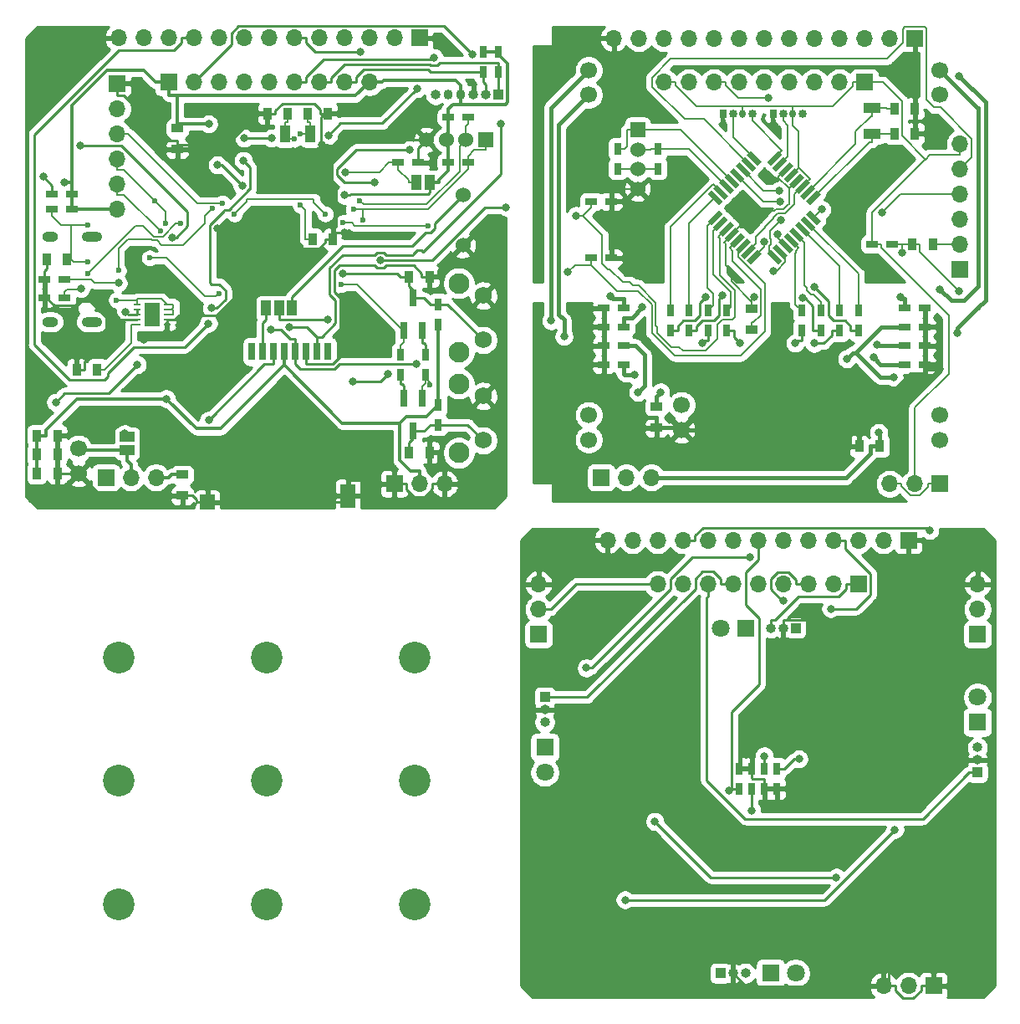
<source format=gbl>
G04 #@! TF.GenerationSoftware,KiCad,Pcbnew,(5.1.5)-3*
G04 #@! TF.CreationDate,2021-04-21T21:21:50+09:00*
G04 #@! TF.ProjectId,animacySwarmRobotics,616e696d-6163-4795-9377-61726d526f62,rev?*
G04 #@! TF.SameCoordinates,Original*
G04 #@! TF.FileFunction,Copper,L2,Bot*
G04 #@! TF.FilePolarity,Positive*
%FSLAX46Y46*%
G04 Gerber Fmt 4.6, Leading zero omitted, Abs format (unit mm)*
G04 Created by KiCad (PCBNEW (5.1.5)-3) date 2021-04-21 21:21:50*
%MOMM*%
%LPD*%
G04 APERTURE LIST*
%ADD10C,1.700000*%
%ADD11O,2.100000X1.000000*%
%ADD12O,1.600000X1.000000*%
%ADD13R,1.200000X0.800000*%
%ADD14O,1.700000X1.700000*%
%ADD15R,1.700000X1.700000*%
%ADD16R,0.900000X1.200000*%
%ADD17R,1.200000X0.900000*%
%ADD18R,1.500000X1.500000*%
%ADD19R,1.500000X2.400000*%
%ADD20R,0.700000X1.800000*%
%ADD21C,1.524000*%
%ADD22R,0.800000X1.200000*%
%ADD23R,1.524000X1.524000*%
%ADD24C,2.100000*%
%ADD25C,1.750000*%
%ADD26R,1.800000X1.800000*%
%ADD27C,1.800000*%
%ADD28R,1.000000X1.000000*%
%ADD29O,1.000000X1.000000*%
%ADD30O,0.900000X1.000000*%
%ADD31R,1.000000X1.500000*%
%ADD32C,3.210000*%
%ADD33R,0.800000X1.800000*%
%ADD34R,0.800000X0.250000*%
%ADD35R,1.500000X2.350000*%
%ADD36C,0.100000*%
%ADD37R,1.000000X1.800000*%
%ADD38R,1.800000X1.000000*%
%ADD39R,1.500000X1.000000*%
%ADD40O,0.850000X0.850000*%
%ADD41O,0.700000X0.850000*%
%ADD42R,0.700000X0.850000*%
%ADD43C,0.800000*%
%ADD44C,0.600000*%
%ADD45C,0.250000*%
%ADD46C,0.300000*%
%ADD47C,0.200000*%
%ADD48C,0.400000*%
%ADD49C,0.254000*%
G04 APERTURE END LIST*
D10*
X138430000Y-55265000D03*
X138430000Y-57765000D03*
D11*
X52533000Y-80774000D03*
X52533000Y-72134000D03*
D12*
X48353000Y-72134000D03*
X48353000Y-80774000D03*
D13*
X83566000Y-64643000D03*
X85598000Y-64643000D03*
D14*
X59055000Y-96520000D03*
X56515000Y-96520000D03*
D15*
X53975000Y-96520000D03*
D10*
X51200000Y-93579000D03*
X51200000Y-96079000D03*
D16*
X46975000Y-92289000D03*
X49075000Y-92289000D03*
X49075000Y-94194000D03*
X46975000Y-94194000D03*
D17*
X61722000Y-98332000D03*
X61722000Y-96232000D03*
D16*
X49075000Y-96099000D03*
X46975000Y-96099000D03*
X84675000Y-76200000D03*
X86775000Y-76200000D03*
X84675000Y-93980000D03*
X86775000Y-93980000D03*
D18*
X64262000Y-99020000D03*
D19*
X78486000Y-98385000D03*
D20*
X68754000Y-83780000D03*
X69854000Y-83780000D03*
X70954000Y-83780000D03*
X72054000Y-83780000D03*
X73154000Y-83780000D03*
X74254000Y-83780000D03*
X75354000Y-83780000D03*
X76454000Y-83780000D03*
D21*
X90130000Y-67945000D03*
X90130000Y-73025000D03*
D22*
X93726000Y-55499000D03*
X93726000Y-53467000D03*
D13*
X90678000Y-60071000D03*
X88646000Y-60071000D03*
X90678000Y-64643000D03*
X88646000Y-64643000D03*
D22*
X87630000Y-81026000D03*
X87630000Y-78994000D03*
X83820000Y-84074000D03*
X83820000Y-86106000D03*
X86360000Y-86106000D03*
X86360000Y-84074000D03*
X87630000Y-91186000D03*
X87630000Y-89154000D03*
D14*
X55245000Y-52030000D03*
X57785000Y-52030000D03*
X60325000Y-52030000D03*
X62865000Y-52030000D03*
X65405000Y-52030000D03*
X67945000Y-52030000D03*
X70485000Y-52030000D03*
X73025000Y-52030000D03*
X75565000Y-52030000D03*
X78105000Y-52030000D03*
X80645000Y-52030000D03*
X83185000Y-52030000D03*
D15*
X85725000Y-52030000D03*
D14*
X55118000Y-69342000D03*
X55118000Y-66802000D03*
X55118000Y-64262000D03*
X55118000Y-61722000D03*
X55118000Y-59182000D03*
D15*
X55118000Y-56642000D03*
D22*
X92202000Y-55499000D03*
X92202000Y-53467000D03*
X121920000Y-128016000D03*
X121920000Y-125984000D03*
X120650000Y-128016000D03*
X120650000Y-125984000D03*
D13*
X50546000Y-69342000D03*
X48514000Y-69342000D03*
D21*
X86456000Y-62357000D03*
X88456000Y-62357000D03*
X90456000Y-62357000D03*
D23*
X92456000Y-62357000D03*
D14*
X80645000Y-56515000D03*
X78105000Y-56515000D03*
X75565000Y-56515000D03*
X73025000Y-56515000D03*
X70485000Y-56515000D03*
X67945000Y-56515000D03*
X65405000Y-56515000D03*
X62865000Y-56515000D03*
D15*
X60325000Y-56515000D03*
D13*
X47752000Y-76454000D03*
X49784000Y-76454000D03*
X49784000Y-78359000D03*
X47752000Y-78359000D03*
D24*
X89712000Y-87015000D03*
D25*
X92202000Y-88265000D03*
X92202000Y-92765000D03*
D24*
X89712000Y-94025000D03*
X89712000Y-76855000D03*
D25*
X92202000Y-78105000D03*
X92202000Y-82605000D03*
D24*
X89712000Y-83865000D03*
D16*
X51020000Y-85598000D03*
X53120000Y-85598000D03*
X74896000Y-72390000D03*
X76996000Y-72390000D03*
X74388000Y-59690000D03*
X76488000Y-59690000D03*
X70324000Y-59690000D03*
X72424000Y-59690000D03*
X50072000Y-74422000D03*
X47972000Y-74422000D03*
D17*
X61214000Y-61180000D03*
X61214000Y-63280000D03*
X119380000Y-79468000D03*
X119380000Y-81568000D03*
D16*
X132368000Y-93345000D03*
X130268000Y-93345000D03*
D17*
X109728000Y-91474000D03*
X109728000Y-89374000D03*
D16*
X133824000Y-61722000D03*
X135924000Y-61722000D03*
X135924000Y-59182000D03*
X133824000Y-59182000D03*
X137736000Y-72898000D03*
X135636000Y-72898000D03*
D26*
X118745000Y-111760000D03*
D27*
X116205000Y-111760000D03*
X142240000Y-118745000D03*
D26*
X142240000Y-121285000D03*
X121285000Y-146685000D03*
D27*
X123825000Y-146685000D03*
X98425000Y-126365000D03*
D26*
X98425000Y-123825000D03*
D28*
X93726000Y-57785000D03*
D29*
X92456000Y-57785000D03*
X91186000Y-57785000D03*
D30*
X89916000Y-57785000D03*
X88646000Y-57785000D03*
D29*
X87376000Y-57785000D03*
D15*
X135255000Y-102870000D03*
D14*
X132715000Y-102870000D03*
X130175000Y-102870000D03*
X127635000Y-102870000D03*
X125095000Y-102870000D03*
X122555000Y-102870000D03*
X120015000Y-102870000D03*
X117475000Y-102870000D03*
X114935000Y-102870000D03*
X112395000Y-102870000D03*
X109855000Y-102870000D03*
X107315000Y-102870000D03*
X104775000Y-102870000D03*
D31*
X70201000Y-79375000D03*
X71501000Y-79375000D03*
X72801000Y-79375000D03*
D14*
X88265000Y-97155000D03*
X85725000Y-97155000D03*
D15*
X83185000Y-97155000D03*
X137795000Y-147955000D03*
D14*
X135255000Y-147955000D03*
X132715000Y-147955000D03*
D15*
X130175000Y-107315000D03*
D14*
X127635000Y-107315000D03*
X125095000Y-107315000D03*
X122555000Y-107315000D03*
X120015000Y-107315000D03*
X117475000Y-107315000D03*
X114935000Y-107315000D03*
X112395000Y-107315000D03*
X109855000Y-107315000D03*
D31*
X86756000Y-66675000D03*
X85456000Y-66675000D03*
D32*
X85250000Y-114695000D03*
X55250000Y-127195000D03*
X70250000Y-114695000D03*
X85250000Y-139695000D03*
X70250000Y-127195000D03*
X55250000Y-139695000D03*
X70250000Y-139695000D03*
X85250000Y-127195000D03*
X55250000Y-114695000D03*
D10*
X112268000Y-89174000D03*
X112268000Y-91674000D03*
D14*
X133350000Y-97155000D03*
X135890000Y-97155000D03*
D15*
X138430000Y-97155000D03*
D10*
X138430000Y-92690000D03*
X138430000Y-90190000D03*
X102870000Y-92690000D03*
X102870000Y-90190000D03*
X102870000Y-57785000D03*
X102870000Y-55285000D03*
D14*
X105410000Y-52070000D03*
X107950000Y-52070000D03*
X110490000Y-52070000D03*
X113030000Y-52070000D03*
X115570000Y-52070000D03*
X118110000Y-52070000D03*
X120650000Y-52070000D03*
X123190000Y-52070000D03*
X125730000Y-52070000D03*
X128270000Y-52070000D03*
X130810000Y-52070000D03*
X133350000Y-52070000D03*
D15*
X135890000Y-52070000D03*
D14*
X110490000Y-56515000D03*
X113030000Y-56515000D03*
X115570000Y-56515000D03*
X118110000Y-56515000D03*
X120650000Y-56515000D03*
X123190000Y-56515000D03*
X125730000Y-56515000D03*
X128270000Y-56515000D03*
D15*
X130810000Y-56515000D03*
X140462000Y-75438000D03*
D14*
X140462000Y-72898000D03*
X140462000Y-70358000D03*
X140462000Y-67818000D03*
X140462000Y-65278000D03*
X140462000Y-62738000D03*
D23*
X107823000Y-61310000D03*
D21*
X107823000Y-63310000D03*
X107823000Y-65310000D03*
X107823000Y-67310000D03*
D15*
X97790000Y-112395000D03*
D14*
X97790000Y-109855000D03*
X97790000Y-107315000D03*
X142240000Y-107315000D03*
X142240000Y-109855000D03*
D15*
X142240000Y-112395000D03*
D33*
X85090000Y-91820000D03*
X86040000Y-88520000D03*
X84140000Y-88520000D03*
X86040000Y-81660000D03*
X84140000Y-81660000D03*
X85090000Y-78360000D03*
D13*
X48514000Y-67818000D03*
X50546000Y-67818000D03*
D22*
X119380000Y-128016000D03*
X119380000Y-125984000D03*
X118110000Y-125984000D03*
X118110000Y-128016000D03*
D13*
X133604000Y-72898000D03*
X131572000Y-72898000D03*
D22*
X105791000Y-65278000D03*
X105791000Y-63246000D03*
D13*
X105156000Y-74295000D03*
X103124000Y-74295000D03*
X103124000Y-68580000D03*
X105156000Y-68580000D03*
D22*
X109855000Y-63246000D03*
X109855000Y-65278000D03*
X130175000Y-81661000D03*
X130175000Y-79629000D03*
X128270000Y-79629000D03*
X128270000Y-81661000D03*
X126365000Y-79629000D03*
X126365000Y-81661000D03*
X124460000Y-79629000D03*
X124460000Y-81661000D03*
X116840000Y-79629000D03*
X116840000Y-81661000D03*
X114935000Y-81661000D03*
X114935000Y-79629000D03*
X113030000Y-79629000D03*
X113030000Y-81661000D03*
X111125000Y-81661000D03*
X111125000Y-79629000D03*
D13*
X136906000Y-79375000D03*
X134874000Y-79375000D03*
X134874000Y-81280000D03*
X136906000Y-81280000D03*
X136906000Y-83185000D03*
X134874000Y-83185000D03*
X134874000Y-85090000D03*
X136906000Y-85090000D03*
X106426000Y-85090000D03*
X104394000Y-85090000D03*
X106426000Y-83185000D03*
X104394000Y-83185000D03*
X106426000Y-81280000D03*
X104394000Y-81280000D03*
X104394000Y-79375000D03*
X106426000Y-79375000D03*
D15*
X104140000Y-96520000D03*
D14*
X106680000Y-96520000D03*
X109220000Y-96520000D03*
D34*
X60174000Y-79010000D03*
X60174000Y-79510000D03*
X60174000Y-80010000D03*
X60174000Y-80510000D03*
X60174000Y-81010000D03*
X57174000Y-81010000D03*
X57174000Y-80510000D03*
X57174000Y-80010000D03*
X57174000Y-79510000D03*
X57174000Y-79010000D03*
D35*
X58674000Y-80010000D03*
D29*
X121285000Y-111760000D03*
X122555000Y-111760000D03*
D28*
X123825000Y-111760000D03*
X98425000Y-118745000D03*
D29*
X98425000Y-120015000D03*
X98425000Y-121285000D03*
D28*
X142240000Y-126365000D03*
D29*
X142240000Y-125095000D03*
X142240000Y-123825000D03*
X118745000Y-146685000D03*
X117475000Y-146685000D03*
D28*
X116205000Y-146685000D03*
G04 #@! TA.AperFunction,SMDPad,CuDef*
D36*
G36*
X122046536Y-63469757D02*
G01*
X122435445Y-63858666D01*
X121304074Y-64990037D01*
X120915165Y-64601128D01*
X122046536Y-63469757D01*
G37*
G04 #@! TD.AperFunction*
G04 #@! TA.AperFunction,SMDPad,CuDef*
G36*
X122612221Y-64035443D02*
G01*
X123001130Y-64424352D01*
X121869759Y-65555723D01*
X121480850Y-65166814D01*
X122612221Y-64035443D01*
G37*
G04 #@! TD.AperFunction*
G04 #@! TA.AperFunction,SMDPad,CuDef*
G36*
X123177907Y-64601128D02*
G01*
X123566816Y-64990037D01*
X122435445Y-66121408D01*
X122046536Y-65732499D01*
X123177907Y-64601128D01*
G37*
G04 #@! TD.AperFunction*
G04 #@! TA.AperFunction,SMDPad,CuDef*
G36*
X123743592Y-65166813D02*
G01*
X124132501Y-65555722D01*
X123001130Y-66687093D01*
X122612221Y-66298184D01*
X123743592Y-65166813D01*
G37*
G04 #@! TD.AperFunction*
G04 #@! TA.AperFunction,SMDPad,CuDef*
G36*
X124309278Y-65732499D02*
G01*
X124698187Y-66121408D01*
X123566816Y-67252779D01*
X123177907Y-66863870D01*
X124309278Y-65732499D01*
G37*
G04 #@! TD.AperFunction*
G04 #@! TA.AperFunction,SMDPad,CuDef*
G36*
X124874963Y-66298184D02*
G01*
X125263872Y-66687093D01*
X124132501Y-67818464D01*
X123743592Y-67429555D01*
X124874963Y-66298184D01*
G37*
G04 #@! TD.AperFunction*
G04 #@! TA.AperFunction,SMDPad,CuDef*
G36*
X125440648Y-66863870D02*
G01*
X125829557Y-67252779D01*
X124698186Y-68384150D01*
X124309277Y-67995241D01*
X125440648Y-66863870D01*
G37*
G04 #@! TD.AperFunction*
G04 #@! TA.AperFunction,SMDPad,CuDef*
G36*
X126006334Y-67429555D02*
G01*
X126395243Y-67818464D01*
X125263872Y-68949835D01*
X124874963Y-68560926D01*
X126006334Y-67429555D01*
G37*
G04 #@! TD.AperFunction*
G04 #@! TA.AperFunction,SMDPad,CuDef*
G36*
X126395243Y-70611536D02*
G01*
X126006334Y-71000445D01*
X124874963Y-69869074D01*
X125263872Y-69480165D01*
X126395243Y-70611536D01*
G37*
G04 #@! TD.AperFunction*
G04 #@! TA.AperFunction,SMDPad,CuDef*
G36*
X125829557Y-71177221D02*
G01*
X125440648Y-71566130D01*
X124309277Y-70434759D01*
X124698186Y-70045850D01*
X125829557Y-71177221D01*
G37*
G04 #@! TD.AperFunction*
G04 #@! TA.AperFunction,SMDPad,CuDef*
G36*
X125263872Y-71742907D02*
G01*
X124874963Y-72131816D01*
X123743592Y-71000445D01*
X124132501Y-70611536D01*
X125263872Y-71742907D01*
G37*
G04 #@! TD.AperFunction*
G04 #@! TA.AperFunction,SMDPad,CuDef*
G36*
X124698187Y-72308592D02*
G01*
X124309278Y-72697501D01*
X123177907Y-71566130D01*
X123566816Y-71177221D01*
X124698187Y-72308592D01*
G37*
G04 #@! TD.AperFunction*
G04 #@! TA.AperFunction,SMDPad,CuDef*
G36*
X124132501Y-72874278D02*
G01*
X123743592Y-73263187D01*
X122612221Y-72131816D01*
X123001130Y-71742907D01*
X124132501Y-72874278D01*
G37*
G04 #@! TD.AperFunction*
G04 #@! TA.AperFunction,SMDPad,CuDef*
G36*
X123566816Y-73439963D02*
G01*
X123177907Y-73828872D01*
X122046536Y-72697501D01*
X122435445Y-72308592D01*
X123566816Y-73439963D01*
G37*
G04 #@! TD.AperFunction*
G04 #@! TA.AperFunction,SMDPad,CuDef*
G36*
X123001130Y-74005648D02*
G01*
X122612221Y-74394557D01*
X121480850Y-73263186D01*
X121869759Y-72874277D01*
X123001130Y-74005648D01*
G37*
G04 #@! TD.AperFunction*
G04 #@! TA.AperFunction,SMDPad,CuDef*
G36*
X122435445Y-74571334D02*
G01*
X122046536Y-74960243D01*
X120915165Y-73828872D01*
X121304074Y-73439963D01*
X122435445Y-74571334D01*
G37*
G04 #@! TD.AperFunction*
G04 #@! TA.AperFunction,SMDPad,CuDef*
G36*
X119995926Y-73439963D02*
G01*
X120384835Y-73828872D01*
X119253464Y-74960243D01*
X118864555Y-74571334D01*
X119995926Y-73439963D01*
G37*
G04 #@! TD.AperFunction*
G04 #@! TA.AperFunction,SMDPad,CuDef*
G36*
X119430241Y-72874277D02*
G01*
X119819150Y-73263186D01*
X118687779Y-74394557D01*
X118298870Y-74005648D01*
X119430241Y-72874277D01*
G37*
G04 #@! TD.AperFunction*
G04 #@! TA.AperFunction,SMDPad,CuDef*
G36*
X118864555Y-72308592D02*
G01*
X119253464Y-72697501D01*
X118122093Y-73828872D01*
X117733184Y-73439963D01*
X118864555Y-72308592D01*
G37*
G04 #@! TD.AperFunction*
G04 #@! TA.AperFunction,SMDPad,CuDef*
G36*
X118298870Y-71742907D02*
G01*
X118687779Y-72131816D01*
X117556408Y-73263187D01*
X117167499Y-72874278D01*
X118298870Y-71742907D01*
G37*
G04 #@! TD.AperFunction*
G04 #@! TA.AperFunction,SMDPad,CuDef*
G36*
X117733184Y-71177221D02*
G01*
X118122093Y-71566130D01*
X116990722Y-72697501D01*
X116601813Y-72308592D01*
X117733184Y-71177221D01*
G37*
G04 #@! TD.AperFunction*
G04 #@! TA.AperFunction,SMDPad,CuDef*
G36*
X117167499Y-70611536D02*
G01*
X117556408Y-71000445D01*
X116425037Y-72131816D01*
X116036128Y-71742907D01*
X117167499Y-70611536D01*
G37*
G04 #@! TD.AperFunction*
G04 #@! TA.AperFunction,SMDPad,CuDef*
G36*
X116601814Y-70045850D02*
G01*
X116990723Y-70434759D01*
X115859352Y-71566130D01*
X115470443Y-71177221D01*
X116601814Y-70045850D01*
G37*
G04 #@! TD.AperFunction*
G04 #@! TA.AperFunction,SMDPad,CuDef*
G36*
X116036128Y-69480165D02*
G01*
X116425037Y-69869074D01*
X115293666Y-71000445D01*
X114904757Y-70611536D01*
X116036128Y-69480165D01*
G37*
G04 #@! TD.AperFunction*
G04 #@! TA.AperFunction,SMDPad,CuDef*
G36*
X116425037Y-68560926D02*
G01*
X116036128Y-68949835D01*
X114904757Y-67818464D01*
X115293666Y-67429555D01*
X116425037Y-68560926D01*
G37*
G04 #@! TD.AperFunction*
G04 #@! TA.AperFunction,SMDPad,CuDef*
G36*
X116990723Y-67995241D02*
G01*
X116601814Y-68384150D01*
X115470443Y-67252779D01*
X115859352Y-66863870D01*
X116990723Y-67995241D01*
G37*
G04 #@! TD.AperFunction*
G04 #@! TA.AperFunction,SMDPad,CuDef*
G36*
X117556408Y-67429555D02*
G01*
X117167499Y-67818464D01*
X116036128Y-66687093D01*
X116425037Y-66298184D01*
X117556408Y-67429555D01*
G37*
G04 #@! TD.AperFunction*
G04 #@! TA.AperFunction,SMDPad,CuDef*
G36*
X118122093Y-66863870D02*
G01*
X117733184Y-67252779D01*
X116601813Y-66121408D01*
X116990722Y-65732499D01*
X118122093Y-66863870D01*
G37*
G04 #@! TD.AperFunction*
G04 #@! TA.AperFunction,SMDPad,CuDef*
G36*
X118687779Y-66298184D02*
G01*
X118298870Y-66687093D01*
X117167499Y-65555722D01*
X117556408Y-65166813D01*
X118687779Y-66298184D01*
G37*
G04 #@! TD.AperFunction*
G04 #@! TA.AperFunction,SMDPad,CuDef*
G36*
X119253464Y-65732499D02*
G01*
X118864555Y-66121408D01*
X117733184Y-64990037D01*
X118122093Y-64601128D01*
X119253464Y-65732499D01*
G37*
G04 #@! TD.AperFunction*
G04 #@! TA.AperFunction,SMDPad,CuDef*
G36*
X119819150Y-65166814D02*
G01*
X119430241Y-65555723D01*
X118298870Y-64424352D01*
X118687779Y-64035443D01*
X119819150Y-65166814D01*
G37*
G04 #@! TD.AperFunction*
G04 #@! TA.AperFunction,SMDPad,CuDef*
G36*
X120384835Y-64601128D02*
G01*
X119995926Y-64990037D01*
X118864555Y-63858666D01*
X119253464Y-63469757D01*
X120384835Y-64601128D01*
G37*
G04 #@! TD.AperFunction*
D37*
X74706000Y-61722000D03*
X72106000Y-61722000D03*
D38*
X131572000Y-59152000D03*
X131572000Y-61752000D03*
D39*
X56134000Y-93726000D03*
X56134000Y-92426000D03*
D40*
X124555000Y-59690000D03*
D41*
X123555000Y-59690000D03*
D40*
X122555000Y-59690000D03*
D42*
X121555000Y-59690000D03*
X116475000Y-59690000D03*
D40*
X117475000Y-59690000D03*
D41*
X118475000Y-59690000D03*
D40*
X119475000Y-59690000D03*
D43*
X55111500Y-80510000D03*
X75884500Y-62804000D03*
X65297000Y-71336800D03*
X78135400Y-71686100D03*
X57785000Y-82550000D03*
X68580000Y-70485000D03*
X66178400Y-62867300D03*
X49750100Y-66648400D03*
X60100600Y-88536500D03*
X64394500Y-60729800D03*
X78105000Y-67945000D03*
X47625000Y-66085600D03*
D44*
X79976900Y-70448700D03*
X79051400Y-69380400D03*
X79696300Y-68486000D03*
D43*
X93946700Y-60683600D03*
X72558900Y-81309700D03*
X64393200Y-90714000D03*
X85380500Y-85055300D03*
X87181000Y-54016800D03*
X70711700Y-81538400D03*
X60704300Y-72222000D03*
X51362500Y-62947400D03*
X81152600Y-66608000D03*
X84743800Y-63362500D03*
X81779800Y-74528800D03*
X94516300Y-69160700D03*
X91086700Y-53699400D03*
X77934500Y-75837000D03*
X70761400Y-62169400D03*
X67995100Y-62169400D03*
X76522000Y-61891400D03*
X85493600Y-57162500D03*
D44*
X59491900Y-71581500D03*
X60064800Y-70814800D03*
X58918300Y-68468800D03*
X65774000Y-68758500D03*
X66993555Y-69850000D03*
X77997700Y-70726300D03*
X86599700Y-71031100D03*
X86799200Y-87163000D03*
X76200000Y-69850000D03*
X58420000Y-74295000D03*
X65405000Y-77892500D03*
X77817200Y-77008400D03*
D43*
X67779600Y-66981400D03*
X65272400Y-64885200D03*
X64662100Y-79375000D03*
X67897600Y-64438100D03*
X64364400Y-80926000D03*
X82532400Y-86023600D03*
X78978300Y-86796500D03*
X79723800Y-53445900D03*
X76431100Y-80500300D03*
D44*
X52185000Y-75889000D03*
X61553900Y-70809900D03*
X64770000Y-69308500D03*
X55245000Y-75565000D03*
D43*
X133879700Y-132146000D03*
X106562400Y-139256500D03*
D44*
X73672000Y-68951900D03*
X73672000Y-61722000D03*
X73077298Y-62282298D03*
X52130000Y-74671900D03*
X52112800Y-70938000D03*
X55065010Y-78560010D03*
D43*
X119455100Y-69398800D03*
X119586700Y-78254600D03*
X130175000Y-65405000D03*
X132228000Y-91971500D03*
X102733000Y-79227100D03*
X138440000Y-85565100D03*
X110152400Y-87869200D03*
X122258100Y-68574100D03*
X134609500Y-73772500D03*
X140403100Y-77665100D03*
X107479000Y-123813700D03*
X131653000Y-141695400D03*
X127380900Y-109793700D03*
X124164900Y-124988400D03*
X120650000Y-124695200D03*
X119380000Y-130250500D03*
X117054500Y-128197500D03*
X137414000Y-101860000D03*
X127963200Y-136966000D03*
X109574600Y-131327900D03*
X122555000Y-108980300D03*
X102631900Y-115779500D03*
X119186200Y-104536500D03*
X78208000Y-65599100D03*
X138440000Y-77480000D03*
X140169900Y-81915000D03*
X140361752Y-55853248D03*
X126481800Y-69391700D03*
X100382752Y-82246000D03*
X99060000Y-80645000D03*
X121575500Y-75597700D03*
X122311600Y-70479200D03*
X121062800Y-58114800D03*
X120618400Y-72649500D03*
X121993200Y-71877100D03*
X122176400Y-67460400D03*
X132582000Y-69663700D03*
X55245000Y-76835000D03*
X51434035Y-77405000D03*
X100772300Y-75697100D03*
X101600000Y-70004900D03*
X125699900Y-77251400D03*
X125699900Y-82937600D03*
X124574600Y-78319100D03*
X123778000Y-82918900D03*
X118185000Y-82865400D03*
X114350100Y-82915900D03*
X116442000Y-78069700D03*
X114736600Y-78226100D03*
X134440300Y-78224300D03*
X133804700Y-86380400D03*
X129008000Y-84502100D03*
X132039100Y-83105600D03*
X131710300Y-84355400D03*
X107506600Y-86134300D03*
X107873700Y-87884700D03*
X108296900Y-79252200D03*
X105064700Y-78198100D03*
X55991618Y-79735000D03*
X57150000Y-85090000D03*
X48895000Y-88900000D03*
X55880000Y-92075000D03*
D45*
X53969800Y-80510000D02*
X53969800Y-80241400D01*
X53969800Y-80510000D02*
X55111500Y-80510000D01*
X74254000Y-85055300D02*
X76959400Y-85055300D01*
X76959400Y-85055300D02*
X77722000Y-84292700D01*
X77722000Y-84292700D02*
X77722000Y-78328700D01*
X77722000Y-78328700D02*
X77121900Y-77728600D01*
X77121900Y-77728600D02*
X77121900Y-75553000D01*
X77121900Y-75553000D02*
X77613300Y-75061600D01*
X77613300Y-75061600D02*
X81216200Y-75061600D01*
X81216200Y-75061600D02*
X81458700Y-75304100D01*
X81458700Y-75304100D02*
X82101000Y-75304100D01*
X82101000Y-75304100D02*
X82343500Y-75061600D01*
X82343500Y-75061600D02*
X85178200Y-75061600D01*
X85178200Y-75061600D02*
X85949700Y-75833100D01*
X85949700Y-75833100D02*
X85949700Y-76200000D01*
X65297000Y-71336800D02*
X67335600Y-73375400D01*
X75522900Y-73375400D02*
X76170700Y-72727600D01*
X76170700Y-72727600D02*
X76170700Y-72390000D01*
X69498700Y-59690000D02*
X69355700Y-59690000D01*
X69355700Y-59690000D02*
X66178400Y-62867300D01*
X66178400Y-62867300D02*
X61214000Y-62867300D01*
X76075400Y-59690000D02*
X75746700Y-60018700D01*
X75746700Y-60018700D02*
X75746700Y-62666200D01*
X75746700Y-62666200D02*
X75884500Y-62804000D01*
X76908600Y-63351200D02*
X76908600Y-66847400D01*
X76908600Y-66847400D02*
X77305700Y-67244500D01*
X77305700Y-67244500D02*
X77305700Y-71105000D01*
X77305700Y-71105000D02*
X76996000Y-71414700D01*
X86456000Y-62357000D02*
X77902800Y-62357000D01*
X77902800Y-62357000D02*
X76908600Y-63351200D01*
X76908600Y-63351200D02*
X76361400Y-62804000D01*
X76361400Y-62804000D02*
X75884500Y-62804000D01*
X51845300Y-85598000D02*
X51845300Y-84772700D01*
X51845300Y-84772700D02*
X53969800Y-82648200D01*
X53969800Y-82648200D02*
X53969800Y-80510000D01*
X51020000Y-85598000D02*
X51845300Y-85598000D01*
X47752000Y-77577700D02*
X47752000Y-76454000D01*
X47752000Y-78359000D02*
X47752000Y-77577700D01*
X86775000Y-76200000D02*
X85949700Y-76200000D01*
X74254000Y-83780000D02*
X74254000Y-85055300D01*
X76996000Y-72390000D02*
X76170700Y-72390000D01*
X76996000Y-71686100D02*
X78135400Y-71686100D01*
X76996000Y-71686100D02*
X76996000Y-71414700D01*
X76996000Y-72390000D02*
X76996000Y-71686100D01*
X49075000Y-94194000D02*
X49075000Y-92289000D01*
X88265000Y-97155000D02*
X87039700Y-97155000D01*
X83185000Y-97155000D02*
X84410300Y-97155000D01*
X84410300Y-97155000D02*
X84410300Y-97691100D01*
X84410300Y-97691100D02*
X85168700Y-98449500D01*
X85168700Y-98449500D02*
X86253000Y-98449500D01*
X86253000Y-98449500D02*
X87039700Y-97662800D01*
X87039700Y-97662800D02*
X87039700Y-97155000D01*
X82572400Y-97155000D02*
X83185000Y-97155000D01*
X82572400Y-97155000D02*
X81959700Y-97155000D01*
X64262000Y-99020000D02*
X77851000Y-99020000D01*
X77851000Y-99020000D02*
X78486000Y-98385000D01*
X63699400Y-99020000D02*
X64262000Y-99020000D01*
X63699400Y-99020000D02*
X63136700Y-99020000D01*
X49075000Y-94194000D02*
X49075000Y-96099000D01*
X61722000Y-98332000D02*
X53453000Y-98332000D01*
X53453000Y-98332000D02*
X51200000Y-96079000D01*
X62209700Y-98332000D02*
X61722000Y-98332000D01*
X62209700Y-98332000D02*
X62697300Y-98332000D01*
X49075000Y-96099000D02*
X51180000Y-96099000D01*
X51180000Y-96099000D02*
X51200000Y-96079000D01*
X88265000Y-97155000D02*
X88265000Y-95929700D01*
X86775000Y-93980000D02*
X87600300Y-93980000D01*
X87600300Y-93980000D02*
X87600300Y-95265000D01*
X87600300Y-95265000D02*
X88265000Y-95929700D01*
X76075400Y-59690000D02*
X75662700Y-59690000D01*
X76488000Y-59690000D02*
X76075400Y-59690000D01*
X70324000Y-59690000D02*
X69498700Y-59690000D01*
X61214000Y-62867300D02*
X61214000Y-62454700D01*
X61214000Y-63280000D02*
X61214000Y-62867300D01*
X63136700Y-99020000D02*
X63136700Y-98771400D01*
X63136700Y-98771400D02*
X62697300Y-98332000D01*
X78486000Y-98385000D02*
X78486000Y-96809700D01*
X78486000Y-96809700D02*
X81614400Y-96809700D01*
X81614400Y-96809700D02*
X81959700Y-97155000D01*
X86775000Y-76200000D02*
X87600300Y-76200000D01*
X90130000Y-73025000D02*
X87600300Y-75554700D01*
X87600300Y-75554700D02*
X87600300Y-76200000D01*
X55118000Y-56642000D02*
X55118000Y-57867300D01*
X55118000Y-57867300D02*
X55801300Y-57867300D01*
X55801300Y-57867300D02*
X60388700Y-62454700D01*
X60388700Y-62454700D02*
X61214000Y-62454700D01*
X86456000Y-62357000D02*
X85598000Y-63215000D01*
X85598000Y-63215000D02*
X85598000Y-64643000D01*
X70324000Y-59690000D02*
X71149300Y-59690000D01*
X71149300Y-59690000D02*
X71149300Y-59380500D01*
X71149300Y-59380500D02*
X71836200Y-58693600D01*
X71836200Y-58693600D02*
X75060000Y-58693600D01*
X75060000Y-58693600D02*
X75662700Y-59296300D01*
X75662700Y-59296300D02*
X75662700Y-59690000D01*
X47972000Y-74422000D02*
X47972000Y-75397300D01*
X47972000Y-75397300D02*
X47752000Y-75617300D01*
X47752000Y-75617300D02*
X47752000Y-76454000D01*
X60824000Y-80510000D02*
X60174000Y-80510000D01*
X60996065Y-80510000D02*
X60824000Y-80510000D01*
X61356064Y-80150001D02*
X60996065Y-80510000D01*
X65159904Y-80150001D02*
X61356064Y-80150001D01*
X67335600Y-77974305D02*
X65159904Y-80150001D01*
X67335600Y-73375400D02*
X67335600Y-77974305D01*
X60174000Y-80510000D02*
X60174000Y-81010000D01*
X60174000Y-81385000D02*
X59009000Y-82550000D01*
X60174000Y-81010000D02*
X60174000Y-81385000D01*
X59009000Y-82550000D02*
X57785000Y-82550000D01*
X55111500Y-80510000D02*
X57174000Y-80510000D01*
X68295400Y-73375400D02*
X68295400Y-70835400D01*
X68295400Y-73375400D02*
X75522900Y-73375400D01*
X67335600Y-73375400D02*
X68295400Y-73375400D01*
X48727001Y-79134001D02*
X51040999Y-79134001D01*
X47752000Y-78359000D02*
X47952000Y-78359000D01*
X47952000Y-78359000D02*
X48727001Y-79134001D01*
X52372399Y-78643999D02*
X53969800Y-80241400D01*
X51531001Y-78643999D02*
X52372399Y-78643999D01*
X51040999Y-79134001D02*
X51531001Y-78643999D01*
X68580000Y-70550800D02*
X68295400Y-70835400D01*
X68580000Y-70485000D02*
X68580000Y-70550800D01*
D46*
X50512200Y-66648400D02*
X49750100Y-66648400D01*
X50546000Y-67818000D02*
X50546000Y-66682200D01*
X50546000Y-66682200D02*
X50512200Y-66648400D01*
X59024700Y-56515000D02*
X57826100Y-55316400D01*
X57826100Y-55316400D02*
X54075300Y-55316400D01*
X54075300Y-55316400D02*
X50512200Y-58879500D01*
X50512200Y-58879500D02*
X50512200Y-66648400D01*
X80645000Y-56515000D02*
X79279800Y-57880200D01*
X79279800Y-57880200D02*
X61214000Y-57880200D01*
X47875300Y-92289000D02*
X47875300Y-91726300D01*
X47875300Y-91726300D02*
X51065000Y-88536600D01*
X51065000Y-88536600D02*
X60100600Y-88536600D01*
X80645000Y-56515000D02*
X81945300Y-56515000D01*
X89916000Y-56834700D02*
X89393500Y-56312200D01*
X89393500Y-56312200D02*
X82148100Y-56312200D01*
X82148100Y-56312200D02*
X81945300Y-56515000D01*
X60100600Y-88536600D02*
X63132000Y-91568000D01*
X63132000Y-91568000D02*
X65616300Y-91568000D01*
X65616300Y-91568000D02*
X72054000Y-85130300D01*
X60100600Y-88536600D02*
X60100600Y-88536500D01*
X83722300Y-90997300D02*
X77921000Y-90997300D01*
X77921000Y-90997300D02*
X72054000Y-85130300D01*
X46975000Y-92289000D02*
X47875300Y-92289000D01*
X46975000Y-94194000D02*
X46975000Y-92289000D01*
X55118000Y-69342000D02*
X53817700Y-69342000D01*
X53817700Y-69342000D02*
X50546000Y-69342000D01*
X61214000Y-60729800D02*
X64394500Y-60729800D01*
X61214000Y-60729800D02*
X61214000Y-60279700D01*
X61214000Y-61180000D02*
X61214000Y-60729800D01*
X60325000Y-56515000D02*
X59024700Y-56515000D01*
X50546000Y-68023300D02*
X50546000Y-67818000D01*
X50546000Y-68023300D02*
X50546000Y-68668300D01*
X87630000Y-89154000D02*
X86464100Y-90319900D01*
X86464100Y-90319900D02*
X84399700Y-90319900D01*
X84399700Y-90319900D02*
X83722300Y-90997300D01*
X83722300Y-90997300D02*
X83722300Y-94771500D01*
X83722300Y-94771500D02*
X84805500Y-95854700D01*
X84805500Y-95854700D02*
X85725000Y-95854700D01*
X72054000Y-83780000D02*
X72054000Y-85130300D01*
X50546000Y-69342000D02*
X50546000Y-68668300D01*
X46975000Y-96099000D02*
X46975000Y-94194000D01*
X60325000Y-56515000D02*
X60325000Y-57815300D01*
X60325000Y-57815300D02*
X61149100Y-57815300D01*
X61149100Y-57815300D02*
X61214000Y-57880200D01*
X61214000Y-57880200D02*
X61214000Y-60279700D01*
X87630000Y-81026000D02*
X87630000Y-89154000D01*
X93392200Y-53467000D02*
X93483300Y-53467000D01*
X93483300Y-53467000D02*
X94676400Y-54660100D01*
X94676400Y-54660100D02*
X94676400Y-58538600D01*
X94676400Y-58538600D02*
X94479700Y-58735300D01*
X94479700Y-58735300D02*
X89916000Y-58735300D01*
X93392200Y-53467000D02*
X93726000Y-53467000D01*
X92202000Y-53467000D02*
X93392200Y-53467000D01*
X86756000Y-66675000D02*
X87706300Y-66675000D01*
X88646000Y-64643000D02*
X88646000Y-65493300D01*
X88646000Y-65493300D02*
X87706300Y-66433000D01*
X87706300Y-66433000D02*
X87706300Y-66675000D01*
X88456000Y-62357000D02*
X88646000Y-62547000D01*
X88646000Y-62547000D02*
X88646000Y-64643000D01*
X85725000Y-97155000D02*
X85725000Y-95854700D01*
X88456000Y-62357000D02*
X88646000Y-62167000D01*
X88646000Y-62167000D02*
X88646000Y-60071000D01*
X89916000Y-57785000D02*
X89916000Y-56834700D01*
X89916000Y-57785000D02*
X89916000Y-58735300D01*
X88646000Y-60071000D02*
X88646000Y-59220700D01*
X89916000Y-58735300D02*
X89131400Y-58735300D01*
X89131400Y-58735300D02*
X88646000Y-59220700D01*
D45*
X86756000Y-67675000D02*
X86756000Y-66675000D01*
X86630999Y-67800001D02*
X86756000Y-67675000D01*
X78815684Y-67800001D02*
X86630999Y-67800001D01*
X78670685Y-67945000D02*
X78815684Y-67800001D01*
X78105000Y-67945000D02*
X78670685Y-67945000D01*
D46*
X59055000Y-96520000D02*
X60355300Y-96520000D01*
X61722000Y-96232000D02*
X60643300Y-96232000D01*
X60643300Y-96232000D02*
X60355300Y-96520000D01*
D45*
X48514000Y-67818000D02*
X48514000Y-66974600D01*
X48514000Y-66974600D02*
X47625000Y-66085600D01*
D47*
X79976900Y-69380400D02*
X79051400Y-69380400D01*
X90678000Y-65293300D02*
X86590900Y-69380400D01*
X86590900Y-69380400D02*
X79976900Y-69380400D01*
X79976900Y-69380400D02*
X79976900Y-70448700D01*
X90678000Y-64643000D02*
X90678000Y-65293300D01*
X90678000Y-64317800D02*
X90678000Y-64643000D01*
X90678000Y-64317800D02*
X90678000Y-63992700D01*
X92456000Y-62357000D02*
X92456000Y-63369300D01*
X92456000Y-63369300D02*
X91301400Y-63369300D01*
X91301400Y-63369300D02*
X90678000Y-63992700D01*
X79696300Y-68486000D02*
X80074700Y-68864400D01*
X80074700Y-68864400D02*
X86442800Y-68864400D01*
X86442800Y-68864400D02*
X89788200Y-65519000D01*
X89788200Y-65519000D02*
X89788200Y-63024800D01*
X89788200Y-63024800D02*
X90456000Y-62357000D01*
X90678000Y-60721300D02*
X90456000Y-60943300D01*
X90456000Y-60943300D02*
X90456000Y-62357000D01*
X90678000Y-60071000D02*
X90678000Y-60721300D01*
D45*
X93946700Y-60683600D02*
X93946700Y-65795800D01*
X93946700Y-65795800D02*
X86100400Y-73642100D01*
X86100400Y-73642100D02*
X85953900Y-73495700D01*
X85953900Y-73495700D02*
X85539200Y-73495700D01*
X85539200Y-73495700D02*
X85099500Y-73935400D01*
X85099500Y-73935400D02*
X85099500Y-73996000D01*
X85099500Y-73996000D02*
X82343500Y-73996000D01*
X82343500Y-73996000D02*
X82101000Y-73753500D01*
X82101000Y-73753500D02*
X81458700Y-73753500D01*
X81458700Y-73753500D02*
X81216200Y-73996000D01*
X81216200Y-73996000D02*
X77946200Y-73996000D01*
X77946200Y-73996000D02*
X76621500Y-75320700D01*
X76621500Y-75320700D02*
X76621500Y-77978500D01*
X76621500Y-77978500D02*
X77221700Y-78578700D01*
X77221700Y-78578700D02*
X77221700Y-80885100D01*
X77221700Y-80885100D02*
X75813900Y-82292900D01*
X75813900Y-82292900D02*
X75354000Y-82292900D01*
X75354000Y-82292900D02*
X74370800Y-81309700D01*
X74370800Y-81309700D02*
X72558900Y-81309700D01*
X75354000Y-82504700D02*
X75354000Y-82292900D01*
X76790300Y-56515000D02*
X76790300Y-56055600D01*
X76790300Y-56055600D02*
X78120900Y-54725000D01*
X78120900Y-54725000D02*
X86792800Y-54725000D01*
X86792800Y-54725000D02*
X86859900Y-54792100D01*
X86859900Y-54792100D02*
X87502200Y-54792100D01*
X87502200Y-54792100D02*
X87770600Y-54523700D01*
X87770600Y-54523700D02*
X93726000Y-54523700D01*
X75354000Y-83780000D02*
X75354000Y-82504700D01*
X75565000Y-56515000D02*
X76790300Y-56515000D01*
X93726000Y-55499000D02*
X93726000Y-54523700D01*
X93726000Y-57785000D02*
X93726000Y-55499000D01*
X70954000Y-85055300D02*
X70051900Y-85055300D01*
X70051900Y-85055300D02*
X64393200Y-90714000D01*
X79330300Y-56515000D02*
X79330300Y-55978900D01*
X79330300Y-55978900D02*
X80074000Y-55235200D01*
X80074000Y-55235200D02*
X86595400Y-55235200D01*
X86595400Y-55235200D02*
X86859200Y-55499000D01*
X86859200Y-55499000D02*
X91426700Y-55499000D01*
X70954000Y-83780000D02*
X70954000Y-85055300D01*
X92202000Y-56474300D02*
X92456000Y-56728300D01*
X92456000Y-56728300D02*
X92456000Y-57785000D01*
X92202000Y-55499000D02*
X91426700Y-55499000D01*
X78105000Y-56515000D02*
X79330300Y-56515000D01*
X92202000Y-55499000D02*
X92202000Y-56474300D01*
X74250300Y-56515000D02*
X74250300Y-56007200D01*
X74250300Y-56007200D02*
X76036300Y-54221200D01*
X76036300Y-54221200D02*
X86976600Y-54221200D01*
X86976600Y-54221200D02*
X87181000Y-54016800D01*
X73154000Y-85055300D02*
X73654300Y-85555600D01*
X73654300Y-85555600D02*
X77166700Y-85555600D01*
X77166700Y-85555600D02*
X77667000Y-85055300D01*
X77667000Y-85055300D02*
X85380500Y-85055300D01*
X73154000Y-83780000D02*
X73154000Y-85055300D01*
X73025000Y-56515000D02*
X74250300Y-56515000D01*
X70711700Y-81538400D02*
X71691200Y-81538400D01*
X71691200Y-81538400D02*
X72657500Y-82504700D01*
X72657500Y-82504700D02*
X73154000Y-82504700D01*
X73154000Y-83780000D02*
X73154000Y-82504700D01*
X70201000Y-79375000D02*
X70201000Y-80500300D01*
X70201000Y-80500300D02*
X69854000Y-80847300D01*
X69854000Y-80847300D02*
X69854000Y-83780000D01*
X60704300Y-72222000D02*
X61098400Y-72222000D01*
X61098400Y-72222000D02*
X62229300Y-71091100D01*
X62229300Y-71091100D02*
X62229300Y-69609100D01*
X62229300Y-69609100D02*
X55567600Y-62947400D01*
X55567600Y-62947400D02*
X51362500Y-62947400D01*
X84743800Y-63362500D02*
X79330500Y-63362500D01*
X79330500Y-63362500D02*
X77408900Y-65284100D01*
X77408900Y-65284100D02*
X77408900Y-65904900D01*
X77408900Y-65904900D02*
X78112000Y-66608000D01*
X78112000Y-66608000D02*
X81152600Y-66608000D01*
X62865000Y-56515000D02*
X66675000Y-52705000D01*
X66675000Y-52705000D02*
X66675000Y-51535400D01*
X66675000Y-51535400D02*
X67413800Y-50796600D01*
X67413800Y-50796600D02*
X88183900Y-50796600D01*
X88183900Y-50796600D02*
X91086700Y-53699400D01*
X94516300Y-69160700D02*
X92385800Y-69160700D01*
X92385800Y-69160700D02*
X87017700Y-74528800D01*
X87017700Y-74528800D02*
X81779800Y-74528800D01*
X85090000Y-78360000D02*
X86220700Y-78360000D01*
X86220700Y-78360000D02*
X86854700Y-78994000D01*
X87630000Y-78994000D02*
X86854700Y-78994000D01*
X85090000Y-78360000D02*
X85090000Y-77590300D01*
X85090000Y-77590300D02*
X84675000Y-77175300D01*
X84675000Y-76200000D02*
X84675000Y-77175300D01*
X84675000Y-76200000D02*
X83849700Y-76200000D01*
X77934500Y-75837000D02*
X83486700Y-75837000D01*
X83486700Y-75837000D02*
X83849700Y-76200000D01*
X92202000Y-82605000D02*
X88591000Y-78994000D01*
X88591000Y-78994000D02*
X87630000Y-78994000D01*
X84675000Y-93980000D02*
X84675000Y-93004700D01*
X85090000Y-91820000D02*
X85090000Y-92589700D01*
X85090000Y-92589700D02*
X84675000Y-93004700D01*
X85090000Y-91820000D02*
X86220700Y-91820000D01*
X86220700Y-91820000D02*
X86854700Y-91186000D01*
X92202000Y-92765000D02*
X90623000Y-91186000D01*
X90623000Y-91186000D02*
X87630000Y-91186000D01*
X87630000Y-91186000D02*
X86854700Y-91186000D01*
X70761400Y-62169400D02*
X67995100Y-62169400D01*
X85493600Y-57162500D02*
X81990700Y-60665400D01*
X81990700Y-60665400D02*
X77748000Y-60665400D01*
X77748000Y-60665400D02*
X76522000Y-61891400D01*
D47*
X55118000Y-67902300D02*
X55812700Y-67902300D01*
X55812700Y-67902300D02*
X59491900Y-71581500D01*
X55118000Y-66802000D02*
X55118000Y-67902300D01*
X58918300Y-68468800D02*
X60064800Y-69615300D01*
X60064800Y-69615300D02*
X60064800Y-70814800D01*
X55118000Y-64262000D02*
X55118000Y-65362300D01*
X55118000Y-65362300D02*
X55811800Y-65362300D01*
X55811800Y-65362300D02*
X58918300Y-68468800D01*
X55118000Y-61722000D02*
X56218300Y-61722000D01*
X86599700Y-71031100D02*
X79196000Y-71031100D01*
X79196000Y-71031100D02*
X78891200Y-70726300D01*
X78891200Y-70726300D02*
X77997700Y-70726300D01*
X65774000Y-68758500D02*
X63254800Y-68758500D01*
X63254800Y-68758500D02*
X56218300Y-61722000D01*
X86360000Y-86477000D02*
X86799200Y-86916200D01*
X86799200Y-86916200D02*
X86799200Y-87163000D01*
X86360000Y-86477000D02*
X86360000Y-86956300D01*
X86360000Y-86106000D02*
X86360000Y-86477000D01*
X86040000Y-88520000D02*
X86040000Y-87276300D01*
X86040000Y-87276300D02*
X86360000Y-86956300D01*
X68249900Y-68360200D02*
X75049900Y-68360200D01*
X75049900Y-68360200D02*
X75049900Y-68699900D01*
X75049900Y-68699900D02*
X76200000Y-69850000D01*
X68249900Y-68570649D02*
X68249900Y-68360200D01*
X66993555Y-69826994D02*
X68249900Y-68570649D01*
X84140000Y-81698200D02*
X79450200Y-77008400D01*
X79450200Y-77008400D02*
X77817200Y-77008400D01*
X84140000Y-81660000D02*
X84140000Y-81698200D01*
X84140000Y-82235100D02*
X84140000Y-82810300D01*
X84140000Y-82235100D02*
X84140000Y-81698200D01*
X84140000Y-82810300D02*
X83820000Y-83130300D01*
X83820000Y-83130300D02*
X83820000Y-84074000D01*
X65105001Y-78192499D02*
X65405000Y-77892500D01*
X63986999Y-78192499D02*
X65105001Y-78192499D01*
X58420000Y-74295000D02*
X60089500Y-74295000D01*
X60089500Y-74295000D02*
X63986999Y-78192499D01*
D45*
X72801000Y-78249700D02*
X77950500Y-73100200D01*
X77950500Y-73100200D02*
X84974800Y-73100200D01*
X84974800Y-73100200D02*
X86368600Y-71706400D01*
X86368600Y-71706400D02*
X86879500Y-71706400D01*
X86879500Y-71706400D02*
X87275000Y-71310900D01*
X87275000Y-71310900D02*
X87275000Y-70800000D01*
X87275000Y-70800000D02*
X90130000Y-67945000D01*
X72801000Y-79375000D02*
X72801000Y-78249700D01*
X67779600Y-66981400D02*
X65683400Y-64885200D01*
X65683400Y-64885200D02*
X65272400Y-64885200D01*
X68559300Y-67340900D02*
X68559300Y-65099800D01*
X68523701Y-67340900D02*
X68559300Y-67340900D01*
X66080001Y-78522784D02*
X66080001Y-77568499D01*
X65227785Y-79375000D02*
X66080001Y-78522784D01*
X65470802Y-76959300D02*
X64662100Y-76959300D01*
X64662100Y-79375000D02*
X65227785Y-79375000D01*
X68559300Y-65099800D02*
X67897600Y-64438100D01*
X64479200Y-70970700D02*
X65944100Y-69505800D01*
X64479200Y-76776400D02*
X64479200Y-70970700D01*
X65944100Y-69433501D02*
X66431100Y-69433501D01*
X66080001Y-77568499D02*
X65470802Y-76959300D01*
X64662100Y-76959300D02*
X64479200Y-76776400D01*
X65944100Y-69505800D02*
X65944100Y-69433501D01*
X66431100Y-69433501D02*
X68523701Y-67340900D01*
X61639700Y-52030000D02*
X61639700Y-52489600D01*
X61639700Y-52489600D02*
X60874000Y-53255300D01*
X60874000Y-53255300D02*
X55305900Y-53255300D01*
X55305900Y-53255300D02*
X46771100Y-61790100D01*
X46771100Y-61790100D02*
X46771100Y-83032300D01*
X46771100Y-83032300D02*
X50324100Y-86585300D01*
X62865000Y-52030000D02*
X61639700Y-52030000D01*
X53857702Y-86585300D02*
X54170033Y-86272969D01*
X50324100Y-86585300D02*
X53857702Y-86585300D01*
X54170033Y-86272969D02*
X54170033Y-85920032D01*
X54170033Y-85920032D02*
X56765064Y-83325001D01*
X61965399Y-83325001D02*
X64364400Y-80926000D01*
X56765064Y-83325001D02*
X61965399Y-83325001D01*
X82532400Y-86023600D02*
X81759500Y-86796500D01*
X81759500Y-86796500D02*
X78978300Y-86796500D01*
X73025000Y-52030000D02*
X74250300Y-52030000D01*
X74250300Y-52030000D02*
X74250300Y-52489500D01*
X74250300Y-52489500D02*
X75206700Y-53445900D01*
X75206700Y-53445900D02*
X79723800Y-53445900D01*
X71501000Y-80500300D02*
X76431100Y-80500300D01*
X71501000Y-79375000D02*
X71501000Y-80500300D01*
D47*
X61553900Y-70809900D02*
X61055500Y-70809900D01*
X61055500Y-70809900D02*
X59733500Y-72131900D01*
X59733500Y-72131900D02*
X58802600Y-72131900D01*
X58802600Y-72131900D02*
X57729800Y-71059100D01*
X57729800Y-71059100D02*
X57014900Y-71059100D01*
X57014900Y-71059100D02*
X52185000Y-75889000D01*
X64004190Y-70773945D02*
X64004190Y-70074310D01*
X61806134Y-72972001D02*
X64004190Y-70773945D01*
X64004190Y-70074310D02*
X64770000Y-69308500D01*
X59637001Y-72972001D02*
X61806134Y-72972001D01*
X59146910Y-72481910D02*
X59637001Y-72972001D01*
X55245000Y-73323988D02*
X56178988Y-72390000D01*
X55245000Y-75565000D02*
X55245000Y-73323988D01*
X56178988Y-72390000D02*
X58565712Y-72390000D01*
X58565712Y-72390000D02*
X58657622Y-72481910D01*
X58657622Y-72481910D02*
X59146910Y-72481910D01*
D45*
X106562400Y-139256500D02*
X126769200Y-139256500D01*
X126769200Y-139256500D02*
X133879700Y-132146000D01*
D47*
X53120000Y-85598000D02*
X53820300Y-85598000D01*
X57174000Y-81010000D02*
X56523700Y-81010000D01*
X56523700Y-81010000D02*
X56523700Y-82894600D01*
X56523700Y-82894600D02*
X53820300Y-85598000D01*
X74896000Y-72390000D02*
X74195700Y-72390000D01*
X74195700Y-72390000D02*
X74195700Y-69475600D01*
X74195700Y-69475600D02*
X73672000Y-68951900D01*
X74706000Y-61722000D02*
X73672000Y-61722000D01*
X74388000Y-59690000D02*
X74388000Y-60540300D01*
X74706000Y-61722000D02*
X74706000Y-60571700D01*
X74706000Y-60571700D02*
X74674600Y-60540300D01*
X74674600Y-60540300D02*
X74388000Y-60540300D01*
X72106000Y-61146800D02*
X72106000Y-61722000D01*
X72106000Y-61146800D02*
X72106000Y-60571700D01*
X72424000Y-59690000D02*
X72424000Y-60540300D01*
X72106000Y-60571700D02*
X72137400Y-60540300D01*
X72137400Y-60540300D02*
X72424000Y-60540300D01*
X72666298Y-62282298D02*
X72106000Y-61722000D01*
X73077298Y-62282298D02*
X72666298Y-62282298D01*
X50422200Y-70938000D02*
X52112800Y-70938000D01*
X60174000Y-79010000D02*
X59600500Y-78436500D01*
X59600500Y-78436500D02*
X57174000Y-78436500D01*
X57174000Y-78436500D02*
X57174000Y-79010000D01*
X51596300Y-74671900D02*
X52130000Y-74671900D01*
X50422200Y-74422000D02*
X50672100Y-74671900D01*
X50672100Y-74671900D02*
X51596300Y-74671900D01*
X48514000Y-69992300D02*
X49459700Y-70938000D01*
X49459700Y-70938000D02*
X50422200Y-70938000D01*
X50422200Y-74422000D02*
X50422200Y-70938000D01*
X48514000Y-69342000D02*
X48514000Y-69992300D01*
X50072000Y-74422000D02*
X50422200Y-74422000D01*
X60618300Y-79510000D02*
X60824300Y-79304000D01*
X60824300Y-79304000D02*
X60824300Y-79010000D01*
X60499200Y-79510000D02*
X60618300Y-79510000D01*
X60618300Y-79510000D02*
X60824300Y-79510000D01*
X60174000Y-79010000D02*
X60824300Y-79010000D01*
X60174000Y-79510000D02*
X60499200Y-79510000D01*
X60174000Y-80010000D02*
X60824300Y-80010000D01*
X60824300Y-80010000D02*
X60824300Y-79510000D01*
X57050490Y-78560010D02*
X55065010Y-78560010D01*
X57174000Y-78436500D02*
X57050490Y-78560010D01*
X117927600Y-72503000D02*
X117149600Y-73281000D01*
X119380000Y-81568000D02*
X119380000Y-80817700D01*
X119380000Y-80817700D02*
X119567600Y-80817700D01*
X119567600Y-80817700D02*
X120287900Y-80097400D01*
X120287900Y-80097400D02*
X120287900Y-77449800D01*
X120287900Y-77449800D02*
X117431200Y-74593100D01*
X117431200Y-74593100D02*
X117431200Y-73562700D01*
X117431200Y-73562700D02*
X117149600Y-73281000D01*
X119612600Y-69556300D02*
X119455100Y-69398800D01*
X117362000Y-71937400D02*
X119612600Y-69686800D01*
X119612600Y-69686800D02*
X119612600Y-69556300D01*
X123160000Y-67270600D02*
X123160000Y-67270700D01*
X123160000Y-67270700D02*
X123160000Y-68824800D01*
X123160000Y-68824800D02*
X123110900Y-68873900D01*
X123110900Y-68873900D02*
X122606200Y-69378600D01*
X122606200Y-69378600D02*
X121855800Y-69378600D01*
X121855800Y-69378600D02*
X121678100Y-69556300D01*
X121678100Y-69556300D02*
X119612600Y-69556300D01*
X122028700Y-66139300D02*
X123160000Y-67270600D01*
X116973000Y-72326400D02*
X117362000Y-71937400D01*
X116973000Y-72326400D02*
X116584000Y-72715400D01*
X119380000Y-78717700D02*
X117320000Y-76657700D01*
X117320000Y-76657700D02*
X117320000Y-75613900D01*
X117320000Y-75613900D02*
X116719500Y-75013400D01*
X116719500Y-75013400D02*
X116719500Y-72851000D01*
X116719500Y-72851000D02*
X116584000Y-72715400D01*
X119586700Y-78254600D02*
X119380000Y-78461300D01*
X119380000Y-78461300D02*
X119380000Y-78717700D01*
X133350000Y-97155000D02*
X134500300Y-97155000D01*
X138430000Y-97155000D02*
X137279700Y-97155000D01*
X137279700Y-97155000D02*
X137279700Y-97442600D01*
X137279700Y-97442600D02*
X136403900Y-98318400D01*
X136403900Y-98318400D02*
X135425300Y-98318400D01*
X135425300Y-98318400D02*
X134500300Y-97393400D01*
X134500300Y-97393400D02*
X134500300Y-97155000D01*
X119380000Y-79468000D02*
X119380000Y-78717700D01*
X105156000Y-74295000D02*
X105156000Y-68580000D01*
X135924000Y-59182000D02*
X135924000Y-58281700D01*
X135890000Y-52070000D02*
X135890000Y-58247700D01*
X135890000Y-58247700D02*
X135924000Y-58281700D01*
X135924000Y-59182000D02*
X135924000Y-61722000D01*
X105156000Y-68580000D02*
X105156000Y-67879700D01*
X107823000Y-67310000D02*
X105725700Y-67310000D01*
X105725700Y-67310000D02*
X105156000Y-67879700D01*
X123938000Y-66492600D02*
X123160000Y-67270600D01*
X122806700Y-65361300D02*
X122028700Y-66139300D01*
D48*
X132368000Y-93345000D02*
X131367700Y-93345000D01*
X109220000Y-96520000D02*
X128942900Y-96520000D01*
X128942900Y-96520000D02*
X131367700Y-94095200D01*
X131367700Y-94095200D02*
X131367700Y-93345000D01*
X132228000Y-91971500D02*
X132368000Y-92111500D01*
X132368000Y-92111500D02*
X132368000Y-93345000D01*
X129267700Y-91787800D02*
X129741100Y-91787800D01*
X129741100Y-91787800D02*
X135488600Y-86040300D01*
X135488600Y-86040300D02*
X136906000Y-86040300D01*
X103243700Y-79375000D02*
X102880900Y-79375000D01*
X102880900Y-79375000D02*
X102733000Y-79227100D01*
X104394000Y-79375000D02*
X103243700Y-79375000D01*
X104394000Y-79375000D02*
X104394000Y-81280000D01*
X104394000Y-86040300D02*
X108827400Y-90473700D01*
X108827400Y-90473700D02*
X109728000Y-90473700D01*
X136906000Y-85565100D02*
X138440000Y-85565100D01*
X136906000Y-85565100D02*
X136906000Y-86040300D01*
X136906000Y-85090000D02*
X136906000Y-85565100D01*
X136906000Y-83185000D02*
X136906000Y-81280000D01*
X136906000Y-85090000D02*
X136906000Y-83185000D01*
X129267700Y-91787800D02*
X129153900Y-91674000D01*
X129153900Y-91674000D02*
X112268000Y-91674000D01*
X129267700Y-93345000D02*
X129267700Y-91787800D01*
X130268000Y-93345000D02*
X129267700Y-93345000D01*
X104394000Y-83185000D02*
X104394000Y-85090000D01*
X104394000Y-81280000D02*
X104394000Y-83185000D01*
X104394000Y-85090000D02*
X104394000Y-86040300D01*
X109728000Y-91474000D02*
X109728000Y-90473700D01*
X112268000Y-91674000D02*
X112068000Y-91474000D01*
X112068000Y-91474000D02*
X109728000Y-91474000D01*
X136906000Y-79375000D02*
X136906000Y-81280000D01*
X109728000Y-89374000D02*
X109728000Y-88293600D01*
X109728000Y-88293600D02*
X110152400Y-87869200D01*
D47*
X131572000Y-61752000D02*
X131572000Y-62552300D01*
X125635100Y-68189700D02*
X131272500Y-62552300D01*
X131272500Y-62552300D02*
X131572000Y-62552300D01*
X133824000Y-61722000D02*
X133073700Y-61722000D01*
X131572000Y-61752000D02*
X133043700Y-61752000D01*
X133043700Y-61752000D02*
X133073700Y-61722000D01*
X131572000Y-59152000D02*
X131572000Y-59952300D01*
X125069400Y-67624000D02*
X129902400Y-62791000D01*
X129902400Y-62791000D02*
X129902400Y-61521900D01*
X129902400Y-61521900D02*
X131472000Y-59952300D01*
X131472000Y-59952300D02*
X131572000Y-59952300D01*
X133824000Y-59182000D02*
X133073700Y-59182000D01*
X131572000Y-59152000D02*
X133043700Y-59152000D01*
X133043700Y-59152000D02*
X133073700Y-59182000D01*
X140462000Y-72898000D02*
X137736000Y-72898000D01*
X134609500Y-72898000D02*
X135636000Y-72898000D01*
X133604000Y-72898000D02*
X134609500Y-72898000D01*
X134609500Y-72898000D02*
X134609500Y-73772500D01*
X122258100Y-68574100D02*
X120574700Y-68574100D01*
X120574700Y-68574100D02*
X117927600Y-65927000D01*
X135636000Y-72898000D02*
X136386300Y-72898000D01*
X136386300Y-72898000D02*
X136386300Y-73648300D01*
X136386300Y-73648300D02*
X140403100Y-77665100D01*
D45*
X99300300Y-120015000D02*
X103098900Y-123813600D01*
X103098900Y-123813600D02*
X107479000Y-123813600D01*
X107479000Y-123813600D02*
X107479000Y-123813700D01*
X98425000Y-120015000D02*
X99300300Y-120015000D01*
X142240000Y-125095000D02*
X136360700Y-125095000D01*
X136360700Y-125095000D02*
X133439700Y-128016000D01*
X133439700Y-128016000D02*
X121920000Y-128016000D01*
X133295500Y-147955000D02*
X133295500Y-143337900D01*
X133295500Y-143337900D02*
X131653000Y-141695400D01*
X133295500Y-147955000D02*
X133940300Y-147955000D01*
X132715000Y-147955000D02*
X133295500Y-147955000D01*
X120650000Y-128016000D02*
X120650000Y-127040700D01*
X120650000Y-127040700D02*
X119461400Y-127040700D01*
X119461400Y-127040700D02*
X119380000Y-126959300D01*
X120650000Y-128016000D02*
X121920000Y-128016000D01*
X119380000Y-125984000D02*
X119380000Y-119296100D01*
X119380000Y-119296100D02*
X122555000Y-116121100D01*
X122555000Y-116121100D02*
X122555000Y-111760000D01*
X118110000Y-125984000D02*
X119380000Y-125984000D01*
X119380000Y-125984000D02*
X119380000Y-126959300D01*
X135255000Y-102870000D02*
X136569700Y-102870000D01*
X136569700Y-102870000D02*
X141014700Y-107315000D01*
X137795000Y-147955000D02*
X136569700Y-147955000D01*
X136569700Y-147955000D02*
X136569700Y-148414500D01*
X136569700Y-148414500D02*
X135756100Y-149228100D01*
X135756100Y-149228100D02*
X134705600Y-149228100D01*
X134705600Y-149228100D02*
X133940300Y-148462800D01*
X133940300Y-148462800D02*
X133940300Y-147955000D01*
X142240000Y-107315000D02*
X141014700Y-107315000D01*
X122555000Y-111760000D02*
X122555000Y-110884700D01*
X122555000Y-110884700D02*
X137445000Y-110884700D01*
X137445000Y-110884700D02*
X141014700Y-107315000D01*
X132715000Y-147955000D02*
X131489700Y-147955000D01*
X117475000Y-146685000D02*
X118802800Y-148012800D01*
X118802800Y-148012800D02*
X131431900Y-148012800D01*
X131431900Y-148012800D02*
X131489700Y-147955000D01*
X127635000Y-102870000D02*
X128860300Y-102870000D01*
X128860300Y-102870000D02*
X128860300Y-103726200D01*
X128860300Y-103726200D02*
X131400400Y-106266300D01*
X131400400Y-106266300D02*
X131400400Y-108347100D01*
X131400400Y-108347100D02*
X129953800Y-109793700D01*
X129953800Y-109793700D02*
X127380900Y-109793700D01*
X122695300Y-125984000D02*
X123690900Y-124988400D01*
X123690900Y-124988400D02*
X124164900Y-124988400D01*
X121920000Y-125984000D02*
X122695300Y-125984000D01*
X120650000Y-124695200D02*
X120650000Y-125984000D01*
X119380000Y-130250500D02*
X119380000Y-128016000D01*
X117334700Y-128016000D02*
X117334700Y-120219200D01*
X117334700Y-120219200D02*
X120096200Y-117457700D01*
X120096200Y-117457700D02*
X120096200Y-110761500D01*
X120096200Y-110761500D02*
X118745000Y-109410300D01*
X118745000Y-109410300D02*
X118745000Y-106074200D01*
X118745000Y-106074200D02*
X120015000Y-104804200D01*
X120015000Y-104804200D02*
X120015000Y-104095300D01*
X117334700Y-128016000D02*
X117153200Y-128197500D01*
X117153200Y-128197500D02*
X117054500Y-128197500D01*
X118110000Y-128016000D02*
X117334700Y-128016000D01*
X118110000Y-128016000D02*
X117334700Y-128016000D01*
X120015000Y-102870000D02*
X120015000Y-104095300D01*
X112395000Y-102870000D02*
X113620300Y-102870000D01*
X113620300Y-102870000D02*
X113620300Y-102410500D01*
X113620300Y-102410500D02*
X114446400Y-101584400D01*
X114446400Y-101584400D02*
X137138400Y-101584400D01*
X137138400Y-101584400D02*
X137414000Y-101860000D01*
X127963200Y-136966000D02*
X115212700Y-136966000D01*
X115212700Y-136966000D02*
X109574600Y-131327900D01*
D46*
X51200000Y-93579000D02*
X51347000Y-93726000D01*
X51347000Y-93726000D02*
X56134000Y-93726000D01*
X56134000Y-93726000D02*
X56134000Y-94838700D01*
X56134000Y-94838700D02*
X56515000Y-95219700D01*
X56515000Y-96520000D02*
X56515000Y-95219700D01*
D45*
X121285000Y-110884700D02*
X121747000Y-110884700D01*
X121747000Y-110884700D02*
X124091400Y-108540300D01*
X124091400Y-108540300D02*
X128184000Y-108540300D01*
X128184000Y-108540300D02*
X128949700Y-107774600D01*
X128949700Y-107774600D02*
X128949700Y-107315000D01*
X121285000Y-111760000D02*
X121285000Y-110884700D01*
X130175000Y-107315000D02*
X128949700Y-107315000D01*
X97790000Y-109855000D02*
X99015300Y-109855000D01*
X109855000Y-107315000D02*
X101555300Y-107315000D01*
X101555300Y-107315000D02*
X99015300Y-109855000D01*
X125095000Y-107315000D02*
X123869700Y-107315000D01*
X123869700Y-107315000D02*
X123869700Y-106855500D01*
X123869700Y-106855500D02*
X123103800Y-106089600D01*
X123103800Y-106089600D02*
X121984200Y-106089600D01*
X121984200Y-106089600D02*
X121285200Y-106788600D01*
X121285200Y-106788600D02*
X121285200Y-107814400D01*
X121285200Y-107814400D02*
X122451100Y-108980300D01*
X122451100Y-108980300D02*
X122555000Y-108980300D01*
X119186200Y-104536500D02*
X113371500Y-104536500D01*
X113371500Y-104536500D02*
X111125000Y-106783000D01*
X111125000Y-106783000D02*
X111125000Y-107833900D01*
X111125000Y-107833900D02*
X103179400Y-115779500D01*
X103179400Y-115779500D02*
X102631900Y-115779500D01*
X98425000Y-118745000D02*
X102724300Y-118745000D01*
X102724300Y-118745000D02*
X113665000Y-107804300D01*
X113665000Y-107804300D02*
X113665000Y-106812900D01*
X113665000Y-106812900D02*
X114420300Y-106057600D01*
X114420300Y-106057600D02*
X115500100Y-106057600D01*
X115500100Y-106057600D02*
X116249700Y-106807200D01*
X116249700Y-106807200D02*
X116249700Y-107315000D01*
X117475000Y-107315000D02*
X116249700Y-107315000D01*
X114935000Y-107315000D02*
X114935000Y-108540300D01*
X142240000Y-126365000D02*
X141364700Y-126365000D01*
X141364700Y-126365000D02*
X136688800Y-131040900D01*
X136688800Y-131040900D02*
X118733500Y-131040900D01*
X118733500Y-131040900D02*
X114838800Y-127146200D01*
X114838800Y-127146200D02*
X114838800Y-108636500D01*
X114838800Y-108636500D02*
X114935000Y-108540300D01*
D47*
X82665700Y-64643000D02*
X81709600Y-65599100D01*
X81709600Y-65599100D02*
X78208000Y-65599100D01*
X83566000Y-64643000D02*
X82665700Y-64643000D01*
X83566000Y-64643000D02*
X83566000Y-65343300D01*
X85456000Y-66675000D02*
X84655700Y-66675000D01*
X84655700Y-66675000D02*
X84655700Y-66433000D01*
X84655700Y-66433000D02*
X83566000Y-65343300D01*
X119059000Y-73634400D02*
X119837000Y-72856400D01*
X123725700Y-67836300D02*
X123725700Y-67836400D01*
X123725700Y-67836400D02*
X123725700Y-68837400D01*
X123725700Y-68837400D02*
X122784200Y-69778900D01*
X122784200Y-69778900D02*
X122021600Y-69778900D01*
X122021600Y-69778900D02*
X121611300Y-70189200D01*
X121611300Y-70189200D02*
X121611300Y-70292100D01*
X121611300Y-70292100D02*
X120765100Y-71138300D01*
X120765100Y-71138300D02*
X120765100Y-71223600D01*
X120765100Y-71223600D02*
X119837000Y-72151700D01*
X119837000Y-72151700D02*
X119837000Y-72856400D01*
X131572000Y-72898000D02*
X132472300Y-72898000D01*
X135890000Y-97155000D02*
X135890000Y-89442800D01*
X135890000Y-89442800D02*
X139319900Y-86012900D01*
X139319900Y-86012900D02*
X139319900Y-80119100D01*
X139319900Y-80119100D02*
X132472300Y-73271500D01*
X132472300Y-73271500D02*
X132472300Y-72898000D01*
X136992200Y-64327900D02*
X136927500Y-64327900D01*
X136927500Y-64327900D02*
X131572000Y-69683400D01*
X131572000Y-69683400D02*
X131572000Y-72197700D01*
X124503700Y-67058300D02*
X123725700Y-67836300D01*
X124892700Y-66669300D02*
X124503700Y-67058300D01*
X124892700Y-66669300D02*
X125281800Y-66280200D01*
X136992200Y-64327900D02*
X137431800Y-63888300D01*
X137431800Y-63888300D02*
X140462000Y-63888300D01*
X130810000Y-56515000D02*
X132684900Y-56515000D01*
X132684900Y-56515000D02*
X134574400Y-58404500D01*
X134574400Y-58404500D02*
X134574400Y-61910100D01*
X134574400Y-61910100D02*
X136992200Y-64327900D01*
X130564700Y-56515000D02*
X130810000Y-56515000D01*
X130564700Y-56515000D02*
X129659700Y-56515000D01*
X131572000Y-72898000D02*
X131572000Y-72197700D01*
X140462000Y-62738000D02*
X140462000Y-63888300D01*
X105791000Y-65278000D02*
X106491300Y-65278000D01*
X107823000Y-65310000D02*
X106523300Y-65310000D01*
X106523300Y-65310000D02*
X106491300Y-65278000D01*
X109154700Y-65278000D02*
X109122700Y-65310000D01*
X109122700Y-65310000D02*
X107823000Y-65310000D01*
X110490000Y-56515000D02*
X111640300Y-56515000D01*
X111640300Y-56515000D02*
X111640300Y-56802600D01*
X111640300Y-56802600D02*
X113802400Y-58964700D01*
X113802400Y-58964700D02*
X118475000Y-58964700D01*
X129659700Y-56515000D02*
X129659700Y-56874500D01*
X129659700Y-56874500D02*
X127569500Y-58964700D01*
X127569500Y-58964700D02*
X123555000Y-58964700D01*
X123555000Y-58964700D02*
X118475000Y-58964700D01*
X123555000Y-58964700D02*
X123555000Y-59064800D01*
X109855000Y-65278000D02*
X109154700Y-65278000D01*
X124150500Y-65148900D02*
X124150500Y-61444500D01*
X124150500Y-61444500D02*
X123555000Y-60849000D01*
X123555000Y-60849000D02*
X123555000Y-59690000D01*
X124079700Y-65219700D02*
X124150500Y-65148900D01*
X123372400Y-65927000D02*
X124079700Y-65219700D01*
X125281800Y-66280200D02*
X124150500Y-65148900D01*
X123555000Y-59690000D02*
X123555000Y-59064800D01*
X118475000Y-59690000D02*
X118475000Y-58964700D01*
D48*
X139575101Y-78615101D02*
X140859101Y-78615101D01*
X142275910Y-59110910D02*
X138430000Y-55265000D01*
X142295910Y-59110910D02*
X142275910Y-59110910D01*
X138440000Y-77480000D02*
X139575101Y-78615101D01*
X140859101Y-78615101D02*
X142295910Y-77178292D01*
X142295910Y-77178292D02*
X142295910Y-59110910D01*
X140169900Y-81915000D02*
X140169900Y-81349315D01*
X142295910Y-79319090D02*
X142240000Y-79375000D01*
X140169900Y-81349315D02*
X142240000Y-79375000D01*
X143045920Y-78569080D02*
X142240000Y-79375000D01*
X143045920Y-58537416D02*
X143045920Y-78569080D01*
X140361752Y-55853248D02*
X143045920Y-58537416D01*
D47*
X126481800Y-69391700D02*
X125635100Y-70238400D01*
X125635100Y-70238400D02*
X125635100Y-70240300D01*
X122241000Y-64795600D02*
X123019100Y-64017500D01*
X122555000Y-59690000D02*
X122555000Y-60415300D01*
X122555000Y-60415300D02*
X123019100Y-60879400D01*
X123019100Y-60879400D02*
X123019100Y-64017500D01*
D48*
X102020001Y-58634999D02*
X102870000Y-57785000D01*
X99810010Y-79989008D02*
X99810010Y-60844990D01*
X99810010Y-60844990D02*
X102020001Y-58634999D01*
X100382752Y-80561750D02*
X99810010Y-79989008D01*
X100382752Y-82246000D02*
X100382752Y-80561750D01*
X102870000Y-55285000D02*
X99060000Y-59095000D01*
X99060000Y-59095000D02*
X99060000Y-64770000D01*
X99060000Y-64770000D02*
X99060000Y-80645000D01*
D47*
X117475000Y-59690000D02*
X117475000Y-62080200D01*
X117475000Y-62080200D02*
X119624700Y-64229900D01*
X121675300Y-64229900D02*
X122453300Y-63451900D01*
X119475000Y-59690000D02*
X119475000Y-60415300D01*
X119475000Y-60415300D02*
X122453300Y-63393600D01*
X122453300Y-63393600D02*
X122453300Y-63451900D01*
X122241000Y-73634400D02*
X122777300Y-74170700D01*
X122777300Y-74170700D02*
X122777300Y-74730800D01*
X122777300Y-74730800D02*
X121910400Y-75597700D01*
X121910400Y-75597700D02*
X121575500Y-75597700D01*
X121675300Y-74200100D02*
X121165400Y-73690200D01*
X121165400Y-73690200D02*
X121165400Y-73092900D01*
X121165400Y-73092900D02*
X121318700Y-72939600D01*
X121318700Y-72939600D02*
X121318700Y-72359400D01*
X121318700Y-72359400D02*
X121242000Y-72282700D01*
X121242000Y-72282700D02*
X121242000Y-71548800D01*
X121242000Y-71548800D02*
X122311600Y-70479200D01*
X115570000Y-56515000D02*
X116720300Y-56515000D01*
X116720300Y-56515000D02*
X116720300Y-56802600D01*
X116720300Y-56802600D02*
X118032500Y-58114800D01*
X118032500Y-58114800D02*
X121062800Y-58114800D01*
X119624700Y-74200100D02*
X120618400Y-73206400D01*
X120618400Y-73206400D02*
X120618400Y-72649500D01*
X122806700Y-73068700D02*
X121993200Y-72255200D01*
X121993200Y-72255200D02*
X121993200Y-71877100D01*
X122176400Y-67460400D02*
X120592400Y-67460400D01*
X120592400Y-67460400D02*
X118493300Y-65361300D01*
X140462000Y-67818000D02*
X134427700Y-67818000D01*
X134427700Y-67818000D02*
X132582000Y-69663700D01*
X119059000Y-64795600D02*
X114511000Y-60247600D01*
X114511000Y-60247600D02*
X112577200Y-60247600D01*
X112577200Y-60247600D02*
X109295700Y-56966100D01*
X109295700Y-56966100D02*
X109295700Y-56024600D01*
X109295700Y-56024600D02*
X111171300Y-54149000D01*
X111171300Y-54149000D02*
X133047900Y-54149000D01*
X133047900Y-54149000D02*
X134698900Y-52498000D01*
X134698900Y-52498000D02*
X134698900Y-51116900D01*
X134698900Y-51116900D02*
X134896200Y-50919600D01*
X134896200Y-50919600D02*
X136929600Y-50919600D01*
X141645900Y-64094100D02*
X140462000Y-65278000D01*
X141645900Y-64094100D02*
X141645900Y-62219898D01*
X138491003Y-59065001D02*
X137805001Y-59065001D01*
X141645900Y-62219898D02*
X138491003Y-59065001D01*
X137040001Y-51030001D02*
X136929600Y-50919600D01*
X137040001Y-58300001D02*
X137040001Y-51030001D01*
X137805001Y-59065001D02*
X137040001Y-58300001D01*
X105791000Y-63246000D02*
X106491300Y-63246000D01*
X107823000Y-61310000D02*
X106760700Y-61310000D01*
X106760700Y-61310000D02*
X106760700Y-62976600D01*
X106760700Y-62976600D02*
X106491300Y-63246000D01*
X117362000Y-66492600D02*
X112179400Y-61310000D01*
X112179400Y-61310000D02*
X107823000Y-61310000D01*
X109855000Y-63246000D02*
X109154700Y-63246000D01*
X107823000Y-63310000D02*
X109090700Y-63310000D01*
X109090700Y-63310000D02*
X109154700Y-63246000D01*
X116796300Y-67058300D02*
X112984000Y-63246000D01*
X112984000Y-63246000D02*
X109855000Y-63246000D01*
D45*
X83820000Y-86106000D02*
X83820000Y-87081300D01*
X84140000Y-88520000D02*
X84140000Y-87244700D01*
X84140000Y-87244700D02*
X83976600Y-87081300D01*
X83976600Y-87081300D02*
X83820000Y-87081300D01*
X86040000Y-81660000D02*
X86040000Y-82935300D01*
X86360000Y-84074000D02*
X86360000Y-83098700D01*
X86040000Y-82935300D02*
X86196600Y-82935300D01*
X86196600Y-82935300D02*
X86360000Y-83098700D01*
D47*
X49784000Y-76454000D02*
X50854164Y-76454000D01*
X50889165Y-76489001D02*
X52473001Y-76489001D01*
X50854164Y-76454000D02*
X50889165Y-76489001D01*
X52819000Y-76835000D02*
X55245000Y-76835000D01*
X52473001Y-76489001D02*
X52819000Y-76835000D01*
X50073000Y-77470000D02*
X51435000Y-77470000D01*
X49784000Y-78359000D02*
X49784000Y-77759000D01*
X49784000Y-77759000D02*
X50073000Y-77470000D01*
X51435000Y-77470000D02*
X51435000Y-77405965D01*
X51435000Y-77405965D02*
X51434035Y-77405000D01*
X103124000Y-74995300D02*
X105745300Y-77616600D01*
X105745300Y-77616600D02*
X107901000Y-77616600D01*
X107901000Y-77616600D02*
X109265200Y-78980800D01*
X109265200Y-78980800D02*
X109265200Y-81871500D01*
X109265200Y-81871500D02*
X111550600Y-84156900D01*
X111550600Y-84156900D02*
X118282000Y-84156900D01*
X118282000Y-84156900D02*
X120712700Y-81726200D01*
X120712700Y-81726200D02*
X120712700Y-76929100D01*
X120712700Y-76929100D02*
X117997000Y-74213400D01*
X117997000Y-74213400D02*
X117997000Y-73565000D01*
X117997000Y-73565000D02*
X118493300Y-73068700D01*
X100772300Y-75697100D02*
X101474100Y-74995300D01*
X101474100Y-74995300D02*
X103124000Y-74995300D01*
X103124000Y-74295000D02*
X103124000Y-74995300D01*
X102278000Y-70004900D02*
X101600000Y-70004900D01*
X116018300Y-72149700D02*
X116178100Y-72309600D01*
X116178100Y-72309600D02*
X116178100Y-76082100D01*
X116178100Y-76082100D02*
X117675400Y-77579400D01*
X117675400Y-77579400D02*
X117675400Y-80261400D01*
X117675400Y-80261400D02*
X117407400Y-80529400D01*
X117407400Y-80529400D02*
X116429400Y-80529400D01*
X116429400Y-80529400D02*
X115933500Y-81025300D01*
X115933500Y-81025300D02*
X115933500Y-82452900D01*
X115933500Y-82452900D02*
X114688000Y-83698400D01*
X114688000Y-83698400D02*
X112420100Y-83698400D01*
X112420100Y-83698400D02*
X112019900Y-83298200D01*
X112019900Y-83298200D02*
X111258200Y-83298200D01*
X111258200Y-83298200D02*
X109842000Y-81882000D01*
X109842000Y-81882000D02*
X109842000Y-81315900D01*
X109842000Y-81315900D02*
X109665500Y-81139400D01*
X109665500Y-81139400D02*
X109665500Y-78814900D01*
X109665500Y-78814900D02*
X107925500Y-77074900D01*
X107925500Y-77074900D02*
X107359300Y-77074900D01*
X107359300Y-77074900D02*
X107044400Y-76760000D01*
X107044400Y-76760000D02*
X106327200Y-76760000D01*
X106327200Y-76760000D02*
X104985600Y-75418400D01*
X104985600Y-75418400D02*
X104831200Y-75418400D01*
X104831200Y-75418400D02*
X104255600Y-74842800D01*
X104255600Y-74842800D02*
X104255600Y-71982500D01*
X104255600Y-71982500D02*
X102278000Y-70004900D01*
X116796300Y-71371700D02*
X116018300Y-72149700D01*
X103124000Y-69158900D02*
X102278000Y-70004900D01*
X103124000Y-68580000D02*
X103124000Y-69158900D01*
D45*
X129399700Y-81661000D02*
X129399700Y-81176400D01*
X129399700Y-81176400D02*
X128827700Y-80604400D01*
X128827700Y-80604400D02*
X127657400Y-80604400D01*
X127657400Y-80604400D02*
X127140400Y-80087400D01*
X127140400Y-80087400D02*
X127140400Y-78691900D01*
X127140400Y-78691900D02*
X125699900Y-77251400D01*
X130175000Y-81661000D02*
X129399700Y-81661000D01*
D47*
X125069400Y-70806000D02*
X130175000Y-75911600D01*
X130175000Y-75911600D02*
X130175000Y-79629000D01*
X128270000Y-79629000D02*
X128270000Y-75138000D01*
X128270000Y-75138000D02*
X124503700Y-71371700D01*
D45*
X127494700Y-81661000D02*
X127494700Y-82113200D01*
X127494700Y-82113200D02*
X126670300Y-82937600D01*
X126670300Y-82937600D02*
X125699900Y-82937600D01*
X128270000Y-81661000D02*
X127494700Y-81661000D01*
X125589700Y-81661000D02*
X125589700Y-79140900D01*
X125589700Y-79140900D02*
X124767900Y-78319100D01*
X124767900Y-78319100D02*
X124574600Y-78319100D01*
X126365000Y-81661000D02*
X125589700Y-81661000D01*
D47*
X124716100Y-72715400D02*
X124716000Y-72715500D01*
X124716000Y-72715500D02*
X124716000Y-77079700D01*
X124716000Y-77079700D02*
X124949600Y-77313300D01*
X124949600Y-77313300D02*
X124949600Y-77562100D01*
X124949600Y-77562100D02*
X125389200Y-78001700D01*
X125389200Y-78001700D02*
X125638000Y-78001700D01*
X125638000Y-78001700D02*
X126365000Y-78728700D01*
X123938000Y-71937400D02*
X124716100Y-72715400D01*
X126365000Y-79629000D02*
X126365000Y-78728700D01*
X124150500Y-73281000D02*
X123870900Y-73560600D01*
X123870900Y-73560600D02*
X123870900Y-73717100D01*
X123870900Y-73717100D02*
X123802000Y-73786000D01*
X123802000Y-73786000D02*
X123802000Y-78971000D01*
X123802000Y-78971000D02*
X124460000Y-79629000D01*
X123372400Y-72503000D02*
X124150500Y-73281000D01*
D45*
X124460000Y-81661000D02*
X124460000Y-82636300D01*
X123778000Y-82918900D02*
X124060600Y-82636300D01*
X124060600Y-82636300D02*
X124460000Y-82636300D01*
D47*
X116230600Y-70806000D02*
X115452500Y-71584100D01*
X116840000Y-79629000D02*
X117239500Y-79229500D01*
X117239500Y-79229500D02*
X117239500Y-77769400D01*
X117239500Y-77769400D02*
X115452500Y-75982400D01*
X115452500Y-75982400D02*
X115452500Y-71584100D01*
D45*
X116840000Y-81661000D02*
X117615300Y-81661000D01*
X117615300Y-81661000D02*
X117615300Y-82295700D01*
X117615300Y-82295700D02*
X118185000Y-82865400D01*
X114935000Y-81661000D02*
X114935000Y-82636300D01*
X114935000Y-82636300D02*
X114629700Y-82636300D01*
X114629700Y-82636300D02*
X114350100Y-82915900D01*
D47*
X114935000Y-79629000D02*
X115486900Y-79077100D01*
X115486900Y-79077100D02*
X115486900Y-77915300D01*
X115486900Y-77915300D02*
X114886900Y-77315300D01*
X114886900Y-77315300D02*
X114886900Y-71018300D01*
X115664900Y-70240300D02*
X114886900Y-71018300D01*
X113030000Y-79629000D02*
X113030000Y-70824600D01*
X113030000Y-70824600D02*
X115664900Y-68189700D01*
D45*
X113030000Y-81661000D02*
X113805300Y-81661000D01*
X116442000Y-78069700D02*
X116064600Y-78447100D01*
X116064600Y-78447100D02*
X116064600Y-80074500D01*
X116064600Y-80074500D02*
X115534700Y-80604400D01*
X115534700Y-80604400D02*
X114369000Y-80604400D01*
X114369000Y-80604400D02*
X113805300Y-81168100D01*
X113805300Y-81168100D02*
X113805300Y-81661000D01*
X111900300Y-81661000D02*
X111900300Y-81176400D01*
X111900300Y-81176400D02*
X112472300Y-80604400D01*
X112472300Y-80604400D02*
X113642600Y-80604400D01*
X113642600Y-80604400D02*
X114159600Y-80087400D01*
X114159600Y-80087400D02*
X114159600Y-78803100D01*
X114159600Y-78803100D02*
X114736600Y-78226100D01*
X111125000Y-81661000D02*
X111900300Y-81661000D01*
D47*
X116230600Y-67624000D02*
X115452500Y-66845900D01*
X115452500Y-66845900D02*
X111125000Y-71173400D01*
X111125000Y-71173400D02*
X111125000Y-79629000D01*
D48*
X134874000Y-79375000D02*
X134874000Y-78424700D01*
X134874000Y-78424700D02*
X134640700Y-78424700D01*
X134640700Y-78424700D02*
X134440300Y-78224300D01*
X129932900Y-83925900D02*
X132387400Y-86380400D01*
X132387400Y-86380400D02*
X133804700Y-86380400D01*
X134874000Y-81280000D02*
X132458200Y-81280000D01*
X132458200Y-81280000D02*
X129932900Y-83805300D01*
X129932900Y-83805300D02*
X129932900Y-83925900D01*
X129932900Y-83925900D02*
X129584200Y-83925900D01*
X129584200Y-83925900D02*
X129008000Y-84502100D01*
X134874000Y-83185000D02*
X132118500Y-83185000D01*
X132118500Y-83185000D02*
X132039100Y-83105600D01*
X134874000Y-85090000D02*
X132444900Y-85090000D01*
X132444900Y-85090000D02*
X131710300Y-84355400D01*
X106426000Y-86040300D02*
X106520000Y-86134300D01*
X106520000Y-86134300D02*
X107506600Y-86134300D01*
X106426000Y-85090000D02*
X106426000Y-86040300D01*
X107576300Y-83185000D02*
X108514700Y-84123400D01*
X108514700Y-84123400D02*
X108514700Y-87243700D01*
X108514700Y-87243700D02*
X107873700Y-87884700D01*
X106426000Y-83185000D02*
X107576300Y-83185000D01*
X106426000Y-80329700D02*
X107258600Y-80329700D01*
X107258600Y-80329700D02*
X108296900Y-79291400D01*
X108296900Y-79291400D02*
X108296900Y-79252200D01*
X106426000Y-81280000D02*
X106426000Y-80329700D01*
X105064700Y-78198100D02*
X105291300Y-78424700D01*
X105291300Y-78424700D02*
X106426000Y-78424700D01*
X106426000Y-79375000D02*
X106426000Y-78424700D01*
D45*
X57174000Y-79510000D02*
X57174000Y-80010000D01*
X57174000Y-80010000D02*
X56266618Y-80010000D01*
X56266618Y-80010000D02*
X55991618Y-79735000D01*
X54228410Y-88011590D02*
X49783410Y-88011590D01*
X57150000Y-85090000D02*
X54228410Y-88011590D01*
X49783410Y-88011590D02*
X48895000Y-88900000D01*
D49*
G36*
X103774731Y-101772412D02*
G01*
X103579822Y-101988645D01*
X103430843Y-102238748D01*
X103333519Y-102513109D01*
X103454186Y-102743000D01*
X104648000Y-102743000D01*
X104648000Y-102723000D01*
X104902000Y-102723000D01*
X104902000Y-102743000D01*
X104922000Y-102743000D01*
X104922000Y-102997000D01*
X104902000Y-102997000D01*
X104902000Y-104190155D01*
X105131890Y-104311476D01*
X105279099Y-104266825D01*
X105541920Y-104141641D01*
X105775269Y-103967588D01*
X105970178Y-103751355D01*
X106039805Y-103634466D01*
X106161525Y-103816632D01*
X106368368Y-104023475D01*
X106611589Y-104185990D01*
X106881842Y-104297932D01*
X107168740Y-104355000D01*
X107461260Y-104355000D01*
X107748158Y-104297932D01*
X108018411Y-104185990D01*
X108261632Y-104023475D01*
X108468475Y-103816632D01*
X108585000Y-103642240D01*
X108701525Y-103816632D01*
X108908368Y-104023475D01*
X109151589Y-104185990D01*
X109421842Y-104297932D01*
X109708740Y-104355000D01*
X110001260Y-104355000D01*
X110288158Y-104297932D01*
X110558411Y-104185990D01*
X110801632Y-104023475D01*
X111008475Y-103816632D01*
X111125000Y-103642240D01*
X111241525Y-103816632D01*
X111448368Y-104023475D01*
X111691589Y-104185990D01*
X111961842Y-104297932D01*
X112248740Y-104355000D01*
X112478198Y-104355000D01*
X110723728Y-106109471D01*
X110558411Y-105999010D01*
X110288158Y-105887068D01*
X110001260Y-105830000D01*
X109708740Y-105830000D01*
X109421842Y-105887068D01*
X109151589Y-105999010D01*
X108908368Y-106161525D01*
X108701525Y-106368368D01*
X108576822Y-106555000D01*
X101592622Y-106555000D01*
X101555299Y-106551324D01*
X101517976Y-106555000D01*
X101517967Y-106555000D01*
X101406314Y-106565997D01*
X101263053Y-106609454D01*
X101131024Y-106680026D01*
X101131022Y-106680027D01*
X101131023Y-106680027D01*
X101044296Y-106751201D01*
X101044292Y-106751205D01*
X101015299Y-106774999D01*
X100991505Y-106803992D01*
X98915303Y-108880196D01*
X98736632Y-108701525D01*
X98554466Y-108579805D01*
X98671355Y-108510178D01*
X98887588Y-108315269D01*
X99061641Y-108081920D01*
X99186825Y-107819099D01*
X99231476Y-107671890D01*
X99110155Y-107442000D01*
X97917000Y-107442000D01*
X97917000Y-107462000D01*
X97663000Y-107462000D01*
X97663000Y-107442000D01*
X96469845Y-107442000D01*
X96348524Y-107671890D01*
X96393175Y-107819099D01*
X96518359Y-108081920D01*
X96692412Y-108315269D01*
X96908645Y-108510178D01*
X97025534Y-108579805D01*
X96843368Y-108701525D01*
X96636525Y-108908368D01*
X96474010Y-109151589D01*
X96362068Y-109421842D01*
X96305000Y-109708740D01*
X96305000Y-110001260D01*
X96362068Y-110288158D01*
X96474010Y-110558411D01*
X96636525Y-110801632D01*
X96768380Y-110933487D01*
X96695820Y-110955498D01*
X96585506Y-111014463D01*
X96488815Y-111093815D01*
X96409463Y-111190506D01*
X96350498Y-111300820D01*
X96314188Y-111420518D01*
X96301928Y-111545000D01*
X96301928Y-113245000D01*
X96314188Y-113369482D01*
X96350498Y-113489180D01*
X96409463Y-113599494D01*
X96488815Y-113696185D01*
X96585506Y-113775537D01*
X96695820Y-113834502D01*
X96815518Y-113870812D01*
X96940000Y-113883072D01*
X98640000Y-113883072D01*
X98764482Y-113870812D01*
X98884180Y-113834502D01*
X98994494Y-113775537D01*
X99091185Y-113696185D01*
X99170537Y-113599494D01*
X99229502Y-113489180D01*
X99265812Y-113369482D01*
X99278072Y-113245000D01*
X99278072Y-111545000D01*
X99265812Y-111420518D01*
X99229502Y-111300820D01*
X99170537Y-111190506D01*
X99091185Y-111093815D01*
X98994494Y-111014463D01*
X98884180Y-110955498D01*
X98811620Y-110933487D01*
X98943475Y-110801632D01*
X99069274Y-110613361D01*
X99164286Y-110604003D01*
X99307547Y-110560546D01*
X99439576Y-110489974D01*
X99555301Y-110395001D01*
X99579104Y-110365997D01*
X101870103Y-108075000D01*
X108576822Y-108075000D01*
X108701525Y-108261632D01*
X108908368Y-108468475D01*
X109151589Y-108630990D01*
X109223374Y-108660724D01*
X103051197Y-114832902D01*
X102933798Y-114784274D01*
X102733839Y-114744500D01*
X102529961Y-114744500D01*
X102330002Y-114784274D01*
X102141644Y-114862295D01*
X101972126Y-114975563D01*
X101827963Y-115119726D01*
X101714695Y-115289244D01*
X101636674Y-115477602D01*
X101596900Y-115677561D01*
X101596900Y-115881439D01*
X101636674Y-116081398D01*
X101714695Y-116269756D01*
X101827963Y-116439274D01*
X101972126Y-116583437D01*
X102141644Y-116696705D01*
X102330002Y-116774726D01*
X102529961Y-116814500D01*
X102733839Y-116814500D01*
X102933798Y-116774726D01*
X103122156Y-116696705D01*
X103291674Y-116583437D01*
X103354542Y-116520569D01*
X103471647Y-116485046D01*
X103603676Y-116414474D01*
X103719401Y-116319501D01*
X103743204Y-116290497D01*
X111518420Y-108515282D01*
X111691589Y-108630990D01*
X111742444Y-108652055D01*
X102409499Y-117985000D01*
X99506046Y-117985000D01*
X99455537Y-117890506D01*
X99376185Y-117793815D01*
X99279494Y-117714463D01*
X99169180Y-117655498D01*
X99049482Y-117619188D01*
X98925000Y-117606928D01*
X97925000Y-117606928D01*
X97800518Y-117619188D01*
X97680820Y-117655498D01*
X97570506Y-117714463D01*
X97473815Y-117793815D01*
X97394463Y-117890506D01*
X97335498Y-118000820D01*
X97299188Y-118120518D01*
X97286928Y-118245000D01*
X97286928Y-119245000D01*
X97299188Y-119369482D01*
X97335498Y-119489180D01*
X97383070Y-119578180D01*
X97347554Y-119658136D01*
X97330881Y-119713126D01*
X97457046Y-119888000D01*
X98298000Y-119888000D01*
X98298000Y-119883072D01*
X98552000Y-119883072D01*
X98552000Y-119888000D01*
X99392954Y-119888000D01*
X99519119Y-119713126D01*
X99502446Y-119658136D01*
X99466930Y-119578180D01*
X99506046Y-119505000D01*
X102686978Y-119505000D01*
X102724300Y-119508676D01*
X102761622Y-119505000D01*
X102761633Y-119505000D01*
X102873286Y-119494003D01*
X103016547Y-119450546D01*
X103148576Y-119379974D01*
X103264301Y-119285001D01*
X103288104Y-119255997D01*
X114040676Y-108503426D01*
X114085294Y-108533239D01*
X114081873Y-108567977D01*
X114075124Y-108636500D01*
X114078801Y-108673833D01*
X114078800Y-127108878D01*
X114075124Y-127146200D01*
X114078800Y-127183522D01*
X114078800Y-127183532D01*
X114089797Y-127295185D01*
X114119639Y-127393563D01*
X114133254Y-127438446D01*
X114203826Y-127570476D01*
X114221264Y-127591724D01*
X114298799Y-127686201D01*
X114327803Y-127710004D01*
X118169701Y-131551903D01*
X118193499Y-131580901D01*
X118222497Y-131604699D01*
X118309224Y-131675874D01*
X118441253Y-131746446D01*
X118584514Y-131789903D01*
X118733500Y-131804577D01*
X118770833Y-131800900D01*
X132902369Y-131800900D01*
X132884474Y-131844102D01*
X132844700Y-132044061D01*
X132844700Y-132106198D01*
X128705905Y-136244994D01*
X128622974Y-136162063D01*
X128453456Y-136048795D01*
X128265098Y-135970774D01*
X128065139Y-135931000D01*
X127861261Y-135931000D01*
X127661302Y-135970774D01*
X127472944Y-136048795D01*
X127303426Y-136162063D01*
X127259489Y-136206000D01*
X115527503Y-136206000D01*
X110609600Y-131288099D01*
X110609600Y-131225961D01*
X110569826Y-131026002D01*
X110491805Y-130837644D01*
X110378537Y-130668126D01*
X110234374Y-130523963D01*
X110064856Y-130410695D01*
X109876498Y-130332674D01*
X109676539Y-130292900D01*
X109472661Y-130292900D01*
X109272702Y-130332674D01*
X109084344Y-130410695D01*
X108914826Y-130523963D01*
X108770663Y-130668126D01*
X108657395Y-130837644D01*
X108579374Y-131026002D01*
X108539600Y-131225961D01*
X108539600Y-131429839D01*
X108579374Y-131629798D01*
X108657395Y-131818156D01*
X108770663Y-131987674D01*
X108914826Y-132131837D01*
X109084344Y-132245105D01*
X109272702Y-132323126D01*
X109472661Y-132362900D01*
X109534799Y-132362900D01*
X114648905Y-137477008D01*
X114672699Y-137506001D01*
X114701692Y-137529795D01*
X114701696Y-137529799D01*
X114772385Y-137587811D01*
X114788424Y-137600974D01*
X114920453Y-137671546D01*
X115063714Y-137715003D01*
X115175367Y-137726000D01*
X115175376Y-137726000D01*
X115212699Y-137729676D01*
X115250022Y-137726000D01*
X127224899Y-137726000D01*
X126454399Y-138496500D01*
X107266111Y-138496500D01*
X107222174Y-138452563D01*
X107052656Y-138339295D01*
X106864298Y-138261274D01*
X106664339Y-138221500D01*
X106460461Y-138221500D01*
X106260502Y-138261274D01*
X106072144Y-138339295D01*
X105902626Y-138452563D01*
X105758463Y-138596726D01*
X105645195Y-138766244D01*
X105567174Y-138954602D01*
X105527400Y-139154561D01*
X105527400Y-139358439D01*
X105567174Y-139558398D01*
X105645195Y-139746756D01*
X105758463Y-139916274D01*
X105902626Y-140060437D01*
X106072144Y-140173705D01*
X106260502Y-140251726D01*
X106460461Y-140291500D01*
X106664339Y-140291500D01*
X106864298Y-140251726D01*
X107052656Y-140173705D01*
X107222174Y-140060437D01*
X107266111Y-140016500D01*
X126731878Y-140016500D01*
X126769200Y-140020176D01*
X126806522Y-140016500D01*
X126806533Y-140016500D01*
X126918186Y-140005503D01*
X127061447Y-139962046D01*
X127193476Y-139891474D01*
X127309201Y-139796501D01*
X127333004Y-139767497D01*
X133919502Y-133181000D01*
X133981639Y-133181000D01*
X134181598Y-133141226D01*
X134369956Y-133063205D01*
X134539474Y-132949937D01*
X134683637Y-132805774D01*
X134796905Y-132636256D01*
X134874926Y-132447898D01*
X134914700Y-132247939D01*
X134914700Y-132044061D01*
X134874926Y-131844102D01*
X134857031Y-131800900D01*
X136651478Y-131800900D01*
X136688800Y-131804576D01*
X136726122Y-131800900D01*
X136726133Y-131800900D01*
X136837786Y-131789903D01*
X136981047Y-131746446D01*
X137113076Y-131675874D01*
X137228801Y-131580901D01*
X137252604Y-131551897D01*
X141400793Y-127403708D01*
X141495820Y-127454502D01*
X141615518Y-127490812D01*
X141740000Y-127503072D01*
X142740000Y-127503072D01*
X142864482Y-127490812D01*
X142984180Y-127454502D01*
X143094494Y-127395537D01*
X143191185Y-127316185D01*
X143270537Y-127219494D01*
X143329502Y-127109180D01*
X143365812Y-126989482D01*
X143378072Y-126865000D01*
X143378072Y-125865000D01*
X143365812Y-125740518D01*
X143329502Y-125620820D01*
X143281930Y-125531820D01*
X143317446Y-125451864D01*
X143334119Y-125396874D01*
X143207954Y-125222000D01*
X142367000Y-125222000D01*
X142367000Y-125226928D01*
X142113000Y-125226928D01*
X142113000Y-125222000D01*
X141272046Y-125222000D01*
X141145881Y-125396874D01*
X141162554Y-125451864D01*
X141198070Y-125531820D01*
X141150498Y-125620820D01*
X141145500Y-125637296D01*
X141072453Y-125659454D01*
X140940424Y-125730026D01*
X140824699Y-125824999D01*
X140800901Y-125853997D01*
X136373999Y-130280900D01*
X120415000Y-130280900D01*
X120415000Y-130148561D01*
X120375226Y-129948602D01*
X120297205Y-129760244D01*
X120183937Y-129590726D01*
X120140000Y-129546789D01*
X120140000Y-129243238D01*
X120250000Y-129254072D01*
X120364250Y-129251000D01*
X120523000Y-129092250D01*
X120523000Y-128143000D01*
X120777000Y-128143000D01*
X120777000Y-129092250D01*
X120935750Y-129251000D01*
X121050000Y-129254072D01*
X121174482Y-129241812D01*
X121285000Y-129208287D01*
X121395518Y-129241812D01*
X121520000Y-129254072D01*
X121634250Y-129251000D01*
X121793000Y-129092250D01*
X121793000Y-128143000D01*
X122047000Y-128143000D01*
X122047000Y-129092250D01*
X122205750Y-129251000D01*
X122320000Y-129254072D01*
X122444482Y-129241812D01*
X122564180Y-129205502D01*
X122674494Y-129146537D01*
X122771185Y-129067185D01*
X122850537Y-128970494D01*
X122909502Y-128860180D01*
X122945812Y-128740482D01*
X122958072Y-128616000D01*
X122955000Y-128301750D01*
X122796250Y-128143000D01*
X122047000Y-128143000D01*
X121793000Y-128143000D01*
X120777000Y-128143000D01*
X120523000Y-128143000D01*
X120503000Y-128143000D01*
X120503000Y-127889000D01*
X120523000Y-127889000D01*
X120523000Y-127869000D01*
X120777000Y-127869000D01*
X120777000Y-127889000D01*
X121793000Y-127889000D01*
X121793000Y-127869000D01*
X122047000Y-127869000D01*
X122047000Y-127889000D01*
X122796250Y-127889000D01*
X122955000Y-127730250D01*
X122958072Y-127416000D01*
X122945812Y-127291518D01*
X122909502Y-127171820D01*
X122850537Y-127061506D01*
X122800060Y-127000000D01*
X122850537Y-126938494D01*
X122909502Y-126828180D01*
X122945812Y-126708482D01*
X122946449Y-126702013D01*
X122987547Y-126689546D01*
X123119576Y-126618974D01*
X123235301Y-126524001D01*
X123259104Y-126494998D01*
X123797576Y-125956525D01*
X123863002Y-125983626D01*
X124062961Y-126023400D01*
X124266839Y-126023400D01*
X124466798Y-125983626D01*
X124655156Y-125905605D01*
X124824674Y-125792337D01*
X124968837Y-125648174D01*
X125082105Y-125478656D01*
X125160126Y-125290298D01*
X125199900Y-125090339D01*
X125199900Y-124886461D01*
X125160126Y-124686502D01*
X125082105Y-124498144D01*
X124968837Y-124328626D01*
X124824674Y-124184463D01*
X124655156Y-124071195D01*
X124466798Y-123993174D01*
X124266839Y-123953400D01*
X124062961Y-123953400D01*
X123863002Y-123993174D01*
X123674644Y-124071195D01*
X123505126Y-124184463D01*
X123410254Y-124279335D01*
X123398653Y-124282854D01*
X123266623Y-124353426D01*
X123218035Y-124393302D01*
X123150899Y-124448399D01*
X123127101Y-124477397D01*
X122716534Y-124887964D01*
X122674494Y-124853463D01*
X122564180Y-124794498D01*
X122444482Y-124758188D01*
X122320000Y-124745928D01*
X121685000Y-124745928D01*
X121685000Y-124593261D01*
X121645226Y-124393302D01*
X121567205Y-124204944D01*
X121453937Y-124035426D01*
X121309774Y-123891263D01*
X121140256Y-123777995D01*
X120951898Y-123699974D01*
X120751939Y-123660200D01*
X120548061Y-123660200D01*
X120348102Y-123699974D01*
X120159744Y-123777995D01*
X119990226Y-123891263D01*
X119846063Y-124035426D01*
X119732795Y-124204944D01*
X119654774Y-124393302D01*
X119615000Y-124593261D01*
X119615000Y-124797139D01*
X119615433Y-124799317D01*
X119507000Y-124907750D01*
X119507000Y-125857000D01*
X119527000Y-125857000D01*
X119527000Y-126111000D01*
X119507000Y-126111000D01*
X119507000Y-126131000D01*
X119253000Y-126131000D01*
X119253000Y-126111000D01*
X118237000Y-126111000D01*
X118237000Y-126131000D01*
X118094700Y-126131000D01*
X118094700Y-124907750D01*
X118237000Y-124907750D01*
X118237000Y-125857000D01*
X119253000Y-125857000D01*
X119253000Y-124907750D01*
X119094250Y-124749000D01*
X118980000Y-124745928D01*
X118855518Y-124758188D01*
X118745000Y-124791713D01*
X118634482Y-124758188D01*
X118510000Y-124745928D01*
X118395750Y-124749000D01*
X118237000Y-124907750D01*
X118094700Y-124907750D01*
X118094700Y-120534001D01*
X118243701Y-120385000D01*
X140701928Y-120385000D01*
X140701928Y-122185000D01*
X140714188Y-122309482D01*
X140750498Y-122429180D01*
X140809463Y-122539494D01*
X140888815Y-122636185D01*
X140985506Y-122715537D01*
X141095820Y-122774502D01*
X141215518Y-122810812D01*
X141340000Y-122823072D01*
X141696545Y-122823072D01*
X141516480Y-122943388D01*
X141358388Y-123101480D01*
X141234176Y-123287376D01*
X141148617Y-123493933D01*
X141105000Y-123713212D01*
X141105000Y-123936788D01*
X141148617Y-124156067D01*
X141234176Y-124362624D01*
X141302353Y-124464658D01*
X141252877Y-124534794D01*
X141162554Y-124738136D01*
X141145881Y-124793126D01*
X141272046Y-124968000D01*
X142113000Y-124968000D01*
X142113000Y-124956974D01*
X142128212Y-124960000D01*
X142351788Y-124960000D01*
X142367000Y-124956974D01*
X142367000Y-124968000D01*
X143207954Y-124968000D01*
X143334119Y-124793126D01*
X143317446Y-124738136D01*
X143227123Y-124534794D01*
X143177647Y-124464658D01*
X143245824Y-124362624D01*
X143331383Y-124156067D01*
X143375000Y-123936788D01*
X143375000Y-123713212D01*
X143331383Y-123493933D01*
X143245824Y-123287376D01*
X143121612Y-123101480D01*
X142963520Y-122943388D01*
X142783455Y-122823072D01*
X143140000Y-122823072D01*
X143264482Y-122810812D01*
X143384180Y-122774502D01*
X143494494Y-122715537D01*
X143591185Y-122636185D01*
X143670537Y-122539494D01*
X143729502Y-122429180D01*
X143765812Y-122309482D01*
X143778072Y-122185000D01*
X143778072Y-120385000D01*
X143765812Y-120260518D01*
X143729502Y-120140820D01*
X143670537Y-120030506D01*
X143591185Y-119933815D01*
X143494494Y-119854463D01*
X143384180Y-119795498D01*
X143365873Y-119789944D01*
X143432312Y-119723505D01*
X143600299Y-119472095D01*
X143716011Y-119192743D01*
X143775000Y-118896184D01*
X143775000Y-118593816D01*
X143716011Y-118297257D01*
X143600299Y-118017905D01*
X143432312Y-117766495D01*
X143218505Y-117552688D01*
X142967095Y-117384701D01*
X142687743Y-117268989D01*
X142391184Y-117210000D01*
X142088816Y-117210000D01*
X141792257Y-117268989D01*
X141512905Y-117384701D01*
X141261495Y-117552688D01*
X141047688Y-117766495D01*
X140879701Y-118017905D01*
X140763989Y-118297257D01*
X140705000Y-118593816D01*
X140705000Y-118896184D01*
X140763989Y-119192743D01*
X140879701Y-119472095D01*
X141047688Y-119723505D01*
X141114127Y-119789944D01*
X141095820Y-119795498D01*
X140985506Y-119854463D01*
X140888815Y-119933815D01*
X140809463Y-120030506D01*
X140750498Y-120140820D01*
X140714188Y-120260518D01*
X140701928Y-120385000D01*
X118243701Y-120385000D01*
X120607204Y-118021498D01*
X120636201Y-117997701D01*
X120731174Y-117881976D01*
X120801746Y-117749947D01*
X120845203Y-117606686D01*
X120856200Y-117495033D01*
X120856200Y-117495025D01*
X120859876Y-117457700D01*
X120856200Y-117420375D01*
X120856200Y-112810901D01*
X120953933Y-112851383D01*
X121173212Y-112895000D01*
X121396788Y-112895000D01*
X121616067Y-112851383D01*
X121822624Y-112765824D01*
X121924658Y-112697647D01*
X121994794Y-112747123D01*
X122198136Y-112837446D01*
X122253126Y-112854119D01*
X122428000Y-112727954D01*
X122428000Y-111887000D01*
X122416974Y-111887000D01*
X122420000Y-111871788D01*
X122420000Y-111648212D01*
X122416974Y-111633000D01*
X122428000Y-111633000D01*
X122428000Y-111613000D01*
X122682000Y-111613000D01*
X122682000Y-111633000D01*
X122686928Y-111633000D01*
X122686928Y-111887000D01*
X122682000Y-111887000D01*
X122682000Y-112727954D01*
X122856874Y-112854119D01*
X122911864Y-112837446D01*
X122991820Y-112801930D01*
X123080820Y-112849502D01*
X123200518Y-112885812D01*
X123325000Y-112898072D01*
X124325000Y-112898072D01*
X124449482Y-112885812D01*
X124569180Y-112849502D01*
X124679494Y-112790537D01*
X124776185Y-112711185D01*
X124855537Y-112614494D01*
X124914502Y-112504180D01*
X124950812Y-112384482D01*
X124963072Y-112260000D01*
X124963072Y-111545000D01*
X140751928Y-111545000D01*
X140751928Y-113245000D01*
X140764188Y-113369482D01*
X140800498Y-113489180D01*
X140859463Y-113599494D01*
X140938815Y-113696185D01*
X141035506Y-113775537D01*
X141145820Y-113834502D01*
X141265518Y-113870812D01*
X141390000Y-113883072D01*
X143090000Y-113883072D01*
X143214482Y-113870812D01*
X143334180Y-113834502D01*
X143444494Y-113775537D01*
X143541185Y-113696185D01*
X143620537Y-113599494D01*
X143679502Y-113489180D01*
X143715812Y-113369482D01*
X143728072Y-113245000D01*
X143728072Y-111545000D01*
X143715812Y-111420518D01*
X143679502Y-111300820D01*
X143620537Y-111190506D01*
X143541185Y-111093815D01*
X143444494Y-111014463D01*
X143334180Y-110955498D01*
X143261620Y-110933487D01*
X143393475Y-110801632D01*
X143555990Y-110558411D01*
X143667932Y-110288158D01*
X143725000Y-110001260D01*
X143725000Y-109708740D01*
X143667932Y-109421842D01*
X143555990Y-109151589D01*
X143393475Y-108908368D01*
X143186632Y-108701525D01*
X143004466Y-108579805D01*
X143121355Y-108510178D01*
X143337588Y-108315269D01*
X143511641Y-108081920D01*
X143636825Y-107819099D01*
X143681476Y-107671890D01*
X143560155Y-107442000D01*
X142367000Y-107442000D01*
X142367000Y-107462000D01*
X142113000Y-107462000D01*
X142113000Y-107442000D01*
X140919845Y-107442000D01*
X140798524Y-107671890D01*
X140843175Y-107819099D01*
X140968359Y-108081920D01*
X141142412Y-108315269D01*
X141358645Y-108510178D01*
X141475534Y-108579805D01*
X141293368Y-108701525D01*
X141086525Y-108908368D01*
X140924010Y-109151589D01*
X140812068Y-109421842D01*
X140755000Y-109708740D01*
X140755000Y-110001260D01*
X140812068Y-110288158D01*
X140924010Y-110558411D01*
X141086525Y-110801632D01*
X141218380Y-110933487D01*
X141145820Y-110955498D01*
X141035506Y-111014463D01*
X140938815Y-111093815D01*
X140859463Y-111190506D01*
X140800498Y-111300820D01*
X140764188Y-111420518D01*
X140751928Y-111545000D01*
X124963072Y-111545000D01*
X124963072Y-111260000D01*
X124950812Y-111135518D01*
X124914502Y-111015820D01*
X124855537Y-110905506D01*
X124776185Y-110808815D01*
X124679494Y-110729463D01*
X124569180Y-110670498D01*
X124449482Y-110634188D01*
X124325000Y-110621928D01*
X123325000Y-110621928D01*
X123200518Y-110634188D01*
X123080820Y-110670498D01*
X122991820Y-110718070D01*
X122989474Y-110717028D01*
X124406202Y-109300300D01*
X126465796Y-109300300D01*
X126463695Y-109303444D01*
X126385674Y-109491802D01*
X126345900Y-109691761D01*
X126345900Y-109895639D01*
X126385674Y-110095598D01*
X126463695Y-110283956D01*
X126576963Y-110453474D01*
X126721126Y-110597637D01*
X126890644Y-110710905D01*
X127079002Y-110788926D01*
X127278961Y-110828700D01*
X127482839Y-110828700D01*
X127682798Y-110788926D01*
X127871156Y-110710905D01*
X128040674Y-110597637D01*
X128084611Y-110553700D01*
X129916478Y-110553700D01*
X129953800Y-110557376D01*
X129991122Y-110553700D01*
X129991133Y-110553700D01*
X130102786Y-110542703D01*
X130246047Y-110499246D01*
X130378076Y-110428674D01*
X130493801Y-110333701D01*
X130517604Y-110304697D01*
X131911403Y-108910899D01*
X131940401Y-108887101D01*
X132035374Y-108771376D01*
X132105946Y-108639347D01*
X132149403Y-108496086D01*
X132160400Y-108384433D01*
X132160400Y-108384424D01*
X132164076Y-108347101D01*
X132160400Y-108309778D01*
X132160400Y-106958110D01*
X140798524Y-106958110D01*
X140919845Y-107188000D01*
X142113000Y-107188000D01*
X142113000Y-105994186D01*
X142367000Y-105994186D01*
X142367000Y-107188000D01*
X143560155Y-107188000D01*
X143681476Y-106958110D01*
X143636825Y-106810901D01*
X143511641Y-106548080D01*
X143337588Y-106314731D01*
X143121355Y-106119822D01*
X142871252Y-105970843D01*
X142596891Y-105873519D01*
X142367000Y-105994186D01*
X142113000Y-105994186D01*
X141883109Y-105873519D01*
X141608748Y-105970843D01*
X141358645Y-106119822D01*
X141142412Y-106314731D01*
X140968359Y-106548080D01*
X140843175Y-106810901D01*
X140798524Y-106958110D01*
X132160400Y-106958110D01*
X132160400Y-106303623D01*
X132164076Y-106266300D01*
X132160400Y-106228977D01*
X132160400Y-106228967D01*
X132149403Y-106117314D01*
X132105946Y-105974053D01*
X132035374Y-105842024D01*
X131940401Y-105726299D01*
X131911404Y-105702502D01*
X130523644Y-104314743D01*
X130608158Y-104297932D01*
X130878411Y-104185990D01*
X131121632Y-104023475D01*
X131328475Y-103816632D01*
X131445000Y-103642240D01*
X131561525Y-103816632D01*
X131768368Y-104023475D01*
X132011589Y-104185990D01*
X132281842Y-104297932D01*
X132568740Y-104355000D01*
X132861260Y-104355000D01*
X133148158Y-104297932D01*
X133418411Y-104185990D01*
X133661632Y-104023475D01*
X133793487Y-103891620D01*
X133815498Y-103964180D01*
X133874463Y-104074494D01*
X133953815Y-104171185D01*
X134050506Y-104250537D01*
X134160820Y-104309502D01*
X134280518Y-104345812D01*
X134405000Y-104358072D01*
X134969250Y-104355000D01*
X135128000Y-104196250D01*
X135128000Y-102997000D01*
X135382000Y-102997000D01*
X135382000Y-104196250D01*
X135540750Y-104355000D01*
X136105000Y-104358072D01*
X136229482Y-104345812D01*
X136349180Y-104309502D01*
X136459494Y-104250537D01*
X136556185Y-104171185D01*
X136635537Y-104074494D01*
X136694502Y-103964180D01*
X136730812Y-103844482D01*
X136743072Y-103720000D01*
X136740000Y-103155750D01*
X136581250Y-102997000D01*
X135382000Y-102997000D01*
X135128000Y-102997000D01*
X135108000Y-102997000D01*
X135108000Y-102743000D01*
X135128000Y-102743000D01*
X135128000Y-102723000D01*
X135382000Y-102723000D01*
X135382000Y-102743000D01*
X136581250Y-102743000D01*
X136707270Y-102616981D01*
X136754226Y-102663937D01*
X136923744Y-102777205D01*
X137112102Y-102855226D01*
X137312061Y-102895000D01*
X137515939Y-102895000D01*
X137715898Y-102855226D01*
X137904256Y-102777205D01*
X138073774Y-102663937D01*
X138217937Y-102519774D01*
X138331205Y-102350256D01*
X138409226Y-102161898D01*
X138449000Y-101961939D01*
X138449000Y-101758061D01*
X138442822Y-101727000D01*
X142822394Y-101727000D01*
X144018000Y-102922606D01*
X144018000Y-147902394D01*
X142822394Y-149098000D01*
X139208407Y-149098000D01*
X139234502Y-149049180D01*
X139270812Y-148929482D01*
X139283072Y-148805000D01*
X139280000Y-148240750D01*
X139121250Y-148082000D01*
X137922000Y-148082000D01*
X137922000Y-148102000D01*
X137668000Y-148102000D01*
X137668000Y-148082000D01*
X137648000Y-148082000D01*
X137648000Y-147828000D01*
X137668000Y-147828000D01*
X137668000Y-146628750D01*
X137922000Y-146628750D01*
X137922000Y-147828000D01*
X139121250Y-147828000D01*
X139280000Y-147669250D01*
X139283072Y-147105000D01*
X139270812Y-146980518D01*
X139234502Y-146860820D01*
X139175537Y-146750506D01*
X139096185Y-146653815D01*
X138999494Y-146574463D01*
X138889180Y-146515498D01*
X138769482Y-146479188D01*
X138645000Y-146466928D01*
X138080750Y-146470000D01*
X137922000Y-146628750D01*
X137668000Y-146628750D01*
X137509250Y-146470000D01*
X136945000Y-146466928D01*
X136820518Y-146479188D01*
X136700820Y-146515498D01*
X136590506Y-146574463D01*
X136493815Y-146653815D01*
X136414463Y-146750506D01*
X136355498Y-146860820D01*
X136333487Y-146933380D01*
X136201632Y-146801525D01*
X135958411Y-146639010D01*
X135688158Y-146527068D01*
X135401260Y-146470000D01*
X135108740Y-146470000D01*
X134821842Y-146527068D01*
X134551589Y-146639010D01*
X134308368Y-146801525D01*
X134101525Y-147008368D01*
X133979805Y-147190534D01*
X133910178Y-147073645D01*
X133715269Y-146857412D01*
X133481920Y-146683359D01*
X133219099Y-146558175D01*
X133071890Y-146513524D01*
X132842000Y-146634845D01*
X132842000Y-147828000D01*
X132862000Y-147828000D01*
X132862000Y-148082000D01*
X132842000Y-148082000D01*
X132842000Y-148102000D01*
X132588000Y-148102000D01*
X132588000Y-148082000D01*
X131394186Y-148082000D01*
X131273519Y-148311891D01*
X131370843Y-148586252D01*
X131519822Y-148836355D01*
X131714731Y-149052588D01*
X131775614Y-149098000D01*
X97207606Y-149098000D01*
X96012000Y-147902394D01*
X96012000Y-146185000D01*
X115066928Y-146185000D01*
X115066928Y-147185000D01*
X115079188Y-147309482D01*
X115115498Y-147429180D01*
X115174463Y-147539494D01*
X115253815Y-147636185D01*
X115350506Y-147715537D01*
X115460820Y-147774502D01*
X115580518Y-147810812D01*
X115705000Y-147823072D01*
X116705000Y-147823072D01*
X116829482Y-147810812D01*
X116949180Y-147774502D01*
X117038180Y-147726930D01*
X117118136Y-147762446D01*
X117173126Y-147779119D01*
X117348000Y-147652954D01*
X117348000Y-146812000D01*
X117343072Y-146812000D01*
X117343072Y-146558000D01*
X117348000Y-146558000D01*
X117348000Y-145717046D01*
X117602000Y-145717046D01*
X117602000Y-146558000D01*
X117613026Y-146558000D01*
X117610000Y-146573212D01*
X117610000Y-146796788D01*
X117613026Y-146812000D01*
X117602000Y-146812000D01*
X117602000Y-147652954D01*
X117776874Y-147779119D01*
X117831864Y-147762446D01*
X118035206Y-147672123D01*
X118105342Y-147622647D01*
X118207376Y-147690824D01*
X118413933Y-147776383D01*
X118633212Y-147820000D01*
X118856788Y-147820000D01*
X119076067Y-147776383D01*
X119282624Y-147690824D01*
X119468520Y-147566612D01*
X119626612Y-147408520D01*
X119746928Y-147228455D01*
X119746928Y-147585000D01*
X119759188Y-147709482D01*
X119795498Y-147829180D01*
X119854463Y-147939494D01*
X119933815Y-148036185D01*
X120030506Y-148115537D01*
X120140820Y-148174502D01*
X120260518Y-148210812D01*
X120385000Y-148223072D01*
X122185000Y-148223072D01*
X122309482Y-148210812D01*
X122429180Y-148174502D01*
X122539494Y-148115537D01*
X122636185Y-148036185D01*
X122715537Y-147939494D01*
X122774502Y-147829180D01*
X122780056Y-147810873D01*
X122846495Y-147877312D01*
X123097905Y-148045299D01*
X123377257Y-148161011D01*
X123673816Y-148220000D01*
X123976184Y-148220000D01*
X124272743Y-148161011D01*
X124552095Y-148045299D01*
X124803505Y-147877312D01*
X125017312Y-147663505D01*
X125061008Y-147598109D01*
X131273519Y-147598109D01*
X131394186Y-147828000D01*
X132588000Y-147828000D01*
X132588000Y-146634845D01*
X132358110Y-146513524D01*
X132210901Y-146558175D01*
X131948080Y-146683359D01*
X131714731Y-146857412D01*
X131519822Y-147073645D01*
X131370843Y-147323748D01*
X131273519Y-147598109D01*
X125061008Y-147598109D01*
X125185299Y-147412095D01*
X125301011Y-147132743D01*
X125360000Y-146836184D01*
X125360000Y-146533816D01*
X125301011Y-146237257D01*
X125185299Y-145957905D01*
X125017312Y-145706495D01*
X124803505Y-145492688D01*
X124552095Y-145324701D01*
X124272743Y-145208989D01*
X123976184Y-145150000D01*
X123673816Y-145150000D01*
X123377257Y-145208989D01*
X123097905Y-145324701D01*
X122846495Y-145492688D01*
X122780056Y-145559127D01*
X122774502Y-145540820D01*
X122715537Y-145430506D01*
X122636185Y-145333815D01*
X122539494Y-145254463D01*
X122429180Y-145195498D01*
X122309482Y-145159188D01*
X122185000Y-145146928D01*
X120385000Y-145146928D01*
X120260518Y-145159188D01*
X120140820Y-145195498D01*
X120030506Y-145254463D01*
X119933815Y-145333815D01*
X119854463Y-145430506D01*
X119795498Y-145540820D01*
X119759188Y-145660518D01*
X119746928Y-145785000D01*
X119746928Y-146141545D01*
X119626612Y-145961480D01*
X119468520Y-145803388D01*
X119282624Y-145679176D01*
X119076067Y-145593617D01*
X118856788Y-145550000D01*
X118633212Y-145550000D01*
X118413933Y-145593617D01*
X118207376Y-145679176D01*
X118105342Y-145747353D01*
X118035206Y-145697877D01*
X117831864Y-145607554D01*
X117776874Y-145590881D01*
X117602000Y-145717046D01*
X117348000Y-145717046D01*
X117173126Y-145590881D01*
X117118136Y-145607554D01*
X117038180Y-145643070D01*
X116949180Y-145595498D01*
X116829482Y-145559188D01*
X116705000Y-145546928D01*
X115705000Y-145546928D01*
X115580518Y-145559188D01*
X115460820Y-145595498D01*
X115350506Y-145654463D01*
X115253815Y-145733815D01*
X115174463Y-145830506D01*
X115115498Y-145940820D01*
X115079188Y-146060518D01*
X115066928Y-146185000D01*
X96012000Y-146185000D01*
X96012000Y-122925000D01*
X96886928Y-122925000D01*
X96886928Y-124725000D01*
X96899188Y-124849482D01*
X96935498Y-124969180D01*
X96994463Y-125079494D01*
X97073815Y-125176185D01*
X97170506Y-125255537D01*
X97280820Y-125314502D01*
X97299127Y-125320056D01*
X97232688Y-125386495D01*
X97064701Y-125637905D01*
X96948989Y-125917257D01*
X96890000Y-126213816D01*
X96890000Y-126516184D01*
X96948989Y-126812743D01*
X97064701Y-127092095D01*
X97232688Y-127343505D01*
X97446495Y-127557312D01*
X97697905Y-127725299D01*
X97977257Y-127841011D01*
X98273816Y-127900000D01*
X98576184Y-127900000D01*
X98872743Y-127841011D01*
X99152095Y-127725299D01*
X99403505Y-127557312D01*
X99617312Y-127343505D01*
X99785299Y-127092095D01*
X99901011Y-126812743D01*
X99960000Y-126516184D01*
X99960000Y-126213816D01*
X99901011Y-125917257D01*
X99785299Y-125637905D01*
X99617312Y-125386495D01*
X99550873Y-125320056D01*
X99569180Y-125314502D01*
X99679494Y-125255537D01*
X99776185Y-125176185D01*
X99855537Y-125079494D01*
X99914502Y-124969180D01*
X99950812Y-124849482D01*
X99963072Y-124725000D01*
X99963072Y-122925000D01*
X99950812Y-122800518D01*
X99914502Y-122680820D01*
X99855537Y-122570506D01*
X99776185Y-122473815D01*
X99679494Y-122394463D01*
X99569180Y-122335498D01*
X99449482Y-122299188D01*
X99325000Y-122286928D01*
X98968455Y-122286928D01*
X99148520Y-122166612D01*
X99306612Y-122008520D01*
X99430824Y-121822624D01*
X99516383Y-121616067D01*
X99560000Y-121396788D01*
X99560000Y-121173212D01*
X99516383Y-120953933D01*
X99430824Y-120747376D01*
X99362647Y-120645342D01*
X99412123Y-120575206D01*
X99502446Y-120371864D01*
X99519119Y-120316874D01*
X99392954Y-120142000D01*
X98552000Y-120142000D01*
X98552000Y-120153026D01*
X98536788Y-120150000D01*
X98313212Y-120150000D01*
X98298000Y-120153026D01*
X98298000Y-120142000D01*
X97457046Y-120142000D01*
X97330881Y-120316874D01*
X97347554Y-120371864D01*
X97437877Y-120575206D01*
X97487353Y-120645342D01*
X97419176Y-120747376D01*
X97333617Y-120953933D01*
X97290000Y-121173212D01*
X97290000Y-121396788D01*
X97333617Y-121616067D01*
X97419176Y-121822624D01*
X97543388Y-122008520D01*
X97701480Y-122166612D01*
X97881545Y-122286928D01*
X97525000Y-122286928D01*
X97400518Y-122299188D01*
X97280820Y-122335498D01*
X97170506Y-122394463D01*
X97073815Y-122473815D01*
X96994463Y-122570506D01*
X96935498Y-122680820D01*
X96899188Y-122800518D01*
X96886928Y-122925000D01*
X96012000Y-122925000D01*
X96012000Y-106958110D01*
X96348524Y-106958110D01*
X96469845Y-107188000D01*
X97663000Y-107188000D01*
X97663000Y-105994186D01*
X97917000Y-105994186D01*
X97917000Y-107188000D01*
X99110155Y-107188000D01*
X99231476Y-106958110D01*
X99186825Y-106810901D01*
X99061641Y-106548080D01*
X98887588Y-106314731D01*
X98671355Y-106119822D01*
X98421252Y-105970843D01*
X98146891Y-105873519D01*
X97917000Y-105994186D01*
X97663000Y-105994186D01*
X97433109Y-105873519D01*
X97158748Y-105970843D01*
X96908645Y-106119822D01*
X96692412Y-106314731D01*
X96518359Y-106548080D01*
X96393175Y-106810901D01*
X96348524Y-106958110D01*
X96012000Y-106958110D01*
X96012000Y-103226891D01*
X103333519Y-103226891D01*
X103430843Y-103501252D01*
X103579822Y-103751355D01*
X103774731Y-103967588D01*
X104008080Y-104141641D01*
X104270901Y-104266825D01*
X104418110Y-104311476D01*
X104648000Y-104190155D01*
X104648000Y-102997000D01*
X103454186Y-102997000D01*
X103333519Y-103226891D01*
X96012000Y-103226891D01*
X96012000Y-102922606D01*
X97207606Y-101727000D01*
X103835614Y-101727000D01*
X103774731Y-101772412D01*
G37*
X103774731Y-101772412D02*
X103579822Y-101988645D01*
X103430843Y-102238748D01*
X103333519Y-102513109D01*
X103454186Y-102743000D01*
X104648000Y-102743000D01*
X104648000Y-102723000D01*
X104902000Y-102723000D01*
X104902000Y-102743000D01*
X104922000Y-102743000D01*
X104922000Y-102997000D01*
X104902000Y-102997000D01*
X104902000Y-104190155D01*
X105131890Y-104311476D01*
X105279099Y-104266825D01*
X105541920Y-104141641D01*
X105775269Y-103967588D01*
X105970178Y-103751355D01*
X106039805Y-103634466D01*
X106161525Y-103816632D01*
X106368368Y-104023475D01*
X106611589Y-104185990D01*
X106881842Y-104297932D01*
X107168740Y-104355000D01*
X107461260Y-104355000D01*
X107748158Y-104297932D01*
X108018411Y-104185990D01*
X108261632Y-104023475D01*
X108468475Y-103816632D01*
X108585000Y-103642240D01*
X108701525Y-103816632D01*
X108908368Y-104023475D01*
X109151589Y-104185990D01*
X109421842Y-104297932D01*
X109708740Y-104355000D01*
X110001260Y-104355000D01*
X110288158Y-104297932D01*
X110558411Y-104185990D01*
X110801632Y-104023475D01*
X111008475Y-103816632D01*
X111125000Y-103642240D01*
X111241525Y-103816632D01*
X111448368Y-104023475D01*
X111691589Y-104185990D01*
X111961842Y-104297932D01*
X112248740Y-104355000D01*
X112478198Y-104355000D01*
X110723728Y-106109471D01*
X110558411Y-105999010D01*
X110288158Y-105887068D01*
X110001260Y-105830000D01*
X109708740Y-105830000D01*
X109421842Y-105887068D01*
X109151589Y-105999010D01*
X108908368Y-106161525D01*
X108701525Y-106368368D01*
X108576822Y-106555000D01*
X101592622Y-106555000D01*
X101555299Y-106551324D01*
X101517976Y-106555000D01*
X101517967Y-106555000D01*
X101406314Y-106565997D01*
X101263053Y-106609454D01*
X101131024Y-106680026D01*
X101131022Y-106680027D01*
X101131023Y-106680027D01*
X101044296Y-106751201D01*
X101044292Y-106751205D01*
X101015299Y-106774999D01*
X100991505Y-106803992D01*
X98915303Y-108880196D01*
X98736632Y-108701525D01*
X98554466Y-108579805D01*
X98671355Y-108510178D01*
X98887588Y-108315269D01*
X99061641Y-108081920D01*
X99186825Y-107819099D01*
X99231476Y-107671890D01*
X99110155Y-107442000D01*
X97917000Y-107442000D01*
X97917000Y-107462000D01*
X97663000Y-107462000D01*
X97663000Y-107442000D01*
X96469845Y-107442000D01*
X96348524Y-107671890D01*
X96393175Y-107819099D01*
X96518359Y-108081920D01*
X96692412Y-108315269D01*
X96908645Y-108510178D01*
X97025534Y-108579805D01*
X96843368Y-108701525D01*
X96636525Y-108908368D01*
X96474010Y-109151589D01*
X96362068Y-109421842D01*
X96305000Y-109708740D01*
X96305000Y-110001260D01*
X96362068Y-110288158D01*
X96474010Y-110558411D01*
X96636525Y-110801632D01*
X96768380Y-110933487D01*
X96695820Y-110955498D01*
X96585506Y-111014463D01*
X96488815Y-111093815D01*
X96409463Y-111190506D01*
X96350498Y-111300820D01*
X96314188Y-111420518D01*
X96301928Y-111545000D01*
X96301928Y-113245000D01*
X96314188Y-113369482D01*
X96350498Y-113489180D01*
X96409463Y-113599494D01*
X96488815Y-113696185D01*
X96585506Y-113775537D01*
X96695820Y-113834502D01*
X96815518Y-113870812D01*
X96940000Y-113883072D01*
X98640000Y-113883072D01*
X98764482Y-113870812D01*
X98884180Y-113834502D01*
X98994494Y-113775537D01*
X99091185Y-113696185D01*
X99170537Y-113599494D01*
X99229502Y-113489180D01*
X99265812Y-113369482D01*
X99278072Y-113245000D01*
X99278072Y-111545000D01*
X99265812Y-111420518D01*
X99229502Y-111300820D01*
X99170537Y-111190506D01*
X99091185Y-111093815D01*
X98994494Y-111014463D01*
X98884180Y-110955498D01*
X98811620Y-110933487D01*
X98943475Y-110801632D01*
X99069274Y-110613361D01*
X99164286Y-110604003D01*
X99307547Y-110560546D01*
X99439576Y-110489974D01*
X99555301Y-110395001D01*
X99579104Y-110365997D01*
X101870103Y-108075000D01*
X108576822Y-108075000D01*
X108701525Y-108261632D01*
X108908368Y-108468475D01*
X109151589Y-108630990D01*
X109223374Y-108660724D01*
X103051197Y-114832902D01*
X102933798Y-114784274D01*
X102733839Y-114744500D01*
X102529961Y-114744500D01*
X102330002Y-114784274D01*
X102141644Y-114862295D01*
X101972126Y-114975563D01*
X101827963Y-115119726D01*
X101714695Y-115289244D01*
X101636674Y-115477602D01*
X101596900Y-115677561D01*
X101596900Y-115881439D01*
X101636674Y-116081398D01*
X101714695Y-116269756D01*
X101827963Y-116439274D01*
X101972126Y-116583437D01*
X102141644Y-116696705D01*
X102330002Y-116774726D01*
X102529961Y-116814500D01*
X102733839Y-116814500D01*
X102933798Y-116774726D01*
X103122156Y-116696705D01*
X103291674Y-116583437D01*
X103354542Y-116520569D01*
X103471647Y-116485046D01*
X103603676Y-116414474D01*
X103719401Y-116319501D01*
X103743204Y-116290497D01*
X111518420Y-108515282D01*
X111691589Y-108630990D01*
X111742444Y-108652055D01*
X102409499Y-117985000D01*
X99506046Y-117985000D01*
X99455537Y-117890506D01*
X99376185Y-117793815D01*
X99279494Y-117714463D01*
X99169180Y-117655498D01*
X99049482Y-117619188D01*
X98925000Y-117606928D01*
X97925000Y-117606928D01*
X97800518Y-117619188D01*
X97680820Y-117655498D01*
X97570506Y-117714463D01*
X97473815Y-117793815D01*
X97394463Y-117890506D01*
X97335498Y-118000820D01*
X97299188Y-118120518D01*
X97286928Y-118245000D01*
X97286928Y-119245000D01*
X97299188Y-119369482D01*
X97335498Y-119489180D01*
X97383070Y-119578180D01*
X97347554Y-119658136D01*
X97330881Y-119713126D01*
X97457046Y-119888000D01*
X98298000Y-119888000D01*
X98298000Y-119883072D01*
X98552000Y-119883072D01*
X98552000Y-119888000D01*
X99392954Y-119888000D01*
X99519119Y-119713126D01*
X99502446Y-119658136D01*
X99466930Y-119578180D01*
X99506046Y-119505000D01*
X102686978Y-119505000D01*
X102724300Y-119508676D01*
X102761622Y-119505000D01*
X102761633Y-119505000D01*
X102873286Y-119494003D01*
X103016547Y-119450546D01*
X103148576Y-119379974D01*
X103264301Y-119285001D01*
X103288104Y-119255997D01*
X114040676Y-108503426D01*
X114085294Y-108533239D01*
X114081873Y-108567977D01*
X114075124Y-108636500D01*
X114078801Y-108673833D01*
X114078800Y-127108878D01*
X114075124Y-127146200D01*
X114078800Y-127183522D01*
X114078800Y-127183532D01*
X114089797Y-127295185D01*
X114119639Y-127393563D01*
X114133254Y-127438446D01*
X114203826Y-127570476D01*
X114221264Y-127591724D01*
X114298799Y-127686201D01*
X114327803Y-127710004D01*
X118169701Y-131551903D01*
X118193499Y-131580901D01*
X118222497Y-131604699D01*
X118309224Y-131675874D01*
X118441253Y-131746446D01*
X118584514Y-131789903D01*
X118733500Y-131804577D01*
X118770833Y-131800900D01*
X132902369Y-131800900D01*
X132884474Y-131844102D01*
X132844700Y-132044061D01*
X132844700Y-132106198D01*
X128705905Y-136244994D01*
X128622974Y-136162063D01*
X128453456Y-136048795D01*
X128265098Y-135970774D01*
X128065139Y-135931000D01*
X127861261Y-135931000D01*
X127661302Y-135970774D01*
X127472944Y-136048795D01*
X127303426Y-136162063D01*
X127259489Y-136206000D01*
X115527503Y-136206000D01*
X110609600Y-131288099D01*
X110609600Y-131225961D01*
X110569826Y-131026002D01*
X110491805Y-130837644D01*
X110378537Y-130668126D01*
X110234374Y-130523963D01*
X110064856Y-130410695D01*
X109876498Y-130332674D01*
X109676539Y-130292900D01*
X109472661Y-130292900D01*
X109272702Y-130332674D01*
X109084344Y-130410695D01*
X108914826Y-130523963D01*
X108770663Y-130668126D01*
X108657395Y-130837644D01*
X108579374Y-131026002D01*
X108539600Y-131225961D01*
X108539600Y-131429839D01*
X108579374Y-131629798D01*
X108657395Y-131818156D01*
X108770663Y-131987674D01*
X108914826Y-132131837D01*
X109084344Y-132245105D01*
X109272702Y-132323126D01*
X109472661Y-132362900D01*
X109534799Y-132362900D01*
X114648905Y-137477008D01*
X114672699Y-137506001D01*
X114701692Y-137529795D01*
X114701696Y-137529799D01*
X114772385Y-137587811D01*
X114788424Y-137600974D01*
X114920453Y-137671546D01*
X115063714Y-137715003D01*
X115175367Y-137726000D01*
X115175376Y-137726000D01*
X115212699Y-137729676D01*
X115250022Y-137726000D01*
X127224899Y-137726000D01*
X126454399Y-138496500D01*
X107266111Y-138496500D01*
X107222174Y-138452563D01*
X107052656Y-138339295D01*
X106864298Y-138261274D01*
X106664339Y-138221500D01*
X106460461Y-138221500D01*
X106260502Y-138261274D01*
X106072144Y-138339295D01*
X105902626Y-138452563D01*
X105758463Y-138596726D01*
X105645195Y-138766244D01*
X105567174Y-138954602D01*
X105527400Y-139154561D01*
X105527400Y-139358439D01*
X105567174Y-139558398D01*
X105645195Y-139746756D01*
X105758463Y-139916274D01*
X105902626Y-140060437D01*
X106072144Y-140173705D01*
X106260502Y-140251726D01*
X106460461Y-140291500D01*
X106664339Y-140291500D01*
X106864298Y-140251726D01*
X107052656Y-140173705D01*
X107222174Y-140060437D01*
X107266111Y-140016500D01*
X126731878Y-140016500D01*
X126769200Y-140020176D01*
X126806522Y-140016500D01*
X126806533Y-140016500D01*
X126918186Y-140005503D01*
X127061447Y-139962046D01*
X127193476Y-139891474D01*
X127309201Y-139796501D01*
X127333004Y-139767497D01*
X133919502Y-133181000D01*
X133981639Y-133181000D01*
X134181598Y-133141226D01*
X134369956Y-133063205D01*
X134539474Y-132949937D01*
X134683637Y-132805774D01*
X134796905Y-132636256D01*
X134874926Y-132447898D01*
X134914700Y-132247939D01*
X134914700Y-132044061D01*
X134874926Y-131844102D01*
X134857031Y-131800900D01*
X136651478Y-131800900D01*
X136688800Y-131804576D01*
X136726122Y-131800900D01*
X136726133Y-131800900D01*
X136837786Y-131789903D01*
X136981047Y-131746446D01*
X137113076Y-131675874D01*
X137228801Y-131580901D01*
X137252604Y-131551897D01*
X141400793Y-127403708D01*
X141495820Y-127454502D01*
X141615518Y-127490812D01*
X141740000Y-127503072D01*
X142740000Y-127503072D01*
X142864482Y-127490812D01*
X142984180Y-127454502D01*
X143094494Y-127395537D01*
X143191185Y-127316185D01*
X143270537Y-127219494D01*
X143329502Y-127109180D01*
X143365812Y-126989482D01*
X143378072Y-126865000D01*
X143378072Y-125865000D01*
X143365812Y-125740518D01*
X143329502Y-125620820D01*
X143281930Y-125531820D01*
X143317446Y-125451864D01*
X143334119Y-125396874D01*
X143207954Y-125222000D01*
X142367000Y-125222000D01*
X142367000Y-125226928D01*
X142113000Y-125226928D01*
X142113000Y-125222000D01*
X141272046Y-125222000D01*
X141145881Y-125396874D01*
X141162554Y-125451864D01*
X141198070Y-125531820D01*
X141150498Y-125620820D01*
X141145500Y-125637296D01*
X141072453Y-125659454D01*
X140940424Y-125730026D01*
X140824699Y-125824999D01*
X140800901Y-125853997D01*
X136373999Y-130280900D01*
X120415000Y-130280900D01*
X120415000Y-130148561D01*
X120375226Y-129948602D01*
X120297205Y-129760244D01*
X120183937Y-129590726D01*
X120140000Y-129546789D01*
X120140000Y-129243238D01*
X120250000Y-129254072D01*
X120364250Y-129251000D01*
X120523000Y-129092250D01*
X120523000Y-128143000D01*
X120777000Y-128143000D01*
X120777000Y-129092250D01*
X120935750Y-129251000D01*
X121050000Y-129254072D01*
X121174482Y-129241812D01*
X121285000Y-129208287D01*
X121395518Y-129241812D01*
X121520000Y-129254072D01*
X121634250Y-129251000D01*
X121793000Y-129092250D01*
X121793000Y-128143000D01*
X122047000Y-128143000D01*
X122047000Y-129092250D01*
X122205750Y-129251000D01*
X122320000Y-129254072D01*
X122444482Y-129241812D01*
X122564180Y-129205502D01*
X122674494Y-129146537D01*
X122771185Y-129067185D01*
X122850537Y-128970494D01*
X122909502Y-128860180D01*
X122945812Y-128740482D01*
X122958072Y-128616000D01*
X122955000Y-128301750D01*
X122796250Y-128143000D01*
X122047000Y-128143000D01*
X121793000Y-128143000D01*
X120777000Y-128143000D01*
X120523000Y-128143000D01*
X120503000Y-128143000D01*
X120503000Y-127889000D01*
X120523000Y-127889000D01*
X120523000Y-127869000D01*
X120777000Y-127869000D01*
X120777000Y-127889000D01*
X121793000Y-127889000D01*
X121793000Y-127869000D01*
X122047000Y-127869000D01*
X122047000Y-127889000D01*
X122796250Y-127889000D01*
X122955000Y-127730250D01*
X122958072Y-127416000D01*
X122945812Y-127291518D01*
X122909502Y-127171820D01*
X122850537Y-127061506D01*
X122800060Y-127000000D01*
X122850537Y-126938494D01*
X122909502Y-126828180D01*
X122945812Y-126708482D01*
X122946449Y-126702013D01*
X122987547Y-126689546D01*
X123119576Y-126618974D01*
X123235301Y-126524001D01*
X123259104Y-126494998D01*
X123797576Y-125956525D01*
X123863002Y-125983626D01*
X124062961Y-126023400D01*
X124266839Y-126023400D01*
X124466798Y-125983626D01*
X124655156Y-125905605D01*
X124824674Y-125792337D01*
X124968837Y-125648174D01*
X125082105Y-125478656D01*
X125160126Y-125290298D01*
X125199900Y-125090339D01*
X125199900Y-124886461D01*
X125160126Y-124686502D01*
X125082105Y-124498144D01*
X124968837Y-124328626D01*
X124824674Y-124184463D01*
X124655156Y-124071195D01*
X124466798Y-123993174D01*
X124266839Y-123953400D01*
X124062961Y-123953400D01*
X123863002Y-123993174D01*
X123674644Y-124071195D01*
X123505126Y-124184463D01*
X123410254Y-124279335D01*
X123398653Y-124282854D01*
X123266623Y-124353426D01*
X123218035Y-124393302D01*
X123150899Y-124448399D01*
X123127101Y-124477397D01*
X122716534Y-124887964D01*
X122674494Y-124853463D01*
X122564180Y-124794498D01*
X122444482Y-124758188D01*
X122320000Y-124745928D01*
X121685000Y-124745928D01*
X121685000Y-124593261D01*
X121645226Y-124393302D01*
X121567205Y-124204944D01*
X121453937Y-124035426D01*
X121309774Y-123891263D01*
X121140256Y-123777995D01*
X120951898Y-123699974D01*
X120751939Y-123660200D01*
X120548061Y-123660200D01*
X120348102Y-123699974D01*
X120159744Y-123777995D01*
X119990226Y-123891263D01*
X119846063Y-124035426D01*
X119732795Y-124204944D01*
X119654774Y-124393302D01*
X119615000Y-124593261D01*
X119615000Y-124797139D01*
X119615433Y-124799317D01*
X119507000Y-124907750D01*
X119507000Y-125857000D01*
X119527000Y-125857000D01*
X119527000Y-126111000D01*
X119507000Y-126111000D01*
X119507000Y-126131000D01*
X119253000Y-126131000D01*
X119253000Y-126111000D01*
X118237000Y-126111000D01*
X118237000Y-126131000D01*
X118094700Y-126131000D01*
X118094700Y-124907750D01*
X118237000Y-124907750D01*
X118237000Y-125857000D01*
X119253000Y-125857000D01*
X119253000Y-124907750D01*
X119094250Y-124749000D01*
X118980000Y-124745928D01*
X118855518Y-124758188D01*
X118745000Y-124791713D01*
X118634482Y-124758188D01*
X118510000Y-124745928D01*
X118395750Y-124749000D01*
X118237000Y-124907750D01*
X118094700Y-124907750D01*
X118094700Y-120534001D01*
X118243701Y-120385000D01*
X140701928Y-120385000D01*
X140701928Y-122185000D01*
X140714188Y-122309482D01*
X140750498Y-122429180D01*
X140809463Y-122539494D01*
X140888815Y-122636185D01*
X140985506Y-122715537D01*
X141095820Y-122774502D01*
X141215518Y-122810812D01*
X141340000Y-122823072D01*
X141696545Y-122823072D01*
X141516480Y-122943388D01*
X141358388Y-123101480D01*
X141234176Y-123287376D01*
X141148617Y-123493933D01*
X141105000Y-123713212D01*
X141105000Y-123936788D01*
X141148617Y-124156067D01*
X141234176Y-124362624D01*
X141302353Y-124464658D01*
X141252877Y-124534794D01*
X141162554Y-124738136D01*
X141145881Y-124793126D01*
X141272046Y-124968000D01*
X142113000Y-124968000D01*
X142113000Y-124956974D01*
X142128212Y-124960000D01*
X142351788Y-124960000D01*
X142367000Y-124956974D01*
X142367000Y-124968000D01*
X143207954Y-124968000D01*
X143334119Y-124793126D01*
X143317446Y-124738136D01*
X143227123Y-124534794D01*
X143177647Y-124464658D01*
X143245824Y-124362624D01*
X143331383Y-124156067D01*
X143375000Y-123936788D01*
X143375000Y-123713212D01*
X143331383Y-123493933D01*
X143245824Y-123287376D01*
X143121612Y-123101480D01*
X142963520Y-122943388D01*
X142783455Y-122823072D01*
X143140000Y-122823072D01*
X143264482Y-122810812D01*
X143384180Y-122774502D01*
X143494494Y-122715537D01*
X143591185Y-122636185D01*
X143670537Y-122539494D01*
X143729502Y-122429180D01*
X143765812Y-122309482D01*
X143778072Y-122185000D01*
X143778072Y-120385000D01*
X143765812Y-120260518D01*
X143729502Y-120140820D01*
X143670537Y-120030506D01*
X143591185Y-119933815D01*
X143494494Y-119854463D01*
X143384180Y-119795498D01*
X143365873Y-119789944D01*
X143432312Y-119723505D01*
X143600299Y-119472095D01*
X143716011Y-119192743D01*
X143775000Y-118896184D01*
X143775000Y-118593816D01*
X143716011Y-118297257D01*
X143600299Y-118017905D01*
X143432312Y-117766495D01*
X143218505Y-117552688D01*
X142967095Y-117384701D01*
X142687743Y-117268989D01*
X142391184Y-117210000D01*
X142088816Y-117210000D01*
X141792257Y-117268989D01*
X141512905Y-117384701D01*
X141261495Y-117552688D01*
X141047688Y-117766495D01*
X140879701Y-118017905D01*
X140763989Y-118297257D01*
X140705000Y-118593816D01*
X140705000Y-118896184D01*
X140763989Y-119192743D01*
X140879701Y-119472095D01*
X141047688Y-119723505D01*
X141114127Y-119789944D01*
X141095820Y-119795498D01*
X140985506Y-119854463D01*
X140888815Y-119933815D01*
X140809463Y-120030506D01*
X140750498Y-120140820D01*
X140714188Y-120260518D01*
X140701928Y-120385000D01*
X118243701Y-120385000D01*
X120607204Y-118021498D01*
X120636201Y-117997701D01*
X120731174Y-117881976D01*
X120801746Y-117749947D01*
X120845203Y-117606686D01*
X120856200Y-117495033D01*
X120856200Y-117495025D01*
X120859876Y-117457700D01*
X120856200Y-117420375D01*
X120856200Y-112810901D01*
X120953933Y-112851383D01*
X121173212Y-112895000D01*
X121396788Y-112895000D01*
X121616067Y-112851383D01*
X121822624Y-112765824D01*
X121924658Y-112697647D01*
X121994794Y-112747123D01*
X122198136Y-112837446D01*
X122253126Y-112854119D01*
X122428000Y-112727954D01*
X122428000Y-111887000D01*
X122416974Y-111887000D01*
X122420000Y-111871788D01*
X122420000Y-111648212D01*
X122416974Y-111633000D01*
X122428000Y-111633000D01*
X122428000Y-111613000D01*
X122682000Y-111613000D01*
X122682000Y-111633000D01*
X122686928Y-111633000D01*
X122686928Y-111887000D01*
X122682000Y-111887000D01*
X122682000Y-112727954D01*
X122856874Y-112854119D01*
X122911864Y-112837446D01*
X122991820Y-112801930D01*
X123080820Y-112849502D01*
X123200518Y-112885812D01*
X123325000Y-112898072D01*
X124325000Y-112898072D01*
X124449482Y-112885812D01*
X124569180Y-112849502D01*
X124679494Y-112790537D01*
X124776185Y-112711185D01*
X124855537Y-112614494D01*
X124914502Y-112504180D01*
X124950812Y-112384482D01*
X124963072Y-112260000D01*
X124963072Y-111545000D01*
X140751928Y-111545000D01*
X140751928Y-113245000D01*
X140764188Y-113369482D01*
X140800498Y-113489180D01*
X140859463Y-113599494D01*
X140938815Y-113696185D01*
X141035506Y-113775537D01*
X141145820Y-113834502D01*
X141265518Y-113870812D01*
X141390000Y-113883072D01*
X143090000Y-113883072D01*
X143214482Y-113870812D01*
X143334180Y-113834502D01*
X143444494Y-113775537D01*
X143541185Y-113696185D01*
X143620537Y-113599494D01*
X143679502Y-113489180D01*
X143715812Y-113369482D01*
X143728072Y-113245000D01*
X143728072Y-111545000D01*
X143715812Y-111420518D01*
X143679502Y-111300820D01*
X143620537Y-111190506D01*
X143541185Y-111093815D01*
X143444494Y-111014463D01*
X143334180Y-110955498D01*
X143261620Y-110933487D01*
X143393475Y-110801632D01*
X143555990Y-110558411D01*
X143667932Y-110288158D01*
X143725000Y-110001260D01*
X143725000Y-109708740D01*
X143667932Y-109421842D01*
X143555990Y-109151589D01*
X143393475Y-108908368D01*
X143186632Y-108701525D01*
X143004466Y-108579805D01*
X143121355Y-108510178D01*
X143337588Y-108315269D01*
X143511641Y-108081920D01*
X143636825Y-107819099D01*
X143681476Y-107671890D01*
X143560155Y-107442000D01*
X142367000Y-107442000D01*
X142367000Y-107462000D01*
X142113000Y-107462000D01*
X142113000Y-107442000D01*
X140919845Y-107442000D01*
X140798524Y-107671890D01*
X140843175Y-107819099D01*
X140968359Y-108081920D01*
X141142412Y-108315269D01*
X141358645Y-108510178D01*
X141475534Y-108579805D01*
X141293368Y-108701525D01*
X141086525Y-108908368D01*
X140924010Y-109151589D01*
X140812068Y-109421842D01*
X140755000Y-109708740D01*
X140755000Y-110001260D01*
X140812068Y-110288158D01*
X140924010Y-110558411D01*
X141086525Y-110801632D01*
X141218380Y-110933487D01*
X141145820Y-110955498D01*
X141035506Y-111014463D01*
X140938815Y-111093815D01*
X140859463Y-111190506D01*
X140800498Y-111300820D01*
X140764188Y-111420518D01*
X140751928Y-111545000D01*
X124963072Y-111545000D01*
X124963072Y-111260000D01*
X124950812Y-111135518D01*
X124914502Y-111015820D01*
X124855537Y-110905506D01*
X124776185Y-110808815D01*
X124679494Y-110729463D01*
X124569180Y-110670498D01*
X124449482Y-110634188D01*
X124325000Y-110621928D01*
X123325000Y-110621928D01*
X123200518Y-110634188D01*
X123080820Y-110670498D01*
X122991820Y-110718070D01*
X122989474Y-110717028D01*
X124406202Y-109300300D01*
X126465796Y-109300300D01*
X126463695Y-109303444D01*
X126385674Y-109491802D01*
X126345900Y-109691761D01*
X126345900Y-109895639D01*
X126385674Y-110095598D01*
X126463695Y-110283956D01*
X126576963Y-110453474D01*
X126721126Y-110597637D01*
X126890644Y-110710905D01*
X127079002Y-110788926D01*
X127278961Y-110828700D01*
X127482839Y-110828700D01*
X127682798Y-110788926D01*
X127871156Y-110710905D01*
X128040674Y-110597637D01*
X128084611Y-110553700D01*
X129916478Y-110553700D01*
X129953800Y-110557376D01*
X129991122Y-110553700D01*
X129991133Y-110553700D01*
X130102786Y-110542703D01*
X130246047Y-110499246D01*
X130378076Y-110428674D01*
X130493801Y-110333701D01*
X130517604Y-110304697D01*
X131911403Y-108910899D01*
X131940401Y-108887101D01*
X132035374Y-108771376D01*
X132105946Y-108639347D01*
X132149403Y-108496086D01*
X132160400Y-108384433D01*
X132160400Y-108384424D01*
X132164076Y-108347101D01*
X132160400Y-108309778D01*
X132160400Y-106958110D01*
X140798524Y-106958110D01*
X140919845Y-107188000D01*
X142113000Y-107188000D01*
X142113000Y-105994186D01*
X142367000Y-105994186D01*
X142367000Y-107188000D01*
X143560155Y-107188000D01*
X143681476Y-106958110D01*
X143636825Y-106810901D01*
X143511641Y-106548080D01*
X143337588Y-106314731D01*
X143121355Y-106119822D01*
X142871252Y-105970843D01*
X142596891Y-105873519D01*
X142367000Y-105994186D01*
X142113000Y-105994186D01*
X141883109Y-105873519D01*
X141608748Y-105970843D01*
X141358645Y-106119822D01*
X141142412Y-106314731D01*
X140968359Y-106548080D01*
X140843175Y-106810901D01*
X140798524Y-106958110D01*
X132160400Y-106958110D01*
X132160400Y-106303623D01*
X132164076Y-106266300D01*
X132160400Y-106228977D01*
X132160400Y-106228967D01*
X132149403Y-106117314D01*
X132105946Y-105974053D01*
X132035374Y-105842024D01*
X131940401Y-105726299D01*
X131911404Y-105702502D01*
X130523644Y-104314743D01*
X130608158Y-104297932D01*
X130878411Y-104185990D01*
X131121632Y-104023475D01*
X131328475Y-103816632D01*
X131445000Y-103642240D01*
X131561525Y-103816632D01*
X131768368Y-104023475D01*
X132011589Y-104185990D01*
X132281842Y-104297932D01*
X132568740Y-104355000D01*
X132861260Y-104355000D01*
X133148158Y-104297932D01*
X133418411Y-104185990D01*
X133661632Y-104023475D01*
X133793487Y-103891620D01*
X133815498Y-103964180D01*
X133874463Y-104074494D01*
X133953815Y-104171185D01*
X134050506Y-104250537D01*
X134160820Y-104309502D01*
X134280518Y-104345812D01*
X134405000Y-104358072D01*
X134969250Y-104355000D01*
X135128000Y-104196250D01*
X135128000Y-102997000D01*
X135382000Y-102997000D01*
X135382000Y-104196250D01*
X135540750Y-104355000D01*
X136105000Y-104358072D01*
X136229482Y-104345812D01*
X136349180Y-104309502D01*
X136459494Y-104250537D01*
X136556185Y-104171185D01*
X136635537Y-104074494D01*
X136694502Y-103964180D01*
X136730812Y-103844482D01*
X136743072Y-103720000D01*
X136740000Y-103155750D01*
X136581250Y-102997000D01*
X135382000Y-102997000D01*
X135128000Y-102997000D01*
X135108000Y-102997000D01*
X135108000Y-102743000D01*
X135128000Y-102743000D01*
X135128000Y-102723000D01*
X135382000Y-102723000D01*
X135382000Y-102743000D01*
X136581250Y-102743000D01*
X136707270Y-102616981D01*
X136754226Y-102663937D01*
X136923744Y-102777205D01*
X137112102Y-102855226D01*
X137312061Y-102895000D01*
X137515939Y-102895000D01*
X137715898Y-102855226D01*
X137904256Y-102777205D01*
X138073774Y-102663937D01*
X138217937Y-102519774D01*
X138331205Y-102350256D01*
X138409226Y-102161898D01*
X138449000Y-101961939D01*
X138449000Y-101758061D01*
X138442822Y-101727000D01*
X142822394Y-101727000D01*
X144018000Y-102922606D01*
X144018000Y-147902394D01*
X142822394Y-149098000D01*
X139208407Y-149098000D01*
X139234502Y-149049180D01*
X139270812Y-148929482D01*
X139283072Y-148805000D01*
X139280000Y-148240750D01*
X139121250Y-148082000D01*
X137922000Y-148082000D01*
X137922000Y-148102000D01*
X137668000Y-148102000D01*
X137668000Y-148082000D01*
X137648000Y-148082000D01*
X137648000Y-147828000D01*
X137668000Y-147828000D01*
X137668000Y-146628750D01*
X137922000Y-146628750D01*
X137922000Y-147828000D01*
X139121250Y-147828000D01*
X139280000Y-147669250D01*
X139283072Y-147105000D01*
X139270812Y-146980518D01*
X139234502Y-146860820D01*
X139175537Y-146750506D01*
X139096185Y-146653815D01*
X138999494Y-146574463D01*
X138889180Y-146515498D01*
X138769482Y-146479188D01*
X138645000Y-146466928D01*
X138080750Y-146470000D01*
X137922000Y-146628750D01*
X137668000Y-146628750D01*
X137509250Y-146470000D01*
X136945000Y-146466928D01*
X136820518Y-146479188D01*
X136700820Y-146515498D01*
X136590506Y-146574463D01*
X136493815Y-146653815D01*
X136414463Y-146750506D01*
X136355498Y-146860820D01*
X136333487Y-146933380D01*
X136201632Y-146801525D01*
X135958411Y-146639010D01*
X135688158Y-146527068D01*
X135401260Y-146470000D01*
X135108740Y-146470000D01*
X134821842Y-146527068D01*
X134551589Y-146639010D01*
X134308368Y-146801525D01*
X134101525Y-147008368D01*
X133979805Y-147190534D01*
X133910178Y-147073645D01*
X133715269Y-146857412D01*
X133481920Y-146683359D01*
X133219099Y-146558175D01*
X133071890Y-146513524D01*
X132842000Y-146634845D01*
X132842000Y-147828000D01*
X132862000Y-147828000D01*
X132862000Y-148082000D01*
X132842000Y-148082000D01*
X132842000Y-148102000D01*
X132588000Y-148102000D01*
X132588000Y-148082000D01*
X131394186Y-148082000D01*
X131273519Y-148311891D01*
X131370843Y-148586252D01*
X131519822Y-148836355D01*
X131714731Y-149052588D01*
X131775614Y-149098000D01*
X97207606Y-149098000D01*
X96012000Y-147902394D01*
X96012000Y-146185000D01*
X115066928Y-146185000D01*
X115066928Y-147185000D01*
X115079188Y-147309482D01*
X115115498Y-147429180D01*
X115174463Y-147539494D01*
X115253815Y-147636185D01*
X115350506Y-147715537D01*
X115460820Y-147774502D01*
X115580518Y-147810812D01*
X115705000Y-147823072D01*
X116705000Y-147823072D01*
X116829482Y-147810812D01*
X116949180Y-147774502D01*
X117038180Y-147726930D01*
X117118136Y-147762446D01*
X117173126Y-147779119D01*
X117348000Y-147652954D01*
X117348000Y-146812000D01*
X117343072Y-146812000D01*
X117343072Y-146558000D01*
X117348000Y-146558000D01*
X117348000Y-145717046D01*
X117602000Y-145717046D01*
X117602000Y-146558000D01*
X117613026Y-146558000D01*
X117610000Y-146573212D01*
X117610000Y-146796788D01*
X117613026Y-146812000D01*
X117602000Y-146812000D01*
X117602000Y-147652954D01*
X117776874Y-147779119D01*
X117831864Y-147762446D01*
X118035206Y-147672123D01*
X118105342Y-147622647D01*
X118207376Y-147690824D01*
X118413933Y-147776383D01*
X118633212Y-147820000D01*
X118856788Y-147820000D01*
X119076067Y-147776383D01*
X119282624Y-147690824D01*
X119468520Y-147566612D01*
X119626612Y-147408520D01*
X119746928Y-147228455D01*
X119746928Y-147585000D01*
X119759188Y-147709482D01*
X119795498Y-147829180D01*
X119854463Y-147939494D01*
X119933815Y-148036185D01*
X120030506Y-148115537D01*
X120140820Y-148174502D01*
X120260518Y-148210812D01*
X120385000Y-148223072D01*
X122185000Y-148223072D01*
X122309482Y-148210812D01*
X122429180Y-148174502D01*
X122539494Y-148115537D01*
X122636185Y-148036185D01*
X122715537Y-147939494D01*
X122774502Y-147829180D01*
X122780056Y-147810873D01*
X122846495Y-147877312D01*
X123097905Y-148045299D01*
X123377257Y-148161011D01*
X123673816Y-148220000D01*
X123976184Y-148220000D01*
X124272743Y-148161011D01*
X124552095Y-148045299D01*
X124803505Y-147877312D01*
X125017312Y-147663505D01*
X125061008Y-147598109D01*
X131273519Y-147598109D01*
X131394186Y-147828000D01*
X132588000Y-147828000D01*
X132588000Y-146634845D01*
X132358110Y-146513524D01*
X132210901Y-146558175D01*
X131948080Y-146683359D01*
X131714731Y-146857412D01*
X131519822Y-147073645D01*
X131370843Y-147323748D01*
X131273519Y-147598109D01*
X125061008Y-147598109D01*
X125185299Y-147412095D01*
X125301011Y-147132743D01*
X125360000Y-146836184D01*
X125360000Y-146533816D01*
X125301011Y-146237257D01*
X125185299Y-145957905D01*
X125017312Y-145706495D01*
X124803505Y-145492688D01*
X124552095Y-145324701D01*
X124272743Y-145208989D01*
X123976184Y-145150000D01*
X123673816Y-145150000D01*
X123377257Y-145208989D01*
X123097905Y-145324701D01*
X122846495Y-145492688D01*
X122780056Y-145559127D01*
X122774502Y-145540820D01*
X122715537Y-145430506D01*
X122636185Y-145333815D01*
X122539494Y-145254463D01*
X122429180Y-145195498D01*
X122309482Y-145159188D01*
X122185000Y-145146928D01*
X120385000Y-145146928D01*
X120260518Y-145159188D01*
X120140820Y-145195498D01*
X120030506Y-145254463D01*
X119933815Y-145333815D01*
X119854463Y-145430506D01*
X119795498Y-145540820D01*
X119759188Y-145660518D01*
X119746928Y-145785000D01*
X119746928Y-146141545D01*
X119626612Y-145961480D01*
X119468520Y-145803388D01*
X119282624Y-145679176D01*
X119076067Y-145593617D01*
X118856788Y-145550000D01*
X118633212Y-145550000D01*
X118413933Y-145593617D01*
X118207376Y-145679176D01*
X118105342Y-145747353D01*
X118035206Y-145697877D01*
X117831864Y-145607554D01*
X117776874Y-145590881D01*
X117602000Y-145717046D01*
X117348000Y-145717046D01*
X117173126Y-145590881D01*
X117118136Y-145607554D01*
X117038180Y-145643070D01*
X116949180Y-145595498D01*
X116829482Y-145559188D01*
X116705000Y-145546928D01*
X115705000Y-145546928D01*
X115580518Y-145559188D01*
X115460820Y-145595498D01*
X115350506Y-145654463D01*
X115253815Y-145733815D01*
X115174463Y-145830506D01*
X115115498Y-145940820D01*
X115079188Y-146060518D01*
X115066928Y-146185000D01*
X96012000Y-146185000D01*
X96012000Y-122925000D01*
X96886928Y-122925000D01*
X96886928Y-124725000D01*
X96899188Y-124849482D01*
X96935498Y-124969180D01*
X96994463Y-125079494D01*
X97073815Y-125176185D01*
X97170506Y-125255537D01*
X97280820Y-125314502D01*
X97299127Y-125320056D01*
X97232688Y-125386495D01*
X97064701Y-125637905D01*
X96948989Y-125917257D01*
X96890000Y-126213816D01*
X96890000Y-126516184D01*
X96948989Y-126812743D01*
X97064701Y-127092095D01*
X97232688Y-127343505D01*
X97446495Y-127557312D01*
X97697905Y-127725299D01*
X97977257Y-127841011D01*
X98273816Y-127900000D01*
X98576184Y-127900000D01*
X98872743Y-127841011D01*
X99152095Y-127725299D01*
X99403505Y-127557312D01*
X99617312Y-127343505D01*
X99785299Y-127092095D01*
X99901011Y-126812743D01*
X99960000Y-126516184D01*
X99960000Y-126213816D01*
X99901011Y-125917257D01*
X99785299Y-125637905D01*
X99617312Y-125386495D01*
X99550873Y-125320056D01*
X99569180Y-125314502D01*
X99679494Y-125255537D01*
X99776185Y-125176185D01*
X99855537Y-125079494D01*
X99914502Y-124969180D01*
X99950812Y-124849482D01*
X99963072Y-124725000D01*
X99963072Y-122925000D01*
X99950812Y-122800518D01*
X99914502Y-122680820D01*
X99855537Y-122570506D01*
X99776185Y-122473815D01*
X99679494Y-122394463D01*
X99569180Y-122335498D01*
X99449482Y-122299188D01*
X99325000Y-122286928D01*
X98968455Y-122286928D01*
X99148520Y-122166612D01*
X99306612Y-122008520D01*
X99430824Y-121822624D01*
X99516383Y-121616067D01*
X99560000Y-121396788D01*
X99560000Y-121173212D01*
X99516383Y-120953933D01*
X99430824Y-120747376D01*
X99362647Y-120645342D01*
X99412123Y-120575206D01*
X99502446Y-120371864D01*
X99519119Y-120316874D01*
X99392954Y-120142000D01*
X98552000Y-120142000D01*
X98552000Y-120153026D01*
X98536788Y-120150000D01*
X98313212Y-120150000D01*
X98298000Y-120153026D01*
X98298000Y-120142000D01*
X97457046Y-120142000D01*
X97330881Y-120316874D01*
X97347554Y-120371864D01*
X97437877Y-120575206D01*
X97487353Y-120645342D01*
X97419176Y-120747376D01*
X97333617Y-120953933D01*
X97290000Y-121173212D01*
X97290000Y-121396788D01*
X97333617Y-121616067D01*
X97419176Y-121822624D01*
X97543388Y-122008520D01*
X97701480Y-122166612D01*
X97881545Y-122286928D01*
X97525000Y-122286928D01*
X97400518Y-122299188D01*
X97280820Y-122335498D01*
X97170506Y-122394463D01*
X97073815Y-122473815D01*
X96994463Y-122570506D01*
X96935498Y-122680820D01*
X96899188Y-122800518D01*
X96886928Y-122925000D01*
X96012000Y-122925000D01*
X96012000Y-106958110D01*
X96348524Y-106958110D01*
X96469845Y-107188000D01*
X97663000Y-107188000D01*
X97663000Y-105994186D01*
X97917000Y-105994186D01*
X97917000Y-107188000D01*
X99110155Y-107188000D01*
X99231476Y-106958110D01*
X99186825Y-106810901D01*
X99061641Y-106548080D01*
X98887588Y-106314731D01*
X98671355Y-106119822D01*
X98421252Y-105970843D01*
X98146891Y-105873519D01*
X97917000Y-105994186D01*
X97663000Y-105994186D01*
X97433109Y-105873519D01*
X97158748Y-105970843D01*
X96908645Y-106119822D01*
X96692412Y-106314731D01*
X96518359Y-106548080D01*
X96393175Y-106810901D01*
X96348524Y-106958110D01*
X96012000Y-106958110D01*
X96012000Y-103226891D01*
X103333519Y-103226891D01*
X103430843Y-103501252D01*
X103579822Y-103751355D01*
X103774731Y-103967588D01*
X104008080Y-104141641D01*
X104270901Y-104266825D01*
X104418110Y-104311476D01*
X104648000Y-104190155D01*
X104648000Y-102997000D01*
X103454186Y-102997000D01*
X103333519Y-103226891D01*
X96012000Y-103226891D01*
X96012000Y-102922606D01*
X97207606Y-101727000D01*
X103835614Y-101727000D01*
X103774731Y-101772412D01*
G36*
X54244731Y-50932412D02*
G01*
X54049822Y-51148645D01*
X53900843Y-51398748D01*
X53803519Y-51673109D01*
X53924186Y-51903000D01*
X55118000Y-51903000D01*
X55118000Y-51883000D01*
X55372000Y-51883000D01*
X55372000Y-51903000D01*
X55392000Y-51903000D01*
X55392000Y-52157000D01*
X55372000Y-52157000D01*
X55372000Y-52177000D01*
X55118000Y-52177000D01*
X55118000Y-52157000D01*
X53924186Y-52157000D01*
X53803519Y-52386891D01*
X53900843Y-52661252D01*
X54049822Y-52911355D01*
X54244731Y-53127588D01*
X54310072Y-53176326D01*
X46260103Y-61226296D01*
X46231099Y-61250099D01*
X46175971Y-61317274D01*
X46136126Y-61365824D01*
X46074104Y-61481859D01*
X46065554Y-61497854D01*
X46022097Y-61641115D01*
X46011100Y-61752768D01*
X46011100Y-61752778D01*
X46007424Y-61790100D01*
X46011100Y-61827422D01*
X46011101Y-82994967D01*
X46007424Y-83032300D01*
X46022098Y-83181285D01*
X46065554Y-83324546D01*
X46136126Y-83456576D01*
X46165721Y-83492637D01*
X46231100Y-83572301D01*
X46260098Y-83596099D01*
X49760301Y-87096303D01*
X49784099Y-87125301D01*
X49899824Y-87220274D01*
X49958411Y-87251590D01*
X49820732Y-87251590D01*
X49783409Y-87247914D01*
X49746086Y-87251590D01*
X49746077Y-87251590D01*
X49634424Y-87262587D01*
X49491163Y-87306044D01*
X49359134Y-87376616D01*
X49359132Y-87376617D01*
X49359133Y-87376617D01*
X49272406Y-87447791D01*
X49272402Y-87447795D01*
X49243409Y-87471589D01*
X49219615Y-87500582D01*
X48855198Y-87865000D01*
X48793061Y-87865000D01*
X48593102Y-87904774D01*
X48404744Y-87982795D01*
X48235226Y-88096063D01*
X48091063Y-88240226D01*
X47977795Y-88409744D01*
X47899774Y-88598102D01*
X47860000Y-88798061D01*
X47860000Y-89001939D01*
X47899774Y-89201898D01*
X47977795Y-89390256D01*
X48091063Y-89559774D01*
X48235226Y-89703937D01*
X48404744Y-89817205D01*
X48593102Y-89895226D01*
X48595700Y-89895743D01*
X47439124Y-91052319D01*
X47425000Y-91050928D01*
X46525000Y-91050928D01*
X46400518Y-91063188D01*
X46280820Y-91099498D01*
X46170506Y-91158463D01*
X46073815Y-91237815D01*
X45994463Y-91334506D01*
X45935498Y-91444820D01*
X45899188Y-91564518D01*
X45886928Y-91689000D01*
X45886928Y-92889000D01*
X45899188Y-93013482D01*
X45935498Y-93133180D01*
X45993397Y-93241500D01*
X45935498Y-93349820D01*
X45899188Y-93469518D01*
X45886928Y-93594000D01*
X45886928Y-94794000D01*
X45899188Y-94918482D01*
X45935498Y-95038180D01*
X45993397Y-95146500D01*
X45935498Y-95254820D01*
X45899188Y-95374518D01*
X45886928Y-95499000D01*
X45886928Y-96699000D01*
X45899188Y-96823482D01*
X45935498Y-96943180D01*
X45994463Y-97053494D01*
X46073815Y-97150185D01*
X46170506Y-97229537D01*
X46280820Y-97288502D01*
X46400518Y-97324812D01*
X46525000Y-97337072D01*
X47425000Y-97337072D01*
X47549482Y-97324812D01*
X47669180Y-97288502D01*
X47779494Y-97229537D01*
X47876185Y-97150185D01*
X47955537Y-97053494D01*
X48014502Y-96943180D01*
X48025000Y-96908573D01*
X48035498Y-96943180D01*
X48094463Y-97053494D01*
X48173815Y-97150185D01*
X48270506Y-97229537D01*
X48380820Y-97288502D01*
X48500518Y-97324812D01*
X48625000Y-97337072D01*
X48789250Y-97334000D01*
X48948000Y-97175250D01*
X48948000Y-96226000D01*
X48928000Y-96226000D01*
X48928000Y-95972000D01*
X48948000Y-95972000D01*
X48948000Y-94321000D01*
X48928000Y-94321000D01*
X48928000Y-94067000D01*
X48948000Y-94067000D01*
X48948000Y-92416000D01*
X48928000Y-92416000D01*
X48928000Y-92162000D01*
X48948000Y-92162000D01*
X48948000Y-92142000D01*
X49202000Y-92142000D01*
X49202000Y-92162000D01*
X50001250Y-92162000D01*
X50160000Y-92003250D01*
X50163072Y-91689000D01*
X50150812Y-91564518D01*
X50114502Y-91444820D01*
X50055537Y-91334506D01*
X49976185Y-91237815D01*
X49879494Y-91158463D01*
X49769180Y-91099498D01*
X49649482Y-91063188D01*
X49648651Y-91063106D01*
X51390158Y-89321600D01*
X59421989Y-89321600D01*
X59440826Y-89340437D01*
X59610344Y-89453705D01*
X59798702Y-89531726D01*
X59998661Y-89571500D01*
X60025343Y-89571500D01*
X62549658Y-92095816D01*
X62574236Y-92125764D01*
X62604184Y-92150342D01*
X62604187Y-92150345D01*
X62618389Y-92162000D01*
X62693767Y-92223862D01*
X62830140Y-92296754D01*
X62978113Y-92341641D01*
X63093439Y-92353000D01*
X63093447Y-92353000D01*
X63132000Y-92356797D01*
X63170553Y-92353000D01*
X65577747Y-92353000D01*
X65616300Y-92356797D01*
X65654853Y-92353000D01*
X65654861Y-92353000D01*
X65770187Y-92341641D01*
X65918160Y-92296754D01*
X66054533Y-92223862D01*
X66174064Y-92125764D01*
X66198647Y-92095810D01*
X72054000Y-86240457D01*
X77338658Y-91525116D01*
X77363236Y-91555064D01*
X77393184Y-91579642D01*
X77393187Y-91579645D01*
X77408372Y-91592107D01*
X77482767Y-91653162D01*
X77564791Y-91697004D01*
X77619140Y-91726054D01*
X77767113Y-91770942D01*
X77842026Y-91778320D01*
X77882439Y-91782300D01*
X77882444Y-91782300D01*
X77921000Y-91786097D01*
X77959555Y-91782300D01*
X82937300Y-91782300D01*
X82937301Y-94732937D01*
X82933503Y-94771500D01*
X82948659Y-94925386D01*
X82993546Y-95073359D01*
X83013418Y-95110537D01*
X83066439Y-95209733D01*
X83106990Y-95259144D01*
X83139955Y-95299312D01*
X83139959Y-95299316D01*
X83164537Y-95329264D01*
X83194485Y-95353842D01*
X83510427Y-95669784D01*
X83470750Y-95670000D01*
X83312000Y-95828750D01*
X83312000Y-97028000D01*
X83332000Y-97028000D01*
X83332000Y-97282000D01*
X83312000Y-97282000D01*
X83312000Y-98481250D01*
X83470750Y-98640000D01*
X84035000Y-98643072D01*
X84159482Y-98630812D01*
X84279180Y-98594502D01*
X84389494Y-98535537D01*
X84486185Y-98456185D01*
X84565537Y-98359494D01*
X84624502Y-98249180D01*
X84646513Y-98176620D01*
X84778368Y-98308475D01*
X85021589Y-98470990D01*
X85291842Y-98582932D01*
X85578740Y-98640000D01*
X85871260Y-98640000D01*
X86158158Y-98582932D01*
X86428411Y-98470990D01*
X86671632Y-98308475D01*
X86878475Y-98101632D01*
X87000195Y-97919466D01*
X87069822Y-98036355D01*
X87264731Y-98252588D01*
X87498080Y-98426641D01*
X87760901Y-98551825D01*
X87908110Y-98596476D01*
X88138000Y-98475155D01*
X88138000Y-97282000D01*
X88392000Y-97282000D01*
X88392000Y-98475155D01*
X88621890Y-98596476D01*
X88769099Y-98551825D01*
X89031920Y-98426641D01*
X89265269Y-98252588D01*
X89460178Y-98036355D01*
X89609157Y-97786252D01*
X89706481Y-97511891D01*
X89585814Y-97282000D01*
X88392000Y-97282000D01*
X88138000Y-97282000D01*
X88118000Y-97282000D01*
X88118000Y-97028000D01*
X88138000Y-97028000D01*
X88138000Y-95834845D01*
X88392000Y-95834845D01*
X88392000Y-97028000D01*
X89585814Y-97028000D01*
X89706481Y-96798109D01*
X89609157Y-96523748D01*
X89460178Y-96273645D01*
X89265269Y-96057412D01*
X89031920Y-95883359D01*
X88769099Y-95758175D01*
X88621890Y-95713524D01*
X88392000Y-95834845D01*
X88138000Y-95834845D01*
X87908110Y-95713524D01*
X87760901Y-95758175D01*
X87498080Y-95883359D01*
X87264731Y-96057412D01*
X87069822Y-96273645D01*
X87000195Y-96390534D01*
X86878475Y-96208368D01*
X86671632Y-96001525D01*
X86510000Y-95893526D01*
X86510000Y-95893261D01*
X86513798Y-95854700D01*
X86498641Y-95700813D01*
X86453754Y-95552840D01*
X86380862Y-95416467D01*
X86282764Y-95296936D01*
X86163233Y-95198838D01*
X86144474Y-95188811D01*
X86200518Y-95205812D01*
X86325000Y-95218072D01*
X86489250Y-95215000D01*
X86648000Y-95056250D01*
X86648000Y-94107000D01*
X86902000Y-94107000D01*
X86902000Y-95056250D01*
X87060750Y-95215000D01*
X87225000Y-95218072D01*
X87349482Y-95205812D01*
X87469180Y-95169502D01*
X87579494Y-95110537D01*
X87676185Y-95031185D01*
X87755537Y-94934494D01*
X87814502Y-94824180D01*
X87850812Y-94704482D01*
X87863072Y-94580000D01*
X87860000Y-94265750D01*
X87701250Y-94107000D01*
X86902000Y-94107000D01*
X86648000Y-94107000D01*
X86628000Y-94107000D01*
X86628000Y-93853000D01*
X86648000Y-93853000D01*
X86648000Y-92903750D01*
X86902000Y-92903750D01*
X86902000Y-93853000D01*
X87701250Y-93853000D01*
X87860000Y-93694250D01*
X87863072Y-93380000D01*
X87850812Y-93255518D01*
X87814502Y-93135820D01*
X87755537Y-93025506D01*
X87676185Y-92928815D01*
X87579494Y-92849463D01*
X87469180Y-92790498D01*
X87349482Y-92754188D01*
X87225000Y-92741928D01*
X87060750Y-92745000D01*
X86902000Y-92903750D01*
X86648000Y-92903750D01*
X86489250Y-92745000D01*
X86325000Y-92741928D01*
X86200518Y-92754188D01*
X86122370Y-92777894D01*
X86128072Y-92720000D01*
X86128072Y-92580000D01*
X86183378Y-92580000D01*
X86220700Y-92583676D01*
X86258022Y-92580000D01*
X86258033Y-92580000D01*
X86369686Y-92569003D01*
X86512947Y-92525546D01*
X86644976Y-92454974D01*
X86760701Y-92360001D01*
X86784503Y-92330998D01*
X86833466Y-92282036D01*
X86875506Y-92316537D01*
X86985820Y-92375502D01*
X87105518Y-92411812D01*
X87230000Y-92424072D01*
X88030000Y-92424072D01*
X88154482Y-92411812D01*
X88274180Y-92375502D01*
X88384494Y-92316537D01*
X88481185Y-92237185D01*
X88560537Y-92140494D01*
X88619502Y-92030180D01*
X88645038Y-91946000D01*
X90308199Y-91946000D01*
X90739530Y-92377331D01*
X90692000Y-92616278D01*
X90692000Y-92653283D01*
X90510147Y-92531772D01*
X90203496Y-92404754D01*
X89877958Y-92340000D01*
X89546042Y-92340000D01*
X89220504Y-92404754D01*
X88913853Y-92531772D01*
X88637875Y-92716175D01*
X88403175Y-92950875D01*
X88218772Y-93226853D01*
X88091754Y-93533504D01*
X88027000Y-93859042D01*
X88027000Y-94190958D01*
X88091754Y-94516496D01*
X88218772Y-94823147D01*
X88403175Y-95099125D01*
X88637875Y-95333825D01*
X88913853Y-95518228D01*
X89220504Y-95645246D01*
X89546042Y-95710000D01*
X89877958Y-95710000D01*
X90203496Y-95645246D01*
X90510147Y-95518228D01*
X90786125Y-95333825D01*
X91020825Y-95099125D01*
X91205228Y-94823147D01*
X91332246Y-94516496D01*
X91397000Y-94190958D01*
X91397000Y-94043177D01*
X91486747Y-94103144D01*
X91761549Y-94216971D01*
X92053278Y-94275000D01*
X92350722Y-94275000D01*
X92642451Y-94216971D01*
X92917253Y-94103144D01*
X93164569Y-93937893D01*
X93374893Y-93727569D01*
X93540144Y-93480253D01*
X93653971Y-93205451D01*
X93712000Y-92913722D01*
X93712000Y-92616278D01*
X93653971Y-92324549D01*
X93540144Y-92049747D01*
X93374893Y-91802431D01*
X93164569Y-91592107D01*
X92917253Y-91426856D01*
X92642451Y-91313029D01*
X92350722Y-91255000D01*
X92053278Y-91255000D01*
X91814331Y-91302530D01*
X91186804Y-90675003D01*
X91163001Y-90645999D01*
X91047276Y-90551026D01*
X90915247Y-90480454D01*
X90771986Y-90436997D01*
X90660333Y-90426000D01*
X90660322Y-90426000D01*
X90623000Y-90422324D01*
X90585678Y-90426000D01*
X88645038Y-90426000D01*
X88619502Y-90341820D01*
X88560537Y-90231506D01*
X88510060Y-90170000D01*
X88560537Y-90108494D01*
X88619502Y-89998180D01*
X88655812Y-89878482D01*
X88668072Y-89754000D01*
X88668072Y-89311240D01*
X91335365Y-89311240D01*
X91416025Y-89562868D01*
X91684329Y-89691267D01*
X91972526Y-89764855D01*
X92269543Y-89780804D01*
X92563963Y-89738501D01*
X92844474Y-89639572D01*
X92987975Y-89562868D01*
X93068635Y-89311240D01*
X92202000Y-88444605D01*
X91335365Y-89311240D01*
X88668072Y-89311240D01*
X88668072Y-88554000D01*
X88655812Y-88429518D01*
X88619502Y-88309820D01*
X88614486Y-88300436D01*
X88637875Y-88323825D01*
X88913853Y-88508228D01*
X89220504Y-88635246D01*
X89546042Y-88700000D01*
X89877958Y-88700000D01*
X90203496Y-88635246D01*
X90510147Y-88508228D01*
X90693806Y-88385510D01*
X90728499Y-88626963D01*
X90827428Y-88907474D01*
X90904132Y-89050975D01*
X91155760Y-89131635D01*
X92022395Y-88265000D01*
X92381605Y-88265000D01*
X93248240Y-89131635D01*
X93499868Y-89050975D01*
X93628267Y-88782671D01*
X93701855Y-88494474D01*
X93717804Y-88197457D01*
X93675501Y-87903037D01*
X93576572Y-87622526D01*
X93499868Y-87479025D01*
X93248240Y-87398365D01*
X92381605Y-88265000D01*
X92022395Y-88265000D01*
X92008253Y-88250858D01*
X92187858Y-88071253D01*
X92202000Y-88085395D01*
X93068635Y-87218760D01*
X92987975Y-86967132D01*
X92719671Y-86838733D01*
X92431474Y-86765145D01*
X92134457Y-86749196D01*
X91840037Y-86791499D01*
X91559526Y-86890428D01*
X91416025Y-86967132D01*
X91397000Y-87026483D01*
X91397000Y-86849042D01*
X91332246Y-86523504D01*
X91205228Y-86216853D01*
X91020825Y-85940875D01*
X90786125Y-85706175D01*
X90510147Y-85521772D01*
X90312730Y-85440000D01*
X90510147Y-85358228D01*
X90786125Y-85173825D01*
X91020825Y-84939125D01*
X91205228Y-84663147D01*
X91332246Y-84356496D01*
X91397000Y-84030958D01*
X91397000Y-83883177D01*
X91486747Y-83943144D01*
X91761549Y-84056971D01*
X92053278Y-84115000D01*
X92350722Y-84115000D01*
X92642451Y-84056971D01*
X92917253Y-83943144D01*
X93164569Y-83777893D01*
X93374893Y-83567569D01*
X93540144Y-83320253D01*
X93653971Y-83045451D01*
X93712000Y-82753722D01*
X93712000Y-82456278D01*
X93653971Y-82164549D01*
X93540144Y-81889747D01*
X93374893Y-81642431D01*
X93164569Y-81432107D01*
X92917253Y-81266856D01*
X92642451Y-81153029D01*
X92350722Y-81095000D01*
X92053278Y-81095000D01*
X91814332Y-81142530D01*
X89823042Y-79151240D01*
X91335365Y-79151240D01*
X91416025Y-79402868D01*
X91684329Y-79531267D01*
X91972526Y-79604855D01*
X92269543Y-79620804D01*
X92563963Y-79578501D01*
X92844474Y-79479572D01*
X92987975Y-79402868D01*
X93068635Y-79151240D01*
X92202000Y-78284605D01*
X91335365Y-79151240D01*
X89823042Y-79151240D01*
X89154804Y-78483003D01*
X89131001Y-78453999D01*
X89092065Y-78422045D01*
X89220504Y-78475246D01*
X89546042Y-78540000D01*
X89877958Y-78540000D01*
X90203496Y-78475246D01*
X90510147Y-78348228D01*
X90693806Y-78225510D01*
X90728499Y-78466963D01*
X90827428Y-78747474D01*
X90904132Y-78890975D01*
X91155760Y-78971635D01*
X92022395Y-78105000D01*
X92381605Y-78105000D01*
X93248240Y-78971635D01*
X93499868Y-78890975D01*
X93628267Y-78622671D01*
X93701855Y-78334474D01*
X93717804Y-78037457D01*
X93675501Y-77743037D01*
X93576572Y-77462526D01*
X93499868Y-77319025D01*
X93248240Y-77238365D01*
X92381605Y-78105000D01*
X92022395Y-78105000D01*
X92008253Y-78090858D01*
X92187858Y-77911253D01*
X92202000Y-77925395D01*
X93068635Y-77058760D01*
X92987975Y-76807132D01*
X92719671Y-76678733D01*
X92431474Y-76605145D01*
X92134457Y-76589196D01*
X91840037Y-76631499D01*
X91559526Y-76730428D01*
X91416025Y-76807132D01*
X91397000Y-76866483D01*
X91397000Y-76689042D01*
X91332246Y-76363504D01*
X91205228Y-76056853D01*
X91020825Y-75780875D01*
X90786125Y-75546175D01*
X90510147Y-75361772D01*
X90203496Y-75234754D01*
X89877958Y-75170000D01*
X89546042Y-75170000D01*
X89220504Y-75234754D01*
X88913853Y-75361772D01*
X88637875Y-75546175D01*
X88403175Y-75780875D01*
X88218772Y-76056853D01*
X88091754Y-76363504D01*
X88027000Y-76689042D01*
X88027000Y-77020958D01*
X88091754Y-77346496D01*
X88218772Y-77653147D01*
X88345304Y-77842515D01*
X88274180Y-77804498D01*
X88154482Y-77768188D01*
X88030000Y-77755928D01*
X87230000Y-77755928D01*
X87105518Y-77768188D01*
X86985820Y-77804498D01*
X86875506Y-77863463D01*
X86833466Y-77897964D01*
X86784503Y-77849002D01*
X86760701Y-77819999D01*
X86644976Y-77725026D01*
X86512947Y-77654454D01*
X86369686Y-77610997D01*
X86258033Y-77600000D01*
X86258022Y-77600000D01*
X86220700Y-77596324D01*
X86183378Y-77600000D01*
X86128072Y-77600000D01*
X86128072Y-77460000D01*
X86122370Y-77402106D01*
X86200518Y-77425812D01*
X86325000Y-77438072D01*
X86489250Y-77435000D01*
X86648000Y-77276250D01*
X86648000Y-76327000D01*
X86902000Y-76327000D01*
X86902000Y-77276250D01*
X87060750Y-77435000D01*
X87225000Y-77438072D01*
X87349482Y-77425812D01*
X87469180Y-77389502D01*
X87579494Y-77330537D01*
X87676185Y-77251185D01*
X87755537Y-77154494D01*
X87814502Y-77044180D01*
X87850812Y-76924482D01*
X87863072Y-76800000D01*
X87860000Y-76485750D01*
X87701250Y-76327000D01*
X86902000Y-76327000D01*
X86648000Y-76327000D01*
X86628000Y-76327000D01*
X86628000Y-76073000D01*
X86648000Y-76073000D01*
X86648000Y-76053000D01*
X86902000Y-76053000D01*
X86902000Y-76073000D01*
X87701250Y-76073000D01*
X87860000Y-75914250D01*
X87863072Y-75600000D01*
X87850812Y-75475518D01*
X87814502Y-75355820D01*
X87755537Y-75245506D01*
X87676185Y-75148815D01*
X87579494Y-75069463D01*
X87563968Y-75061164D01*
X87581504Y-75039797D01*
X88630736Y-73990565D01*
X89344040Y-73990565D01*
X89411020Y-74230656D01*
X89660048Y-74347756D01*
X89927135Y-74414023D01*
X90202017Y-74426910D01*
X90474133Y-74385922D01*
X90733023Y-74292636D01*
X90848980Y-74230656D01*
X90915960Y-73990565D01*
X90130000Y-73204605D01*
X89344040Y-73990565D01*
X88630736Y-73990565D01*
X88907965Y-73713336D01*
X88924344Y-73743980D01*
X89164435Y-73810960D01*
X89950395Y-73025000D01*
X90309605Y-73025000D01*
X91095565Y-73810960D01*
X91335656Y-73743980D01*
X91452756Y-73494952D01*
X91519023Y-73227865D01*
X91531910Y-72952983D01*
X91490922Y-72680867D01*
X91397636Y-72421977D01*
X91335656Y-72306020D01*
X91095565Y-72239040D01*
X90309605Y-73025000D01*
X89950395Y-73025000D01*
X89936253Y-73010858D01*
X90115858Y-72831253D01*
X90130000Y-72845395D01*
X90915960Y-72059435D01*
X90848980Y-71819344D01*
X90816997Y-71804305D01*
X92700602Y-69920700D01*
X93812589Y-69920700D01*
X93856526Y-69964637D01*
X94026044Y-70077905D01*
X94214402Y-70155926D01*
X94414361Y-70195700D01*
X94488000Y-70195700D01*
X94488000Y-98372394D01*
X93292394Y-99568000D01*
X79874015Y-99568000D01*
X79871000Y-98670750D01*
X79712250Y-98512000D01*
X78613000Y-98512000D01*
X78613000Y-98532000D01*
X78359000Y-98532000D01*
X78359000Y-98512000D01*
X77259750Y-98512000D01*
X77101000Y-98670750D01*
X77097985Y-99568000D01*
X65648735Y-99568000D01*
X65647000Y-99305750D01*
X65488250Y-99147000D01*
X64389000Y-99147000D01*
X64389000Y-99167000D01*
X64135000Y-99167000D01*
X64135000Y-99147000D01*
X64115000Y-99147000D01*
X64115000Y-98893000D01*
X64135000Y-98893000D01*
X64135000Y-97793750D01*
X64389000Y-97793750D01*
X64389000Y-98893000D01*
X65488250Y-98893000D01*
X65647000Y-98734250D01*
X65650072Y-98270000D01*
X65637812Y-98145518D01*
X65601502Y-98025820D01*
X65542537Y-97915506D01*
X65463185Y-97818815D01*
X65366494Y-97739463D01*
X65256180Y-97680498D01*
X65136482Y-97644188D01*
X65012000Y-97631928D01*
X64547750Y-97635000D01*
X64389000Y-97793750D01*
X64135000Y-97793750D01*
X63976250Y-97635000D01*
X63512000Y-97631928D01*
X63387518Y-97644188D01*
X63267820Y-97680498D01*
X63157506Y-97739463D01*
X63060815Y-97818815D01*
X62981463Y-97915506D01*
X62958647Y-97958191D01*
X62960072Y-97882000D01*
X62947812Y-97757518D01*
X62911502Y-97637820D01*
X62852537Y-97527506D01*
X62773185Y-97430815D01*
X62676494Y-97351463D01*
X62566180Y-97292498D01*
X62531573Y-97282000D01*
X62566180Y-97271502D01*
X62676494Y-97212537D01*
X62710048Y-97185000D01*
X77097928Y-97185000D01*
X77101000Y-98099250D01*
X77259750Y-98258000D01*
X78359000Y-98258000D01*
X78359000Y-96708750D01*
X78613000Y-96708750D01*
X78613000Y-98258000D01*
X79712250Y-98258000D01*
X79871000Y-98099250D01*
X79871316Y-98005000D01*
X81696928Y-98005000D01*
X81709188Y-98129482D01*
X81745498Y-98249180D01*
X81804463Y-98359494D01*
X81883815Y-98456185D01*
X81980506Y-98535537D01*
X82090820Y-98594502D01*
X82210518Y-98630812D01*
X82335000Y-98643072D01*
X82899250Y-98640000D01*
X83058000Y-98481250D01*
X83058000Y-97282000D01*
X81858750Y-97282000D01*
X81700000Y-97440750D01*
X81696928Y-98005000D01*
X79871316Y-98005000D01*
X79874072Y-97185000D01*
X79861812Y-97060518D01*
X79825502Y-96940820D01*
X79766537Y-96830506D01*
X79687185Y-96733815D01*
X79590494Y-96654463D01*
X79480180Y-96595498D01*
X79360482Y-96559188D01*
X79236000Y-96546928D01*
X78771750Y-96550000D01*
X78613000Y-96708750D01*
X78359000Y-96708750D01*
X78200250Y-96550000D01*
X77736000Y-96546928D01*
X77611518Y-96559188D01*
X77491820Y-96595498D01*
X77381506Y-96654463D01*
X77284815Y-96733815D01*
X77205463Y-96830506D01*
X77146498Y-96940820D01*
X77110188Y-97060518D01*
X77097928Y-97185000D01*
X62710048Y-97185000D01*
X62773185Y-97133185D01*
X62852537Y-97036494D01*
X62911502Y-96926180D01*
X62947812Y-96806482D01*
X62960072Y-96682000D01*
X62960072Y-96305000D01*
X81696928Y-96305000D01*
X81700000Y-96869250D01*
X81858750Y-97028000D01*
X83058000Y-97028000D01*
X83058000Y-95828750D01*
X82899250Y-95670000D01*
X82335000Y-95666928D01*
X82210518Y-95679188D01*
X82090820Y-95715498D01*
X81980506Y-95774463D01*
X81883815Y-95853815D01*
X81804463Y-95950506D01*
X81745498Y-96060820D01*
X81709188Y-96180518D01*
X81696928Y-96305000D01*
X62960072Y-96305000D01*
X62960072Y-95782000D01*
X62947812Y-95657518D01*
X62911502Y-95537820D01*
X62852537Y-95427506D01*
X62773185Y-95330815D01*
X62676494Y-95251463D01*
X62566180Y-95192498D01*
X62446482Y-95156188D01*
X62322000Y-95143928D01*
X61122000Y-95143928D01*
X60997518Y-95156188D01*
X60877820Y-95192498D01*
X60767506Y-95251463D01*
X60670815Y-95330815D01*
X60591463Y-95427506D01*
X60579726Y-95449464D01*
X60564326Y-95450980D01*
X60489413Y-95458358D01*
X60375881Y-95492799D01*
X60341440Y-95503246D01*
X60208942Y-95574067D01*
X60208475Y-95573368D01*
X60001632Y-95366525D01*
X59758411Y-95204010D01*
X59488158Y-95092068D01*
X59201260Y-95035000D01*
X58908740Y-95035000D01*
X58621842Y-95092068D01*
X58351589Y-95204010D01*
X58108368Y-95366525D01*
X57901525Y-95573368D01*
X57785000Y-95747760D01*
X57668475Y-95573368D01*
X57461632Y-95366525D01*
X57300000Y-95258526D01*
X57300000Y-95258252D01*
X57303797Y-95219699D01*
X57300000Y-95181146D01*
X57300000Y-95181139D01*
X57288641Y-95065813D01*
X57283182Y-95047815D01*
X57275578Y-95022750D01*
X57243754Y-94917840D01*
X57175527Y-94790194D01*
X57238494Y-94756537D01*
X57335185Y-94677185D01*
X57414537Y-94580494D01*
X57473502Y-94470180D01*
X57509812Y-94350482D01*
X57522072Y-94226000D01*
X57522072Y-93226000D01*
X57509812Y-93101518D01*
X57502071Y-93076000D01*
X57509812Y-93050482D01*
X57522072Y-92926000D01*
X57522072Y-91926000D01*
X57509812Y-91801518D01*
X57473502Y-91681820D01*
X57414537Y-91571506D01*
X57335185Y-91474815D01*
X57238494Y-91395463D01*
X57128180Y-91336498D01*
X57008482Y-91300188D01*
X56884000Y-91287928D01*
X56556639Y-91287928D01*
X56539774Y-91271063D01*
X56370256Y-91157795D01*
X56181898Y-91079774D01*
X55981939Y-91040000D01*
X55778061Y-91040000D01*
X55578102Y-91079774D01*
X55389744Y-91157795D01*
X55220226Y-91271063D01*
X55161310Y-91329979D01*
X55139820Y-91336498D01*
X55029506Y-91395463D01*
X54932815Y-91474815D01*
X54853463Y-91571506D01*
X54794498Y-91681820D01*
X54758188Y-91801518D01*
X54745928Y-91926000D01*
X54745928Y-92926000D01*
X54747405Y-92941000D01*
X52543084Y-92941000D01*
X52515990Y-92875589D01*
X52353475Y-92632368D01*
X52146632Y-92425525D01*
X51903411Y-92263010D01*
X51633158Y-92151068D01*
X51346260Y-92094000D01*
X51053740Y-92094000D01*
X50766842Y-92151068D01*
X50496589Y-92263010D01*
X50253368Y-92425525D01*
X50132072Y-92546822D01*
X50001250Y-92416000D01*
X49202000Y-92416000D01*
X49202000Y-94067000D01*
X49222000Y-94067000D01*
X49222000Y-94321000D01*
X49202000Y-94321000D01*
X49202000Y-95972000D01*
X49222000Y-95972000D01*
X49222000Y-96226000D01*
X49202000Y-96226000D01*
X49202000Y-97175250D01*
X49360750Y-97334000D01*
X49525000Y-97337072D01*
X49649482Y-97324812D01*
X49769180Y-97288502D01*
X49879494Y-97229537D01*
X49976185Y-97150185D01*
X50011300Y-97107397D01*
X50351208Y-97107397D01*
X50428843Y-97356472D01*
X50692883Y-97482371D01*
X50976411Y-97554339D01*
X51268531Y-97569611D01*
X51558019Y-97527599D01*
X51833747Y-97429919D01*
X51971157Y-97356472D01*
X52048792Y-97107397D01*
X51200000Y-96258605D01*
X50351208Y-97107397D01*
X50011300Y-97107397D01*
X50055537Y-97053494D01*
X50114502Y-96943180D01*
X50123699Y-96912861D01*
X50171603Y-96927792D01*
X51020395Y-96079000D01*
X50171603Y-95230208D01*
X50111380Y-95248979D01*
X50056603Y-95146500D01*
X50114502Y-95038180D01*
X50150812Y-94918482D01*
X50163072Y-94794000D01*
X50161573Y-94640680D01*
X50253368Y-94732475D01*
X50416410Y-94841416D01*
X50351208Y-95050603D01*
X51200000Y-95899395D01*
X52048792Y-95050603D01*
X51983590Y-94841416D01*
X52146632Y-94732475D01*
X52353475Y-94525632D01*
X52363252Y-94511000D01*
X54816317Y-94511000D01*
X54853463Y-94580494D01*
X54932815Y-94677185D01*
X55029506Y-94756537D01*
X55139820Y-94815502D01*
X55259518Y-94851812D01*
X55347346Y-94860462D01*
X55360359Y-94992586D01*
X55405246Y-95140559D01*
X55433008Y-95192498D01*
X55478139Y-95276933D01*
X55503507Y-95307843D01*
X55551655Y-95366512D01*
X55551659Y-95366516D01*
X55559195Y-95375698D01*
X55436513Y-95498380D01*
X55414502Y-95425820D01*
X55355537Y-95315506D01*
X55276185Y-95218815D01*
X55179494Y-95139463D01*
X55069180Y-95080498D01*
X54949482Y-95044188D01*
X54825000Y-95031928D01*
X53125000Y-95031928D01*
X53000518Y-95044188D01*
X52880820Y-95080498D01*
X52770506Y-95139463D01*
X52673815Y-95218815D01*
X52594463Y-95315506D01*
X52538015Y-95421111D01*
X52477472Y-95307843D01*
X52228397Y-95230208D01*
X51379605Y-96079000D01*
X52228397Y-96927792D01*
X52477472Y-96850157D01*
X52486928Y-96830326D01*
X52486928Y-97370000D01*
X52499188Y-97494482D01*
X52535498Y-97614180D01*
X52594463Y-97724494D01*
X52673815Y-97821185D01*
X52770506Y-97900537D01*
X52880820Y-97959502D01*
X53000518Y-97995812D01*
X53125000Y-98008072D01*
X54825000Y-98008072D01*
X54949482Y-97995812D01*
X55069180Y-97959502D01*
X55179494Y-97900537D01*
X55276185Y-97821185D01*
X55355537Y-97724494D01*
X55414502Y-97614180D01*
X55436513Y-97541620D01*
X55568368Y-97673475D01*
X55811589Y-97835990D01*
X56081842Y-97947932D01*
X56368740Y-98005000D01*
X56661260Y-98005000D01*
X56948158Y-97947932D01*
X57218411Y-97835990D01*
X57461632Y-97673475D01*
X57668475Y-97466632D01*
X57785000Y-97292240D01*
X57901525Y-97466632D01*
X58108368Y-97673475D01*
X58351589Y-97835990D01*
X58621842Y-97947932D01*
X58908740Y-98005000D01*
X59201260Y-98005000D01*
X59488158Y-97947932D01*
X59758411Y-97835990D01*
X60001632Y-97673475D01*
X60208475Y-97466632D01*
X60316474Y-97305000D01*
X60316747Y-97305000D01*
X60355300Y-97308797D01*
X60393853Y-97305000D01*
X60393861Y-97305000D01*
X60509187Y-97293641D01*
X60657160Y-97248754D01*
X60750709Y-97198752D01*
X60767506Y-97212537D01*
X60877820Y-97271502D01*
X60912427Y-97282000D01*
X60877820Y-97292498D01*
X60767506Y-97351463D01*
X60670815Y-97430815D01*
X60591463Y-97527506D01*
X60532498Y-97637820D01*
X60496188Y-97757518D01*
X60483928Y-97882000D01*
X60487000Y-98046250D01*
X60645750Y-98205000D01*
X61595000Y-98205000D01*
X61595000Y-98185000D01*
X61849000Y-98185000D01*
X61849000Y-98205000D01*
X61869000Y-98205000D01*
X61869000Y-98459000D01*
X61849000Y-98459000D01*
X61849000Y-99258250D01*
X62007750Y-99417000D01*
X62322000Y-99420072D01*
X62446482Y-99407812D01*
X62566180Y-99371502D01*
X62676494Y-99312537D01*
X62773185Y-99233185D01*
X62852537Y-99136494D01*
X62877000Y-99090728D01*
X62877000Y-99147002D01*
X63035748Y-99147002D01*
X62877000Y-99305750D01*
X62875265Y-99568000D01*
X47042606Y-99568000D01*
X46256606Y-98782000D01*
X60483928Y-98782000D01*
X60496188Y-98906482D01*
X60532498Y-99026180D01*
X60591463Y-99136494D01*
X60670815Y-99233185D01*
X60767506Y-99312537D01*
X60877820Y-99371502D01*
X60997518Y-99407812D01*
X61122000Y-99420072D01*
X61436250Y-99417000D01*
X61595000Y-99258250D01*
X61595000Y-98459000D01*
X60645750Y-98459000D01*
X60487000Y-98617750D01*
X60483928Y-98782000D01*
X46256606Y-98782000D01*
X45847000Y-98372394D01*
X45847000Y-52122606D01*
X47042606Y-50927000D01*
X54251987Y-50927000D01*
X54244731Y-50932412D01*
G37*
X54244731Y-50932412D02*
X54049822Y-51148645D01*
X53900843Y-51398748D01*
X53803519Y-51673109D01*
X53924186Y-51903000D01*
X55118000Y-51903000D01*
X55118000Y-51883000D01*
X55372000Y-51883000D01*
X55372000Y-51903000D01*
X55392000Y-51903000D01*
X55392000Y-52157000D01*
X55372000Y-52157000D01*
X55372000Y-52177000D01*
X55118000Y-52177000D01*
X55118000Y-52157000D01*
X53924186Y-52157000D01*
X53803519Y-52386891D01*
X53900843Y-52661252D01*
X54049822Y-52911355D01*
X54244731Y-53127588D01*
X54310072Y-53176326D01*
X46260103Y-61226296D01*
X46231099Y-61250099D01*
X46175971Y-61317274D01*
X46136126Y-61365824D01*
X46074104Y-61481859D01*
X46065554Y-61497854D01*
X46022097Y-61641115D01*
X46011100Y-61752768D01*
X46011100Y-61752778D01*
X46007424Y-61790100D01*
X46011100Y-61827422D01*
X46011101Y-82994967D01*
X46007424Y-83032300D01*
X46022098Y-83181285D01*
X46065554Y-83324546D01*
X46136126Y-83456576D01*
X46165721Y-83492637D01*
X46231100Y-83572301D01*
X46260098Y-83596099D01*
X49760301Y-87096303D01*
X49784099Y-87125301D01*
X49899824Y-87220274D01*
X49958411Y-87251590D01*
X49820732Y-87251590D01*
X49783409Y-87247914D01*
X49746086Y-87251590D01*
X49746077Y-87251590D01*
X49634424Y-87262587D01*
X49491163Y-87306044D01*
X49359134Y-87376616D01*
X49359132Y-87376617D01*
X49359133Y-87376617D01*
X49272406Y-87447791D01*
X49272402Y-87447795D01*
X49243409Y-87471589D01*
X49219615Y-87500582D01*
X48855198Y-87865000D01*
X48793061Y-87865000D01*
X48593102Y-87904774D01*
X48404744Y-87982795D01*
X48235226Y-88096063D01*
X48091063Y-88240226D01*
X47977795Y-88409744D01*
X47899774Y-88598102D01*
X47860000Y-88798061D01*
X47860000Y-89001939D01*
X47899774Y-89201898D01*
X47977795Y-89390256D01*
X48091063Y-89559774D01*
X48235226Y-89703937D01*
X48404744Y-89817205D01*
X48593102Y-89895226D01*
X48595700Y-89895743D01*
X47439124Y-91052319D01*
X47425000Y-91050928D01*
X46525000Y-91050928D01*
X46400518Y-91063188D01*
X46280820Y-91099498D01*
X46170506Y-91158463D01*
X46073815Y-91237815D01*
X45994463Y-91334506D01*
X45935498Y-91444820D01*
X45899188Y-91564518D01*
X45886928Y-91689000D01*
X45886928Y-92889000D01*
X45899188Y-93013482D01*
X45935498Y-93133180D01*
X45993397Y-93241500D01*
X45935498Y-93349820D01*
X45899188Y-93469518D01*
X45886928Y-93594000D01*
X45886928Y-94794000D01*
X45899188Y-94918482D01*
X45935498Y-95038180D01*
X45993397Y-95146500D01*
X45935498Y-95254820D01*
X45899188Y-95374518D01*
X45886928Y-95499000D01*
X45886928Y-96699000D01*
X45899188Y-96823482D01*
X45935498Y-96943180D01*
X45994463Y-97053494D01*
X46073815Y-97150185D01*
X46170506Y-97229537D01*
X46280820Y-97288502D01*
X46400518Y-97324812D01*
X46525000Y-97337072D01*
X47425000Y-97337072D01*
X47549482Y-97324812D01*
X47669180Y-97288502D01*
X47779494Y-97229537D01*
X47876185Y-97150185D01*
X47955537Y-97053494D01*
X48014502Y-96943180D01*
X48025000Y-96908573D01*
X48035498Y-96943180D01*
X48094463Y-97053494D01*
X48173815Y-97150185D01*
X48270506Y-97229537D01*
X48380820Y-97288502D01*
X48500518Y-97324812D01*
X48625000Y-97337072D01*
X48789250Y-97334000D01*
X48948000Y-97175250D01*
X48948000Y-96226000D01*
X48928000Y-96226000D01*
X48928000Y-95972000D01*
X48948000Y-95972000D01*
X48948000Y-94321000D01*
X48928000Y-94321000D01*
X48928000Y-94067000D01*
X48948000Y-94067000D01*
X48948000Y-92416000D01*
X48928000Y-92416000D01*
X48928000Y-92162000D01*
X48948000Y-92162000D01*
X48948000Y-92142000D01*
X49202000Y-92142000D01*
X49202000Y-92162000D01*
X50001250Y-92162000D01*
X50160000Y-92003250D01*
X50163072Y-91689000D01*
X50150812Y-91564518D01*
X50114502Y-91444820D01*
X50055537Y-91334506D01*
X49976185Y-91237815D01*
X49879494Y-91158463D01*
X49769180Y-91099498D01*
X49649482Y-91063188D01*
X49648651Y-91063106D01*
X51390158Y-89321600D01*
X59421989Y-89321600D01*
X59440826Y-89340437D01*
X59610344Y-89453705D01*
X59798702Y-89531726D01*
X59998661Y-89571500D01*
X60025343Y-89571500D01*
X62549658Y-92095816D01*
X62574236Y-92125764D01*
X62604184Y-92150342D01*
X62604187Y-92150345D01*
X62618389Y-92162000D01*
X62693767Y-92223862D01*
X62830140Y-92296754D01*
X62978113Y-92341641D01*
X63093439Y-92353000D01*
X63093447Y-92353000D01*
X63132000Y-92356797D01*
X63170553Y-92353000D01*
X65577747Y-92353000D01*
X65616300Y-92356797D01*
X65654853Y-92353000D01*
X65654861Y-92353000D01*
X65770187Y-92341641D01*
X65918160Y-92296754D01*
X66054533Y-92223862D01*
X66174064Y-92125764D01*
X66198647Y-92095810D01*
X72054000Y-86240457D01*
X77338658Y-91525116D01*
X77363236Y-91555064D01*
X77393184Y-91579642D01*
X77393187Y-91579645D01*
X77408372Y-91592107D01*
X77482767Y-91653162D01*
X77564791Y-91697004D01*
X77619140Y-91726054D01*
X77767113Y-91770942D01*
X77842026Y-91778320D01*
X77882439Y-91782300D01*
X77882444Y-91782300D01*
X77921000Y-91786097D01*
X77959555Y-91782300D01*
X82937300Y-91782300D01*
X82937301Y-94732937D01*
X82933503Y-94771500D01*
X82948659Y-94925386D01*
X82993546Y-95073359D01*
X83013418Y-95110537D01*
X83066439Y-95209733D01*
X83106990Y-95259144D01*
X83139955Y-95299312D01*
X83139959Y-95299316D01*
X83164537Y-95329264D01*
X83194485Y-95353842D01*
X83510427Y-95669784D01*
X83470750Y-95670000D01*
X83312000Y-95828750D01*
X83312000Y-97028000D01*
X83332000Y-97028000D01*
X83332000Y-97282000D01*
X83312000Y-97282000D01*
X83312000Y-98481250D01*
X83470750Y-98640000D01*
X84035000Y-98643072D01*
X84159482Y-98630812D01*
X84279180Y-98594502D01*
X84389494Y-98535537D01*
X84486185Y-98456185D01*
X84565537Y-98359494D01*
X84624502Y-98249180D01*
X84646513Y-98176620D01*
X84778368Y-98308475D01*
X85021589Y-98470990D01*
X85291842Y-98582932D01*
X85578740Y-98640000D01*
X85871260Y-98640000D01*
X86158158Y-98582932D01*
X86428411Y-98470990D01*
X86671632Y-98308475D01*
X86878475Y-98101632D01*
X87000195Y-97919466D01*
X87069822Y-98036355D01*
X87264731Y-98252588D01*
X87498080Y-98426641D01*
X87760901Y-98551825D01*
X87908110Y-98596476D01*
X88138000Y-98475155D01*
X88138000Y-97282000D01*
X88392000Y-97282000D01*
X88392000Y-98475155D01*
X88621890Y-98596476D01*
X88769099Y-98551825D01*
X89031920Y-98426641D01*
X89265269Y-98252588D01*
X89460178Y-98036355D01*
X89609157Y-97786252D01*
X89706481Y-97511891D01*
X89585814Y-97282000D01*
X88392000Y-97282000D01*
X88138000Y-97282000D01*
X88118000Y-97282000D01*
X88118000Y-97028000D01*
X88138000Y-97028000D01*
X88138000Y-95834845D01*
X88392000Y-95834845D01*
X88392000Y-97028000D01*
X89585814Y-97028000D01*
X89706481Y-96798109D01*
X89609157Y-96523748D01*
X89460178Y-96273645D01*
X89265269Y-96057412D01*
X89031920Y-95883359D01*
X88769099Y-95758175D01*
X88621890Y-95713524D01*
X88392000Y-95834845D01*
X88138000Y-95834845D01*
X87908110Y-95713524D01*
X87760901Y-95758175D01*
X87498080Y-95883359D01*
X87264731Y-96057412D01*
X87069822Y-96273645D01*
X87000195Y-96390534D01*
X86878475Y-96208368D01*
X86671632Y-96001525D01*
X86510000Y-95893526D01*
X86510000Y-95893261D01*
X86513798Y-95854700D01*
X86498641Y-95700813D01*
X86453754Y-95552840D01*
X86380862Y-95416467D01*
X86282764Y-95296936D01*
X86163233Y-95198838D01*
X86144474Y-95188811D01*
X86200518Y-95205812D01*
X86325000Y-95218072D01*
X86489250Y-95215000D01*
X86648000Y-95056250D01*
X86648000Y-94107000D01*
X86902000Y-94107000D01*
X86902000Y-95056250D01*
X87060750Y-95215000D01*
X87225000Y-95218072D01*
X87349482Y-95205812D01*
X87469180Y-95169502D01*
X87579494Y-95110537D01*
X87676185Y-95031185D01*
X87755537Y-94934494D01*
X87814502Y-94824180D01*
X87850812Y-94704482D01*
X87863072Y-94580000D01*
X87860000Y-94265750D01*
X87701250Y-94107000D01*
X86902000Y-94107000D01*
X86648000Y-94107000D01*
X86628000Y-94107000D01*
X86628000Y-93853000D01*
X86648000Y-93853000D01*
X86648000Y-92903750D01*
X86902000Y-92903750D01*
X86902000Y-93853000D01*
X87701250Y-93853000D01*
X87860000Y-93694250D01*
X87863072Y-93380000D01*
X87850812Y-93255518D01*
X87814502Y-93135820D01*
X87755537Y-93025506D01*
X87676185Y-92928815D01*
X87579494Y-92849463D01*
X87469180Y-92790498D01*
X87349482Y-92754188D01*
X87225000Y-92741928D01*
X87060750Y-92745000D01*
X86902000Y-92903750D01*
X86648000Y-92903750D01*
X86489250Y-92745000D01*
X86325000Y-92741928D01*
X86200518Y-92754188D01*
X86122370Y-92777894D01*
X86128072Y-92720000D01*
X86128072Y-92580000D01*
X86183378Y-92580000D01*
X86220700Y-92583676D01*
X86258022Y-92580000D01*
X86258033Y-92580000D01*
X86369686Y-92569003D01*
X86512947Y-92525546D01*
X86644976Y-92454974D01*
X86760701Y-92360001D01*
X86784503Y-92330998D01*
X86833466Y-92282036D01*
X86875506Y-92316537D01*
X86985820Y-92375502D01*
X87105518Y-92411812D01*
X87230000Y-92424072D01*
X88030000Y-92424072D01*
X88154482Y-92411812D01*
X88274180Y-92375502D01*
X88384494Y-92316537D01*
X88481185Y-92237185D01*
X88560537Y-92140494D01*
X88619502Y-92030180D01*
X88645038Y-91946000D01*
X90308199Y-91946000D01*
X90739530Y-92377331D01*
X90692000Y-92616278D01*
X90692000Y-92653283D01*
X90510147Y-92531772D01*
X90203496Y-92404754D01*
X89877958Y-92340000D01*
X89546042Y-92340000D01*
X89220504Y-92404754D01*
X88913853Y-92531772D01*
X88637875Y-92716175D01*
X88403175Y-92950875D01*
X88218772Y-93226853D01*
X88091754Y-93533504D01*
X88027000Y-93859042D01*
X88027000Y-94190958D01*
X88091754Y-94516496D01*
X88218772Y-94823147D01*
X88403175Y-95099125D01*
X88637875Y-95333825D01*
X88913853Y-95518228D01*
X89220504Y-95645246D01*
X89546042Y-95710000D01*
X89877958Y-95710000D01*
X90203496Y-95645246D01*
X90510147Y-95518228D01*
X90786125Y-95333825D01*
X91020825Y-95099125D01*
X91205228Y-94823147D01*
X91332246Y-94516496D01*
X91397000Y-94190958D01*
X91397000Y-94043177D01*
X91486747Y-94103144D01*
X91761549Y-94216971D01*
X92053278Y-94275000D01*
X92350722Y-94275000D01*
X92642451Y-94216971D01*
X92917253Y-94103144D01*
X93164569Y-93937893D01*
X93374893Y-93727569D01*
X93540144Y-93480253D01*
X93653971Y-93205451D01*
X93712000Y-92913722D01*
X93712000Y-92616278D01*
X93653971Y-92324549D01*
X93540144Y-92049747D01*
X93374893Y-91802431D01*
X93164569Y-91592107D01*
X92917253Y-91426856D01*
X92642451Y-91313029D01*
X92350722Y-91255000D01*
X92053278Y-91255000D01*
X91814331Y-91302530D01*
X91186804Y-90675003D01*
X91163001Y-90645999D01*
X91047276Y-90551026D01*
X90915247Y-90480454D01*
X90771986Y-90436997D01*
X90660333Y-90426000D01*
X90660322Y-90426000D01*
X90623000Y-90422324D01*
X90585678Y-90426000D01*
X88645038Y-90426000D01*
X88619502Y-90341820D01*
X88560537Y-90231506D01*
X88510060Y-90170000D01*
X88560537Y-90108494D01*
X88619502Y-89998180D01*
X88655812Y-89878482D01*
X88668072Y-89754000D01*
X88668072Y-89311240D01*
X91335365Y-89311240D01*
X91416025Y-89562868D01*
X91684329Y-89691267D01*
X91972526Y-89764855D01*
X92269543Y-89780804D01*
X92563963Y-89738501D01*
X92844474Y-89639572D01*
X92987975Y-89562868D01*
X93068635Y-89311240D01*
X92202000Y-88444605D01*
X91335365Y-89311240D01*
X88668072Y-89311240D01*
X88668072Y-88554000D01*
X88655812Y-88429518D01*
X88619502Y-88309820D01*
X88614486Y-88300436D01*
X88637875Y-88323825D01*
X88913853Y-88508228D01*
X89220504Y-88635246D01*
X89546042Y-88700000D01*
X89877958Y-88700000D01*
X90203496Y-88635246D01*
X90510147Y-88508228D01*
X90693806Y-88385510D01*
X90728499Y-88626963D01*
X90827428Y-88907474D01*
X90904132Y-89050975D01*
X91155760Y-89131635D01*
X92022395Y-88265000D01*
X92381605Y-88265000D01*
X93248240Y-89131635D01*
X93499868Y-89050975D01*
X93628267Y-88782671D01*
X93701855Y-88494474D01*
X93717804Y-88197457D01*
X93675501Y-87903037D01*
X93576572Y-87622526D01*
X93499868Y-87479025D01*
X93248240Y-87398365D01*
X92381605Y-88265000D01*
X92022395Y-88265000D01*
X92008253Y-88250858D01*
X92187858Y-88071253D01*
X92202000Y-88085395D01*
X93068635Y-87218760D01*
X92987975Y-86967132D01*
X92719671Y-86838733D01*
X92431474Y-86765145D01*
X92134457Y-86749196D01*
X91840037Y-86791499D01*
X91559526Y-86890428D01*
X91416025Y-86967132D01*
X91397000Y-87026483D01*
X91397000Y-86849042D01*
X91332246Y-86523504D01*
X91205228Y-86216853D01*
X91020825Y-85940875D01*
X90786125Y-85706175D01*
X90510147Y-85521772D01*
X90312730Y-85440000D01*
X90510147Y-85358228D01*
X90786125Y-85173825D01*
X91020825Y-84939125D01*
X91205228Y-84663147D01*
X91332246Y-84356496D01*
X91397000Y-84030958D01*
X91397000Y-83883177D01*
X91486747Y-83943144D01*
X91761549Y-84056971D01*
X92053278Y-84115000D01*
X92350722Y-84115000D01*
X92642451Y-84056971D01*
X92917253Y-83943144D01*
X93164569Y-83777893D01*
X93374893Y-83567569D01*
X93540144Y-83320253D01*
X93653971Y-83045451D01*
X93712000Y-82753722D01*
X93712000Y-82456278D01*
X93653971Y-82164549D01*
X93540144Y-81889747D01*
X93374893Y-81642431D01*
X93164569Y-81432107D01*
X92917253Y-81266856D01*
X92642451Y-81153029D01*
X92350722Y-81095000D01*
X92053278Y-81095000D01*
X91814332Y-81142530D01*
X89823042Y-79151240D01*
X91335365Y-79151240D01*
X91416025Y-79402868D01*
X91684329Y-79531267D01*
X91972526Y-79604855D01*
X92269543Y-79620804D01*
X92563963Y-79578501D01*
X92844474Y-79479572D01*
X92987975Y-79402868D01*
X93068635Y-79151240D01*
X92202000Y-78284605D01*
X91335365Y-79151240D01*
X89823042Y-79151240D01*
X89154804Y-78483003D01*
X89131001Y-78453999D01*
X89092065Y-78422045D01*
X89220504Y-78475246D01*
X89546042Y-78540000D01*
X89877958Y-78540000D01*
X90203496Y-78475246D01*
X90510147Y-78348228D01*
X90693806Y-78225510D01*
X90728499Y-78466963D01*
X90827428Y-78747474D01*
X90904132Y-78890975D01*
X91155760Y-78971635D01*
X92022395Y-78105000D01*
X92381605Y-78105000D01*
X93248240Y-78971635D01*
X93499868Y-78890975D01*
X93628267Y-78622671D01*
X93701855Y-78334474D01*
X93717804Y-78037457D01*
X93675501Y-77743037D01*
X93576572Y-77462526D01*
X93499868Y-77319025D01*
X93248240Y-77238365D01*
X92381605Y-78105000D01*
X92022395Y-78105000D01*
X92008253Y-78090858D01*
X92187858Y-77911253D01*
X92202000Y-77925395D01*
X93068635Y-77058760D01*
X92987975Y-76807132D01*
X92719671Y-76678733D01*
X92431474Y-76605145D01*
X92134457Y-76589196D01*
X91840037Y-76631499D01*
X91559526Y-76730428D01*
X91416025Y-76807132D01*
X91397000Y-76866483D01*
X91397000Y-76689042D01*
X91332246Y-76363504D01*
X91205228Y-76056853D01*
X91020825Y-75780875D01*
X90786125Y-75546175D01*
X90510147Y-75361772D01*
X90203496Y-75234754D01*
X89877958Y-75170000D01*
X89546042Y-75170000D01*
X89220504Y-75234754D01*
X88913853Y-75361772D01*
X88637875Y-75546175D01*
X88403175Y-75780875D01*
X88218772Y-76056853D01*
X88091754Y-76363504D01*
X88027000Y-76689042D01*
X88027000Y-77020958D01*
X88091754Y-77346496D01*
X88218772Y-77653147D01*
X88345304Y-77842515D01*
X88274180Y-77804498D01*
X88154482Y-77768188D01*
X88030000Y-77755928D01*
X87230000Y-77755928D01*
X87105518Y-77768188D01*
X86985820Y-77804498D01*
X86875506Y-77863463D01*
X86833466Y-77897964D01*
X86784503Y-77849002D01*
X86760701Y-77819999D01*
X86644976Y-77725026D01*
X86512947Y-77654454D01*
X86369686Y-77610997D01*
X86258033Y-77600000D01*
X86258022Y-77600000D01*
X86220700Y-77596324D01*
X86183378Y-77600000D01*
X86128072Y-77600000D01*
X86128072Y-77460000D01*
X86122370Y-77402106D01*
X86200518Y-77425812D01*
X86325000Y-77438072D01*
X86489250Y-77435000D01*
X86648000Y-77276250D01*
X86648000Y-76327000D01*
X86902000Y-76327000D01*
X86902000Y-77276250D01*
X87060750Y-77435000D01*
X87225000Y-77438072D01*
X87349482Y-77425812D01*
X87469180Y-77389502D01*
X87579494Y-77330537D01*
X87676185Y-77251185D01*
X87755537Y-77154494D01*
X87814502Y-77044180D01*
X87850812Y-76924482D01*
X87863072Y-76800000D01*
X87860000Y-76485750D01*
X87701250Y-76327000D01*
X86902000Y-76327000D01*
X86648000Y-76327000D01*
X86628000Y-76327000D01*
X86628000Y-76073000D01*
X86648000Y-76073000D01*
X86648000Y-76053000D01*
X86902000Y-76053000D01*
X86902000Y-76073000D01*
X87701250Y-76073000D01*
X87860000Y-75914250D01*
X87863072Y-75600000D01*
X87850812Y-75475518D01*
X87814502Y-75355820D01*
X87755537Y-75245506D01*
X87676185Y-75148815D01*
X87579494Y-75069463D01*
X87563968Y-75061164D01*
X87581504Y-75039797D01*
X88630736Y-73990565D01*
X89344040Y-73990565D01*
X89411020Y-74230656D01*
X89660048Y-74347756D01*
X89927135Y-74414023D01*
X90202017Y-74426910D01*
X90474133Y-74385922D01*
X90733023Y-74292636D01*
X90848980Y-74230656D01*
X90915960Y-73990565D01*
X90130000Y-73204605D01*
X89344040Y-73990565D01*
X88630736Y-73990565D01*
X88907965Y-73713336D01*
X88924344Y-73743980D01*
X89164435Y-73810960D01*
X89950395Y-73025000D01*
X90309605Y-73025000D01*
X91095565Y-73810960D01*
X91335656Y-73743980D01*
X91452756Y-73494952D01*
X91519023Y-73227865D01*
X91531910Y-72952983D01*
X91490922Y-72680867D01*
X91397636Y-72421977D01*
X91335656Y-72306020D01*
X91095565Y-72239040D01*
X90309605Y-73025000D01*
X89950395Y-73025000D01*
X89936253Y-73010858D01*
X90115858Y-72831253D01*
X90130000Y-72845395D01*
X90915960Y-72059435D01*
X90848980Y-71819344D01*
X90816997Y-71804305D01*
X92700602Y-69920700D01*
X93812589Y-69920700D01*
X93856526Y-69964637D01*
X94026044Y-70077905D01*
X94214402Y-70155926D01*
X94414361Y-70195700D01*
X94488000Y-70195700D01*
X94488000Y-98372394D01*
X93292394Y-99568000D01*
X79874015Y-99568000D01*
X79871000Y-98670750D01*
X79712250Y-98512000D01*
X78613000Y-98512000D01*
X78613000Y-98532000D01*
X78359000Y-98532000D01*
X78359000Y-98512000D01*
X77259750Y-98512000D01*
X77101000Y-98670750D01*
X77097985Y-99568000D01*
X65648735Y-99568000D01*
X65647000Y-99305750D01*
X65488250Y-99147000D01*
X64389000Y-99147000D01*
X64389000Y-99167000D01*
X64135000Y-99167000D01*
X64135000Y-99147000D01*
X64115000Y-99147000D01*
X64115000Y-98893000D01*
X64135000Y-98893000D01*
X64135000Y-97793750D01*
X64389000Y-97793750D01*
X64389000Y-98893000D01*
X65488250Y-98893000D01*
X65647000Y-98734250D01*
X65650072Y-98270000D01*
X65637812Y-98145518D01*
X65601502Y-98025820D01*
X65542537Y-97915506D01*
X65463185Y-97818815D01*
X65366494Y-97739463D01*
X65256180Y-97680498D01*
X65136482Y-97644188D01*
X65012000Y-97631928D01*
X64547750Y-97635000D01*
X64389000Y-97793750D01*
X64135000Y-97793750D01*
X63976250Y-97635000D01*
X63512000Y-97631928D01*
X63387518Y-97644188D01*
X63267820Y-97680498D01*
X63157506Y-97739463D01*
X63060815Y-97818815D01*
X62981463Y-97915506D01*
X62958647Y-97958191D01*
X62960072Y-97882000D01*
X62947812Y-97757518D01*
X62911502Y-97637820D01*
X62852537Y-97527506D01*
X62773185Y-97430815D01*
X62676494Y-97351463D01*
X62566180Y-97292498D01*
X62531573Y-97282000D01*
X62566180Y-97271502D01*
X62676494Y-97212537D01*
X62710048Y-97185000D01*
X77097928Y-97185000D01*
X77101000Y-98099250D01*
X77259750Y-98258000D01*
X78359000Y-98258000D01*
X78359000Y-96708750D01*
X78613000Y-96708750D01*
X78613000Y-98258000D01*
X79712250Y-98258000D01*
X79871000Y-98099250D01*
X79871316Y-98005000D01*
X81696928Y-98005000D01*
X81709188Y-98129482D01*
X81745498Y-98249180D01*
X81804463Y-98359494D01*
X81883815Y-98456185D01*
X81980506Y-98535537D01*
X82090820Y-98594502D01*
X82210518Y-98630812D01*
X82335000Y-98643072D01*
X82899250Y-98640000D01*
X83058000Y-98481250D01*
X83058000Y-97282000D01*
X81858750Y-97282000D01*
X81700000Y-97440750D01*
X81696928Y-98005000D01*
X79871316Y-98005000D01*
X79874072Y-97185000D01*
X79861812Y-97060518D01*
X79825502Y-96940820D01*
X79766537Y-96830506D01*
X79687185Y-96733815D01*
X79590494Y-96654463D01*
X79480180Y-96595498D01*
X79360482Y-96559188D01*
X79236000Y-96546928D01*
X78771750Y-96550000D01*
X78613000Y-96708750D01*
X78359000Y-96708750D01*
X78200250Y-96550000D01*
X77736000Y-96546928D01*
X77611518Y-96559188D01*
X77491820Y-96595498D01*
X77381506Y-96654463D01*
X77284815Y-96733815D01*
X77205463Y-96830506D01*
X77146498Y-96940820D01*
X77110188Y-97060518D01*
X77097928Y-97185000D01*
X62710048Y-97185000D01*
X62773185Y-97133185D01*
X62852537Y-97036494D01*
X62911502Y-96926180D01*
X62947812Y-96806482D01*
X62960072Y-96682000D01*
X62960072Y-96305000D01*
X81696928Y-96305000D01*
X81700000Y-96869250D01*
X81858750Y-97028000D01*
X83058000Y-97028000D01*
X83058000Y-95828750D01*
X82899250Y-95670000D01*
X82335000Y-95666928D01*
X82210518Y-95679188D01*
X82090820Y-95715498D01*
X81980506Y-95774463D01*
X81883815Y-95853815D01*
X81804463Y-95950506D01*
X81745498Y-96060820D01*
X81709188Y-96180518D01*
X81696928Y-96305000D01*
X62960072Y-96305000D01*
X62960072Y-95782000D01*
X62947812Y-95657518D01*
X62911502Y-95537820D01*
X62852537Y-95427506D01*
X62773185Y-95330815D01*
X62676494Y-95251463D01*
X62566180Y-95192498D01*
X62446482Y-95156188D01*
X62322000Y-95143928D01*
X61122000Y-95143928D01*
X60997518Y-95156188D01*
X60877820Y-95192498D01*
X60767506Y-95251463D01*
X60670815Y-95330815D01*
X60591463Y-95427506D01*
X60579726Y-95449464D01*
X60564326Y-95450980D01*
X60489413Y-95458358D01*
X60375881Y-95492799D01*
X60341440Y-95503246D01*
X60208942Y-95574067D01*
X60208475Y-95573368D01*
X60001632Y-95366525D01*
X59758411Y-95204010D01*
X59488158Y-95092068D01*
X59201260Y-95035000D01*
X58908740Y-95035000D01*
X58621842Y-95092068D01*
X58351589Y-95204010D01*
X58108368Y-95366525D01*
X57901525Y-95573368D01*
X57785000Y-95747760D01*
X57668475Y-95573368D01*
X57461632Y-95366525D01*
X57300000Y-95258526D01*
X57300000Y-95258252D01*
X57303797Y-95219699D01*
X57300000Y-95181146D01*
X57300000Y-95181139D01*
X57288641Y-95065813D01*
X57283182Y-95047815D01*
X57275578Y-95022750D01*
X57243754Y-94917840D01*
X57175527Y-94790194D01*
X57238494Y-94756537D01*
X57335185Y-94677185D01*
X57414537Y-94580494D01*
X57473502Y-94470180D01*
X57509812Y-94350482D01*
X57522072Y-94226000D01*
X57522072Y-93226000D01*
X57509812Y-93101518D01*
X57502071Y-93076000D01*
X57509812Y-93050482D01*
X57522072Y-92926000D01*
X57522072Y-91926000D01*
X57509812Y-91801518D01*
X57473502Y-91681820D01*
X57414537Y-91571506D01*
X57335185Y-91474815D01*
X57238494Y-91395463D01*
X57128180Y-91336498D01*
X57008482Y-91300188D01*
X56884000Y-91287928D01*
X56556639Y-91287928D01*
X56539774Y-91271063D01*
X56370256Y-91157795D01*
X56181898Y-91079774D01*
X55981939Y-91040000D01*
X55778061Y-91040000D01*
X55578102Y-91079774D01*
X55389744Y-91157795D01*
X55220226Y-91271063D01*
X55161310Y-91329979D01*
X55139820Y-91336498D01*
X55029506Y-91395463D01*
X54932815Y-91474815D01*
X54853463Y-91571506D01*
X54794498Y-91681820D01*
X54758188Y-91801518D01*
X54745928Y-91926000D01*
X54745928Y-92926000D01*
X54747405Y-92941000D01*
X52543084Y-92941000D01*
X52515990Y-92875589D01*
X52353475Y-92632368D01*
X52146632Y-92425525D01*
X51903411Y-92263010D01*
X51633158Y-92151068D01*
X51346260Y-92094000D01*
X51053740Y-92094000D01*
X50766842Y-92151068D01*
X50496589Y-92263010D01*
X50253368Y-92425525D01*
X50132072Y-92546822D01*
X50001250Y-92416000D01*
X49202000Y-92416000D01*
X49202000Y-94067000D01*
X49222000Y-94067000D01*
X49222000Y-94321000D01*
X49202000Y-94321000D01*
X49202000Y-95972000D01*
X49222000Y-95972000D01*
X49222000Y-96226000D01*
X49202000Y-96226000D01*
X49202000Y-97175250D01*
X49360750Y-97334000D01*
X49525000Y-97337072D01*
X49649482Y-97324812D01*
X49769180Y-97288502D01*
X49879494Y-97229537D01*
X49976185Y-97150185D01*
X50011300Y-97107397D01*
X50351208Y-97107397D01*
X50428843Y-97356472D01*
X50692883Y-97482371D01*
X50976411Y-97554339D01*
X51268531Y-97569611D01*
X51558019Y-97527599D01*
X51833747Y-97429919D01*
X51971157Y-97356472D01*
X52048792Y-97107397D01*
X51200000Y-96258605D01*
X50351208Y-97107397D01*
X50011300Y-97107397D01*
X50055537Y-97053494D01*
X50114502Y-96943180D01*
X50123699Y-96912861D01*
X50171603Y-96927792D01*
X51020395Y-96079000D01*
X50171603Y-95230208D01*
X50111380Y-95248979D01*
X50056603Y-95146500D01*
X50114502Y-95038180D01*
X50150812Y-94918482D01*
X50163072Y-94794000D01*
X50161573Y-94640680D01*
X50253368Y-94732475D01*
X50416410Y-94841416D01*
X50351208Y-95050603D01*
X51200000Y-95899395D01*
X52048792Y-95050603D01*
X51983590Y-94841416D01*
X52146632Y-94732475D01*
X52353475Y-94525632D01*
X52363252Y-94511000D01*
X54816317Y-94511000D01*
X54853463Y-94580494D01*
X54932815Y-94677185D01*
X55029506Y-94756537D01*
X55139820Y-94815502D01*
X55259518Y-94851812D01*
X55347346Y-94860462D01*
X55360359Y-94992586D01*
X55405246Y-95140559D01*
X55433008Y-95192498D01*
X55478139Y-95276933D01*
X55503507Y-95307843D01*
X55551655Y-95366512D01*
X55551659Y-95366516D01*
X55559195Y-95375698D01*
X55436513Y-95498380D01*
X55414502Y-95425820D01*
X55355537Y-95315506D01*
X55276185Y-95218815D01*
X55179494Y-95139463D01*
X55069180Y-95080498D01*
X54949482Y-95044188D01*
X54825000Y-95031928D01*
X53125000Y-95031928D01*
X53000518Y-95044188D01*
X52880820Y-95080498D01*
X52770506Y-95139463D01*
X52673815Y-95218815D01*
X52594463Y-95315506D01*
X52538015Y-95421111D01*
X52477472Y-95307843D01*
X52228397Y-95230208D01*
X51379605Y-96079000D01*
X52228397Y-96927792D01*
X52477472Y-96850157D01*
X52486928Y-96830326D01*
X52486928Y-97370000D01*
X52499188Y-97494482D01*
X52535498Y-97614180D01*
X52594463Y-97724494D01*
X52673815Y-97821185D01*
X52770506Y-97900537D01*
X52880820Y-97959502D01*
X53000518Y-97995812D01*
X53125000Y-98008072D01*
X54825000Y-98008072D01*
X54949482Y-97995812D01*
X55069180Y-97959502D01*
X55179494Y-97900537D01*
X55276185Y-97821185D01*
X55355537Y-97724494D01*
X55414502Y-97614180D01*
X55436513Y-97541620D01*
X55568368Y-97673475D01*
X55811589Y-97835990D01*
X56081842Y-97947932D01*
X56368740Y-98005000D01*
X56661260Y-98005000D01*
X56948158Y-97947932D01*
X57218411Y-97835990D01*
X57461632Y-97673475D01*
X57668475Y-97466632D01*
X57785000Y-97292240D01*
X57901525Y-97466632D01*
X58108368Y-97673475D01*
X58351589Y-97835990D01*
X58621842Y-97947932D01*
X58908740Y-98005000D01*
X59201260Y-98005000D01*
X59488158Y-97947932D01*
X59758411Y-97835990D01*
X60001632Y-97673475D01*
X60208475Y-97466632D01*
X60316474Y-97305000D01*
X60316747Y-97305000D01*
X60355300Y-97308797D01*
X60393853Y-97305000D01*
X60393861Y-97305000D01*
X60509187Y-97293641D01*
X60657160Y-97248754D01*
X60750709Y-97198752D01*
X60767506Y-97212537D01*
X60877820Y-97271502D01*
X60912427Y-97282000D01*
X60877820Y-97292498D01*
X60767506Y-97351463D01*
X60670815Y-97430815D01*
X60591463Y-97527506D01*
X60532498Y-97637820D01*
X60496188Y-97757518D01*
X60483928Y-97882000D01*
X60487000Y-98046250D01*
X60645750Y-98205000D01*
X61595000Y-98205000D01*
X61595000Y-98185000D01*
X61849000Y-98185000D01*
X61849000Y-98205000D01*
X61869000Y-98205000D01*
X61869000Y-98459000D01*
X61849000Y-98459000D01*
X61849000Y-99258250D01*
X62007750Y-99417000D01*
X62322000Y-99420072D01*
X62446482Y-99407812D01*
X62566180Y-99371502D01*
X62676494Y-99312537D01*
X62773185Y-99233185D01*
X62852537Y-99136494D01*
X62877000Y-99090728D01*
X62877000Y-99147002D01*
X63035748Y-99147002D01*
X62877000Y-99305750D01*
X62875265Y-99568000D01*
X47042606Y-99568000D01*
X46256606Y-98782000D01*
X60483928Y-98782000D01*
X60496188Y-98906482D01*
X60532498Y-99026180D01*
X60591463Y-99136494D01*
X60670815Y-99233185D01*
X60767506Y-99312537D01*
X60877820Y-99371502D01*
X60997518Y-99407812D01*
X61122000Y-99420072D01*
X61436250Y-99417000D01*
X61595000Y-99258250D01*
X61595000Y-98459000D01*
X60645750Y-98459000D01*
X60487000Y-98617750D01*
X60483928Y-98782000D01*
X46256606Y-98782000D01*
X45847000Y-98372394D01*
X45847000Y-52122606D01*
X47042606Y-50927000D01*
X54251987Y-50927000D01*
X54244731Y-50932412D01*
G36*
X72772932Y-69224629D02*
G01*
X72843414Y-69394789D01*
X72945738Y-69547928D01*
X73075972Y-69678162D01*
X73229111Y-69780486D01*
X73399271Y-69850968D01*
X73460701Y-69863187D01*
X73460700Y-72353895D01*
X73457144Y-72390000D01*
X73471335Y-72534085D01*
X73513363Y-72672633D01*
X73581613Y-72800320D01*
X73673462Y-72912238D01*
X73758467Y-72982000D01*
X73785380Y-73004087D01*
X73810645Y-73017592D01*
X73820188Y-73114482D01*
X73856498Y-73234180D01*
X73915463Y-73344494D01*
X73994815Y-73441185D01*
X74091506Y-73520537D01*
X74201820Y-73579502D01*
X74321518Y-73615812D01*
X74446000Y-73628072D01*
X75346000Y-73628072D01*
X75470482Y-73615812D01*
X75590180Y-73579502D01*
X75700494Y-73520537D01*
X75797185Y-73441185D01*
X75876537Y-73344494D01*
X75935502Y-73234180D01*
X75946000Y-73199573D01*
X75956498Y-73234180D01*
X76015463Y-73344494D01*
X76094815Y-73441185D01*
X76191506Y-73520537D01*
X76301820Y-73579502D01*
X76374384Y-73601514D01*
X72289998Y-77685901D01*
X72261000Y-77709699D01*
X72237202Y-77738697D01*
X72237201Y-77738698D01*
X72166026Y-77825424D01*
X72095454Y-77957454D01*
X72084033Y-77995106D01*
X72001000Y-77986928D01*
X71001000Y-77986928D01*
X70876518Y-77999188D01*
X70851000Y-78006929D01*
X70825482Y-77999188D01*
X70701000Y-77986928D01*
X69701000Y-77986928D01*
X69576518Y-77999188D01*
X69456820Y-78035498D01*
X69346506Y-78094463D01*
X69249815Y-78173815D01*
X69170463Y-78270506D01*
X69111498Y-78380820D01*
X69075188Y-78500518D01*
X69062928Y-78625000D01*
X69062928Y-80125000D01*
X69075188Y-80249482D01*
X69111498Y-80369180D01*
X69170463Y-80479494D01*
X69181593Y-80493056D01*
X69157766Y-80537633D01*
X69148454Y-80555054D01*
X69104997Y-80698315D01*
X69094000Y-80809968D01*
X69094000Y-80809978D01*
X69090324Y-80847300D01*
X69094000Y-80884623D01*
X69094000Y-82241928D01*
X68404000Y-82241928D01*
X68279518Y-82254188D01*
X68159820Y-82290498D01*
X68049506Y-82349463D01*
X67952815Y-82428815D01*
X67873463Y-82525506D01*
X67814498Y-82635820D01*
X67778188Y-82755518D01*
X67765928Y-82880000D01*
X67765928Y-84680000D01*
X67778188Y-84804482D01*
X67814498Y-84924180D01*
X67873463Y-85034494D01*
X67952815Y-85131185D01*
X68049506Y-85210537D01*
X68159820Y-85269502D01*
X68279518Y-85305812D01*
X68404000Y-85318072D01*
X68714326Y-85318072D01*
X64353399Y-89679000D01*
X64291261Y-89679000D01*
X64091302Y-89718774D01*
X63902944Y-89796795D01*
X63733426Y-89910063D01*
X63589263Y-90054226D01*
X63475995Y-90223744D01*
X63397974Y-90412102D01*
X63358200Y-90612061D01*
X63358200Y-90684042D01*
X61135600Y-88461443D01*
X61135600Y-88434561D01*
X61095826Y-88234602D01*
X61017805Y-88046244D01*
X60904537Y-87876726D01*
X60760374Y-87732563D01*
X60590856Y-87619295D01*
X60402498Y-87541274D01*
X60202539Y-87501500D01*
X59998661Y-87501500D01*
X59798702Y-87541274D01*
X59610344Y-87619295D01*
X59440826Y-87732563D01*
X59421789Y-87751600D01*
X55563201Y-87751600D01*
X57189802Y-86125000D01*
X57251939Y-86125000D01*
X57451898Y-86085226D01*
X57640256Y-86007205D01*
X57809774Y-85893937D01*
X57953937Y-85749774D01*
X58067205Y-85580256D01*
X58145226Y-85391898D01*
X58185000Y-85191939D01*
X58185000Y-84988061D01*
X58145226Y-84788102D01*
X58067205Y-84599744D01*
X57953937Y-84430226D01*
X57809774Y-84286063D01*
X57640256Y-84172795D01*
X57451898Y-84094774D01*
X57402765Y-84085001D01*
X61928077Y-84085001D01*
X61965399Y-84088677D01*
X62002721Y-84085001D01*
X62002732Y-84085001D01*
X62114385Y-84074004D01*
X62257646Y-84030547D01*
X62389675Y-83959975D01*
X62505400Y-83865002D01*
X62529203Y-83835998D01*
X64404202Y-81961000D01*
X64466339Y-81961000D01*
X64666298Y-81921226D01*
X64854656Y-81843205D01*
X65024174Y-81729937D01*
X65168337Y-81585774D01*
X65281605Y-81416256D01*
X65359626Y-81227898D01*
X65399400Y-81027939D01*
X65399400Y-80824061D01*
X65359626Y-80624102D01*
X65281605Y-80435744D01*
X65175405Y-80276804D01*
X65321874Y-80178937D01*
X65376824Y-80123987D01*
X65520032Y-80080546D01*
X65652061Y-80009974D01*
X65767786Y-79915001D01*
X65791588Y-79885998D01*
X66591010Y-79086578D01*
X66620002Y-79062785D01*
X66643796Y-79033792D01*
X66643800Y-79033788D01*
X66714974Y-78947061D01*
X66714975Y-78947060D01*
X66785547Y-78815031D01*
X66829004Y-78671770D01*
X66840001Y-78560117D01*
X66840001Y-78560108D01*
X66843677Y-78522785D01*
X66840001Y-78485462D01*
X66840001Y-77605821D01*
X66843677Y-77568498D01*
X66840001Y-77531175D01*
X66840001Y-77531166D01*
X66829004Y-77419513D01*
X66785547Y-77276252D01*
X66714975Y-77144223D01*
X66693153Y-77117633D01*
X66643800Y-77057495D01*
X66643796Y-77057491D01*
X66620002Y-77028498D01*
X66591009Y-77004704D01*
X66034605Y-76448302D01*
X66010803Y-76419299D01*
X65895078Y-76324326D01*
X65763049Y-76253754D01*
X65619788Y-76210297D01*
X65508135Y-76199300D01*
X65508124Y-76199300D01*
X65470802Y-76195624D01*
X65433480Y-76199300D01*
X65239200Y-76199300D01*
X65239200Y-71285501D01*
X66191743Y-70332959D01*
X66267293Y-70446028D01*
X66397527Y-70576262D01*
X66550666Y-70678586D01*
X66720826Y-70749068D01*
X66901466Y-70785000D01*
X67085644Y-70785000D01*
X67266284Y-70749068D01*
X67436444Y-70678586D01*
X67589583Y-70576262D01*
X67719817Y-70446028D01*
X67822141Y-70292889D01*
X67892623Y-70122729D01*
X67928555Y-69942089D01*
X67928555Y-69931440D01*
X68744097Y-69115899D01*
X68769319Y-69095200D01*
X72747187Y-69095200D01*
X72772932Y-69224629D01*
G37*
X72772932Y-69224629D02*
X72843414Y-69394789D01*
X72945738Y-69547928D01*
X73075972Y-69678162D01*
X73229111Y-69780486D01*
X73399271Y-69850968D01*
X73460701Y-69863187D01*
X73460700Y-72353895D01*
X73457144Y-72390000D01*
X73471335Y-72534085D01*
X73513363Y-72672633D01*
X73581613Y-72800320D01*
X73673462Y-72912238D01*
X73758467Y-72982000D01*
X73785380Y-73004087D01*
X73810645Y-73017592D01*
X73820188Y-73114482D01*
X73856498Y-73234180D01*
X73915463Y-73344494D01*
X73994815Y-73441185D01*
X74091506Y-73520537D01*
X74201820Y-73579502D01*
X74321518Y-73615812D01*
X74446000Y-73628072D01*
X75346000Y-73628072D01*
X75470482Y-73615812D01*
X75590180Y-73579502D01*
X75700494Y-73520537D01*
X75797185Y-73441185D01*
X75876537Y-73344494D01*
X75935502Y-73234180D01*
X75946000Y-73199573D01*
X75956498Y-73234180D01*
X76015463Y-73344494D01*
X76094815Y-73441185D01*
X76191506Y-73520537D01*
X76301820Y-73579502D01*
X76374384Y-73601514D01*
X72289998Y-77685901D01*
X72261000Y-77709699D01*
X72237202Y-77738697D01*
X72237201Y-77738698D01*
X72166026Y-77825424D01*
X72095454Y-77957454D01*
X72084033Y-77995106D01*
X72001000Y-77986928D01*
X71001000Y-77986928D01*
X70876518Y-77999188D01*
X70851000Y-78006929D01*
X70825482Y-77999188D01*
X70701000Y-77986928D01*
X69701000Y-77986928D01*
X69576518Y-77999188D01*
X69456820Y-78035498D01*
X69346506Y-78094463D01*
X69249815Y-78173815D01*
X69170463Y-78270506D01*
X69111498Y-78380820D01*
X69075188Y-78500518D01*
X69062928Y-78625000D01*
X69062928Y-80125000D01*
X69075188Y-80249482D01*
X69111498Y-80369180D01*
X69170463Y-80479494D01*
X69181593Y-80493056D01*
X69157766Y-80537633D01*
X69148454Y-80555054D01*
X69104997Y-80698315D01*
X69094000Y-80809968D01*
X69094000Y-80809978D01*
X69090324Y-80847300D01*
X69094000Y-80884623D01*
X69094000Y-82241928D01*
X68404000Y-82241928D01*
X68279518Y-82254188D01*
X68159820Y-82290498D01*
X68049506Y-82349463D01*
X67952815Y-82428815D01*
X67873463Y-82525506D01*
X67814498Y-82635820D01*
X67778188Y-82755518D01*
X67765928Y-82880000D01*
X67765928Y-84680000D01*
X67778188Y-84804482D01*
X67814498Y-84924180D01*
X67873463Y-85034494D01*
X67952815Y-85131185D01*
X68049506Y-85210537D01*
X68159820Y-85269502D01*
X68279518Y-85305812D01*
X68404000Y-85318072D01*
X68714326Y-85318072D01*
X64353399Y-89679000D01*
X64291261Y-89679000D01*
X64091302Y-89718774D01*
X63902944Y-89796795D01*
X63733426Y-89910063D01*
X63589263Y-90054226D01*
X63475995Y-90223744D01*
X63397974Y-90412102D01*
X63358200Y-90612061D01*
X63358200Y-90684042D01*
X61135600Y-88461443D01*
X61135600Y-88434561D01*
X61095826Y-88234602D01*
X61017805Y-88046244D01*
X60904537Y-87876726D01*
X60760374Y-87732563D01*
X60590856Y-87619295D01*
X60402498Y-87541274D01*
X60202539Y-87501500D01*
X59998661Y-87501500D01*
X59798702Y-87541274D01*
X59610344Y-87619295D01*
X59440826Y-87732563D01*
X59421789Y-87751600D01*
X55563201Y-87751600D01*
X57189802Y-86125000D01*
X57251939Y-86125000D01*
X57451898Y-86085226D01*
X57640256Y-86007205D01*
X57809774Y-85893937D01*
X57953937Y-85749774D01*
X58067205Y-85580256D01*
X58145226Y-85391898D01*
X58185000Y-85191939D01*
X58185000Y-84988061D01*
X58145226Y-84788102D01*
X58067205Y-84599744D01*
X57953937Y-84430226D01*
X57809774Y-84286063D01*
X57640256Y-84172795D01*
X57451898Y-84094774D01*
X57402765Y-84085001D01*
X61928077Y-84085001D01*
X61965399Y-84088677D01*
X62002721Y-84085001D01*
X62002732Y-84085001D01*
X62114385Y-84074004D01*
X62257646Y-84030547D01*
X62389675Y-83959975D01*
X62505400Y-83865002D01*
X62529203Y-83835998D01*
X64404202Y-81961000D01*
X64466339Y-81961000D01*
X64666298Y-81921226D01*
X64854656Y-81843205D01*
X65024174Y-81729937D01*
X65168337Y-81585774D01*
X65281605Y-81416256D01*
X65359626Y-81227898D01*
X65399400Y-81027939D01*
X65399400Y-80824061D01*
X65359626Y-80624102D01*
X65281605Y-80435744D01*
X65175405Y-80276804D01*
X65321874Y-80178937D01*
X65376824Y-80123987D01*
X65520032Y-80080546D01*
X65652061Y-80009974D01*
X65767786Y-79915001D01*
X65791588Y-79885998D01*
X66591010Y-79086578D01*
X66620002Y-79062785D01*
X66643796Y-79033792D01*
X66643800Y-79033788D01*
X66714974Y-78947061D01*
X66714975Y-78947060D01*
X66785547Y-78815031D01*
X66829004Y-78671770D01*
X66840001Y-78560117D01*
X66840001Y-78560108D01*
X66843677Y-78522785D01*
X66840001Y-78485462D01*
X66840001Y-77605821D01*
X66843677Y-77568498D01*
X66840001Y-77531175D01*
X66840001Y-77531166D01*
X66829004Y-77419513D01*
X66785547Y-77276252D01*
X66714975Y-77144223D01*
X66693153Y-77117633D01*
X66643800Y-77057495D01*
X66643796Y-77057491D01*
X66620002Y-77028498D01*
X66591009Y-77004704D01*
X66034605Y-76448302D01*
X66010803Y-76419299D01*
X65895078Y-76324326D01*
X65763049Y-76253754D01*
X65619788Y-76210297D01*
X65508135Y-76199300D01*
X65508124Y-76199300D01*
X65470802Y-76195624D01*
X65433480Y-76199300D01*
X65239200Y-76199300D01*
X65239200Y-71285501D01*
X66191743Y-70332959D01*
X66267293Y-70446028D01*
X66397527Y-70576262D01*
X66550666Y-70678586D01*
X66720826Y-70749068D01*
X66901466Y-70785000D01*
X67085644Y-70785000D01*
X67266284Y-70749068D01*
X67436444Y-70678586D01*
X67589583Y-70576262D01*
X67719817Y-70446028D01*
X67822141Y-70292889D01*
X67892623Y-70122729D01*
X67928555Y-69942089D01*
X67928555Y-69931440D01*
X68744097Y-69115899D01*
X68769319Y-69095200D01*
X72747187Y-69095200D01*
X72772932Y-69224629D01*
G36*
X47879000Y-76327000D02*
G01*
X47899000Y-76327000D01*
X47899000Y-76581000D01*
X47879000Y-76581000D01*
X47879000Y-77330250D01*
X47955250Y-77406500D01*
X47879000Y-77482750D01*
X47879000Y-78232000D01*
X47899000Y-78232000D01*
X47899000Y-78486000D01*
X47879000Y-78486000D01*
X47879000Y-79235250D01*
X48037750Y-79394000D01*
X48352000Y-79397072D01*
X48476482Y-79384812D01*
X48596180Y-79348502D01*
X48706494Y-79289537D01*
X48768000Y-79239060D01*
X48829506Y-79289537D01*
X48939820Y-79348502D01*
X49059518Y-79384812D01*
X49184000Y-79397072D01*
X50384000Y-79397072D01*
X50508482Y-79384812D01*
X50628180Y-79348502D01*
X50738494Y-79289537D01*
X50835185Y-79210185D01*
X50914537Y-79113494D01*
X50973502Y-79003180D01*
X51009812Y-78883482D01*
X51022072Y-78759000D01*
X51022072Y-78354635D01*
X51132137Y-78400226D01*
X51332096Y-78440000D01*
X51535974Y-78440000D01*
X51735933Y-78400226D01*
X51924291Y-78322205D01*
X52093809Y-78208937D01*
X52237972Y-78064774D01*
X52351240Y-77895256D01*
X52429261Y-77706898D01*
X52469035Y-77506939D01*
X52469035Y-77481347D01*
X52536367Y-77517337D01*
X52674915Y-77559365D01*
X52782895Y-77570000D01*
X52782904Y-77570000D01*
X52818999Y-77573555D01*
X52855094Y-77570000D01*
X54516289Y-77570000D01*
X54585226Y-77638937D01*
X54684792Y-77705465D01*
X54622121Y-77731424D01*
X54468982Y-77833748D01*
X54338748Y-77963982D01*
X54236424Y-78117121D01*
X54165942Y-78287281D01*
X54130010Y-78467921D01*
X54130010Y-78652099D01*
X54165942Y-78832739D01*
X54236424Y-79002899D01*
X54338748Y-79156038D01*
X54468982Y-79286272D01*
X54622121Y-79388596D01*
X54792281Y-79459078D01*
X54972921Y-79495010D01*
X54984078Y-79495010D01*
X54956618Y-79633061D01*
X54956618Y-79836939D01*
X54996392Y-80036898D01*
X55074413Y-80225256D01*
X55187681Y-80394774D01*
X55331844Y-80538937D01*
X55501362Y-80652205D01*
X55689720Y-80730226D01*
X55831916Y-80758510D01*
X55799335Y-80865915D01*
X55785144Y-81010000D01*
X55788700Y-81046105D01*
X55788701Y-82590152D01*
X53915955Y-84462899D01*
X53814180Y-84408498D01*
X53694482Y-84372188D01*
X53570000Y-84359928D01*
X52670000Y-84359928D01*
X52545518Y-84372188D01*
X52425820Y-84408498D01*
X52315506Y-84467463D01*
X52218815Y-84546815D01*
X52139463Y-84643506D01*
X52080498Y-84753820D01*
X52070000Y-84788427D01*
X52059502Y-84753820D01*
X52000537Y-84643506D01*
X51921185Y-84546815D01*
X51824494Y-84467463D01*
X51714180Y-84408498D01*
X51594482Y-84372188D01*
X51470000Y-84359928D01*
X51305750Y-84363000D01*
X51147000Y-84521750D01*
X51147000Y-85471000D01*
X51167000Y-85471000D01*
X51167000Y-85725000D01*
X51147000Y-85725000D01*
X51147000Y-85745000D01*
X50893000Y-85745000D01*
X50893000Y-85725000D01*
X50873000Y-85725000D01*
X50873000Y-85471000D01*
X50893000Y-85471000D01*
X50893000Y-84521750D01*
X50734250Y-84363000D01*
X50570000Y-84359928D01*
X50445518Y-84372188D01*
X50325820Y-84408498D01*
X50215506Y-84467463D01*
X50118815Y-84546815D01*
X50039463Y-84643506D01*
X49980498Y-84753820D01*
X49944188Y-84873518D01*
X49931928Y-84998000D01*
X49933116Y-85119514D01*
X47531100Y-82717499D01*
X47531100Y-81782001D01*
X47616553Y-81827676D01*
X47830501Y-81892577D01*
X47997248Y-81909000D01*
X48708752Y-81909000D01*
X48875499Y-81892577D01*
X49089447Y-81827676D01*
X49286623Y-81722284D01*
X49459449Y-81580449D01*
X49601284Y-81407623D01*
X49706676Y-81210447D01*
X49771577Y-80996499D01*
X49793491Y-80774000D01*
X50842509Y-80774000D01*
X50864423Y-80996499D01*
X50929324Y-81210447D01*
X51034716Y-81407623D01*
X51176551Y-81580449D01*
X51349377Y-81722284D01*
X51546553Y-81827676D01*
X51760501Y-81892577D01*
X51927248Y-81909000D01*
X53138752Y-81909000D01*
X53305499Y-81892577D01*
X53519447Y-81827676D01*
X53716623Y-81722284D01*
X53889449Y-81580449D01*
X54031284Y-81407623D01*
X54136676Y-81210447D01*
X54201577Y-80996499D01*
X54223491Y-80774000D01*
X54201577Y-80551501D01*
X54136676Y-80337553D01*
X54031284Y-80140377D01*
X53889449Y-79967551D01*
X53716623Y-79825716D01*
X53519447Y-79720324D01*
X53305499Y-79655423D01*
X53138752Y-79639000D01*
X52919904Y-79639000D01*
X52926108Y-79624022D01*
X52963000Y-79438552D01*
X52963000Y-79249448D01*
X52926108Y-79063978D01*
X52853741Y-78889269D01*
X52748681Y-78732036D01*
X52614964Y-78598319D01*
X52457731Y-78493259D01*
X52283022Y-78420892D01*
X52097552Y-78384000D01*
X51908
... [150041 chars truncated]
</source>
